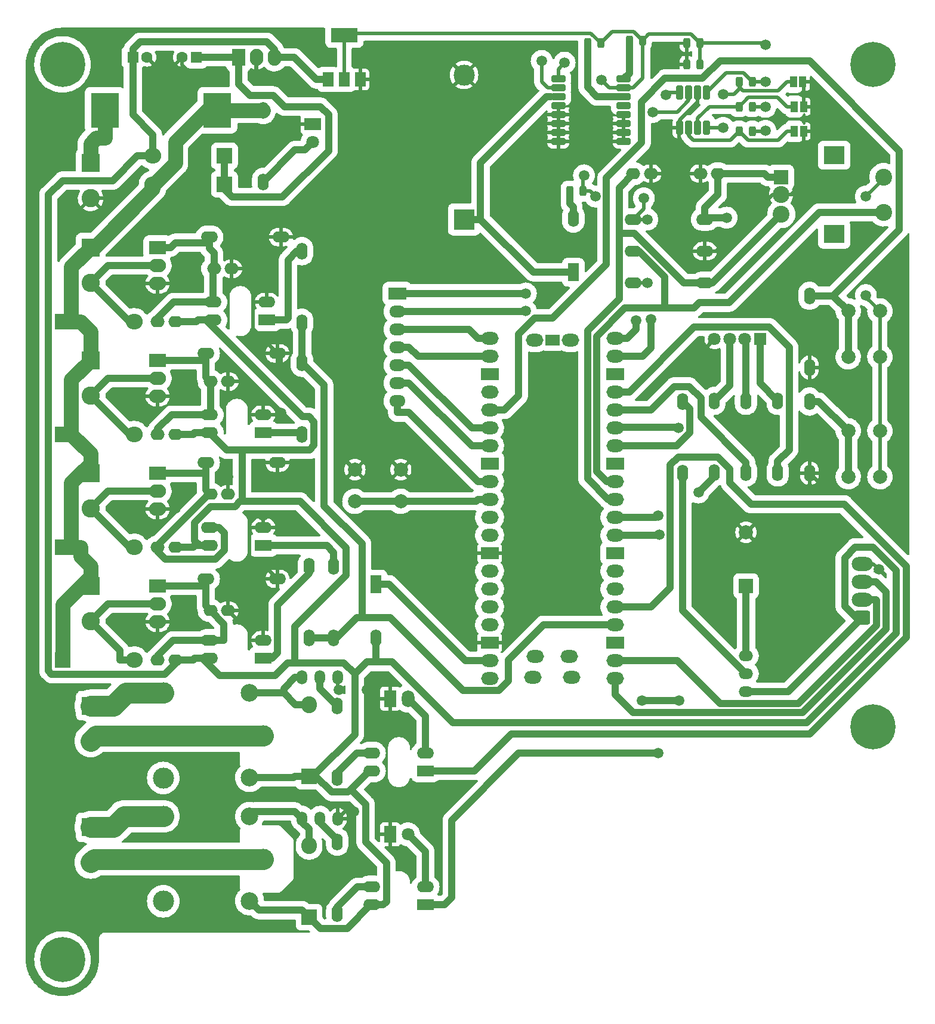
<source format=gbr>
G04 #@! TF.GenerationSoftware,KiCad,Pcbnew,(6.0.4)*
G04 #@! TF.CreationDate,2022-05-04T19:00:33-03:00*
G04 #@! TF.ProjectId,P_Inyectores_Rpi_pico,505f496e-7965-4637-946f-7265735f5270,rev?*
G04 #@! TF.SameCoordinates,Original*
G04 #@! TF.FileFunction,Copper,L2,Bot*
G04 #@! TF.FilePolarity,Positive*
%FSLAX46Y46*%
G04 Gerber Fmt 4.6, Leading zero omitted, Abs format (unit mm)*
G04 Created by KiCad (PCBNEW (6.0.4)) date 2022-05-04 19:00:33*
%MOMM*%
%LPD*%
G01*
G04 APERTURE LIST*
G04 Aperture macros list*
%AMRoundRect*
0 Rectangle with rounded corners*
0 $1 Rounding radius*
0 $2 $3 $4 $5 $6 $7 $8 $9 X,Y pos of 4 corners*
0 Add a 4 corners polygon primitive as box body*
4,1,4,$2,$3,$4,$5,$6,$7,$8,$9,$2,$3,0*
0 Add four circle primitives for the rounded corners*
1,1,$1+$1,$2,$3*
1,1,$1+$1,$4,$5*
1,1,$1+$1,$6,$7*
1,1,$1+$1,$8,$9*
0 Add four rect primitives between the rounded corners*
20,1,$1+$1,$2,$3,$4,$5,0*
20,1,$1+$1,$4,$5,$6,$7,0*
20,1,$1+$1,$6,$7,$8,$9,0*
20,1,$1+$1,$8,$9,$2,$3,0*%
G04 Aperture macros list end*
G04 #@! TA.AperFunction,ComponentPad*
%ADD10C,6.400000*%
G04 #@! TD*
G04 #@! TA.AperFunction,ComponentPad*
%ADD11O,1.600000X2.400000*%
G04 #@! TD*
G04 #@! TA.AperFunction,ComponentPad*
%ADD12R,2.600000X2.600000*%
G04 #@! TD*
G04 #@! TA.AperFunction,ComponentPad*
%ADD13C,2.600000*%
G04 #@! TD*
G04 #@! TA.AperFunction,ComponentPad*
%ADD14R,2.000000X2.000000*%
G04 #@! TD*
G04 #@! TA.AperFunction,ComponentPad*
%ADD15C,2.400000*%
G04 #@! TD*
G04 #@! TA.AperFunction,ComponentPad*
%ADD16R,3.000000X2.500000*%
G04 #@! TD*
G04 #@! TA.AperFunction,ComponentPad*
%ADD17O,2.400000X1.600000*%
G04 #@! TD*
G04 #@! TA.AperFunction,ComponentPad*
%ADD18R,2.200000X2.200000*%
G04 #@! TD*
G04 #@! TA.AperFunction,ComponentPad*
%ADD19O,2.400000X2.200000*%
G04 #@! TD*
G04 #@! TA.AperFunction,ComponentPad*
%ADD20O,2.000000X1.600000*%
G04 #@! TD*
G04 #@! TA.AperFunction,ComponentPad*
%ADD21C,2.000000*%
G04 #@! TD*
G04 #@! TA.AperFunction,ComponentPad*
%ADD22O,2.200000X2.400000*%
G04 #@! TD*
G04 #@! TA.AperFunction,ComponentPad*
%ADD23R,2.400000X1.905000*%
G04 #@! TD*
G04 #@! TA.AperFunction,ComponentPad*
%ADD24O,2.400000X1.905000*%
G04 #@! TD*
G04 #@! TA.AperFunction,ComponentPad*
%ADD25C,3.000000*%
G04 #@! TD*
G04 #@! TA.AperFunction,ComponentPad*
%ADD26C,2.500000*%
G04 #@! TD*
G04 #@! TA.AperFunction,ComponentPad*
%ADD27O,1.500000X2.000000*%
G04 #@! TD*
G04 #@! TA.AperFunction,ComponentPad*
%ADD28R,1.800000X2.400000*%
G04 #@! TD*
G04 #@! TA.AperFunction,ComponentPad*
%ADD29C,1.800000*%
G04 #@! TD*
G04 #@! TA.AperFunction,ComponentPad*
%ADD30R,2.400000X1.600000*%
G04 #@! TD*
G04 #@! TA.AperFunction,ComponentPad*
%ADD31O,1.800000X2.400000*%
G04 #@! TD*
G04 #@! TA.AperFunction,ComponentPad*
%ADD32R,1.800000X1.800000*%
G04 #@! TD*
G04 #@! TA.AperFunction,ComponentPad*
%ADD33O,2.500000X1.800000*%
G04 #@! TD*
G04 #@! TA.AperFunction,ComponentPad*
%ADD34R,2.500000X1.700000*%
G04 #@! TD*
G04 #@! TA.AperFunction,ComponentPad*
%ADD35R,2.000000X1.500000*%
G04 #@! TD*
G04 #@! TA.AperFunction,ComponentPad*
%ADD36R,1.600000X2.500000*%
G04 #@! TD*
G04 #@! TA.AperFunction,ComponentPad*
%ADD37O,2.300000X1.700000*%
G04 #@! TD*
G04 #@! TA.AperFunction,ComponentPad*
%ADD38R,3.000000X3.000000*%
G04 #@! TD*
G04 #@! TA.AperFunction,ComponentPad*
%ADD39R,1.600000X1.600000*%
G04 #@! TD*
G04 #@! TA.AperFunction,ComponentPad*
%ADD40C,1.600000*%
G04 #@! TD*
G04 #@! TA.AperFunction,ComponentPad*
%ADD41R,1.905000X2.400000*%
G04 #@! TD*
G04 #@! TA.AperFunction,ComponentPad*
%ADD42O,1.905000X2.400000*%
G04 #@! TD*
G04 #@! TA.AperFunction,ComponentPad*
%ADD43R,2.400000X1.800000*%
G04 #@! TD*
G04 #@! TA.AperFunction,ComponentPad*
%ADD44O,2.000000X1.500000*%
G04 #@! TD*
G04 #@! TA.AperFunction,ComponentPad*
%ADD45RoundRect,0.287356X0.812644X-0.712644X0.812644X0.712644X-0.812644X0.712644X-0.812644X-0.712644X0*%
G04 #@! TD*
G04 #@! TA.AperFunction,ComponentPad*
%ADD46O,3.000000X2.000000*%
G04 #@! TD*
G04 #@! TA.AperFunction,SMDPad,CuDef*
%ADD47RoundRect,0.243750X0.243750X0.456250X-0.243750X0.456250X-0.243750X-0.456250X0.243750X-0.456250X0*%
G04 #@! TD*
G04 #@! TA.AperFunction,SMDPad,CuDef*
%ADD48R,1.000000X1.500000*%
G04 #@! TD*
G04 #@! TA.AperFunction,SMDPad,CuDef*
%ADD49RoundRect,0.250000X0.775000X0.250000X-0.775000X0.250000X-0.775000X-0.250000X0.775000X-0.250000X0*%
G04 #@! TD*
G04 #@! TA.AperFunction,SMDPad,CuDef*
%ADD50R,4.000000X5.000000*%
G04 #@! TD*
G04 #@! TA.AperFunction,SMDPad,CuDef*
%ADD51R,1.500000X2.000000*%
G04 #@! TD*
G04 #@! TA.AperFunction,SMDPad,CuDef*
%ADD52R,3.800000X2.000000*%
G04 #@! TD*
G04 #@! TA.AperFunction,SMDPad,CuDef*
%ADD53RoundRect,0.250000X0.250000X-0.750000X0.250000X0.750000X-0.250000X0.750000X-0.250000X-0.750000X0*%
G04 #@! TD*
G04 #@! TA.AperFunction,SMDPad,CuDef*
%ADD54RoundRect,0.243750X-0.243750X-0.456250X0.243750X-0.456250X0.243750X0.456250X-0.243750X0.456250X0*%
G04 #@! TD*
G04 #@! TA.AperFunction,ViaPad*
%ADD55C,1.500000*%
G04 #@! TD*
G04 #@! TA.AperFunction,Conductor*
%ADD56C,1.000000*%
G04 #@! TD*
G04 #@! TA.AperFunction,Conductor*
%ADD57C,0.500000*%
G04 #@! TD*
G04 #@! TA.AperFunction,Conductor*
%ADD58C,3.000000*%
G04 #@! TD*
G04 #@! TA.AperFunction,Conductor*
%ADD59C,2.100000*%
G04 #@! TD*
G04 APERTURE END LIST*
D10*
X26000000Y-153000000D03*
X141000000Y-26000000D03*
D11*
X64500000Y-97250000D03*
X64500000Y-107410000D03*
X65000000Y-117000000D03*
X65000000Y-127160000D03*
D12*
X30000000Y-68000000D03*
D13*
X30000000Y-73000000D03*
D11*
X65000000Y-136300000D03*
X65000000Y-146460000D03*
D14*
X128000000Y-42000000D03*
D15*
X128000000Y-47250000D03*
X128000000Y-44500000D03*
D16*
X135500000Y-38900000D03*
X135500000Y-50100000D03*
D15*
X142500000Y-42000000D03*
X142500000Y-47000000D03*
D17*
X56500000Y-82500000D03*
X46340000Y-82500000D03*
D11*
X61000000Y-97250000D03*
X61000000Y-107410000D03*
D17*
X56500000Y-99000000D03*
X46340000Y-99000000D03*
D10*
X26000000Y-26000000D03*
D18*
X26000000Y-94500000D03*
D19*
X36160000Y-94500000D03*
D18*
X26000000Y-78500000D03*
D19*
X36160000Y-78500000D03*
D20*
X47000000Y-71000000D03*
X49500000Y-71000000D03*
D14*
X123000000Y-100000000D03*
D21*
X123000000Y-92400000D03*
D18*
X61000000Y-127000000D03*
D22*
X61000000Y-116840000D03*
D18*
X61000000Y-147000000D03*
D22*
X61000000Y-136840000D03*
D12*
X30000000Y-117000000D03*
D13*
X30000000Y-122000000D03*
D20*
X47000000Y-103500000D03*
X49500000Y-103500000D03*
X47000000Y-87000000D03*
X49500000Y-87000000D03*
D23*
X39500000Y-52000000D03*
D24*
X39500000Y-54540000D03*
X39500000Y-57080000D03*
D17*
X107000000Y-52500000D03*
X117160000Y-52500000D03*
D23*
X39500000Y-100000000D03*
D24*
X39500000Y-102540000D03*
X39500000Y-105080000D03*
D25*
X54500000Y-121250000D03*
D26*
X52550000Y-115200000D03*
D25*
X40350000Y-115200000D03*
X40300000Y-127250000D03*
D26*
X52550000Y-127200000D03*
D17*
X107000000Y-57000000D03*
X117160000Y-57000000D03*
D11*
X123000000Y-73750000D03*
X123000000Y-83910000D03*
D27*
X60000000Y-113000000D03*
X62540000Y-113000000D03*
X65080000Y-113000000D03*
D28*
X72500000Y-135250000D03*
D29*
X75040000Y-135250000D03*
D27*
X60000000Y-133000000D03*
X62540000Y-133000000D03*
X65080000Y-133000000D03*
D11*
X118500000Y-73750000D03*
X118500000Y-83910000D03*
D25*
X54500000Y-138750000D03*
D26*
X52550000Y-132700000D03*
D25*
X40350000Y-132700000D03*
X40300000Y-144750000D03*
D26*
X52550000Y-144700000D03*
D20*
X42000000Y-94500000D03*
X39500000Y-94500000D03*
D21*
X142000000Y-61000000D03*
X142000000Y-67500000D03*
X137500000Y-61000000D03*
X137500000Y-67500000D03*
X142000000Y-78000000D03*
X142000000Y-84500000D03*
X137500000Y-78000000D03*
X137500000Y-84500000D03*
D20*
X42000000Y-62500000D03*
X39500000Y-62500000D03*
X42000000Y-110500000D03*
X39500000Y-110500000D03*
X42000000Y-78500000D03*
X39500000Y-78500000D03*
X107000000Y-41500000D03*
X109500000Y-41500000D03*
D12*
X30000000Y-40000000D03*
D13*
X30000000Y-45000000D03*
D12*
X30000000Y-100000000D03*
D13*
X30000000Y-105000000D03*
D12*
X30000000Y-84000000D03*
D13*
X30000000Y-89000000D03*
D12*
X30000000Y-134250000D03*
D13*
X30000000Y-139250000D03*
D30*
X77500000Y-126250000D03*
D17*
X77500000Y-123710000D03*
X69880000Y-123710000D03*
X69880000Y-126250000D03*
D30*
X77500000Y-145250000D03*
D17*
X77500000Y-142710000D03*
X69880000Y-142710000D03*
X69880000Y-145250000D03*
D28*
X72500000Y-116000000D03*
D31*
X75040000Y-116000000D03*
D23*
X39500000Y-84000000D03*
D24*
X39500000Y-86540000D03*
X39500000Y-89080000D03*
D23*
X39500000Y-68000000D03*
D24*
X39500000Y-70540000D03*
X39500000Y-73080000D03*
D17*
X56500000Y-67000000D03*
X46340000Y-67000000D03*
D30*
X54500000Y-78250000D03*
D17*
X54500000Y-75710000D03*
X46880000Y-75710000D03*
X46880000Y-78250000D03*
D32*
X125000000Y-65000000D03*
D29*
X122841000Y-65000000D03*
X120682000Y-65000000D03*
X118523000Y-65000000D03*
D11*
X60000000Y-52500000D03*
X60000000Y-62660000D03*
X60000000Y-78500000D03*
X60000000Y-68340000D03*
D17*
X107000000Y-48000000D03*
X117160000Y-48000000D03*
D33*
X97925000Y-109970000D03*
X93075000Y-109970000D03*
X92775000Y-113000000D03*
X98225000Y-113000000D03*
X104390000Y-113130000D03*
X104390000Y-110590000D03*
D34*
X104390000Y-108050000D03*
D33*
X104390000Y-105510000D03*
X104390000Y-102970000D03*
X104390000Y-100430000D03*
X104390000Y-97890000D03*
D34*
X104390000Y-95350000D03*
D33*
X104390000Y-92810000D03*
X104390000Y-90270000D03*
X104390000Y-87730000D03*
X104390000Y-85190000D03*
D34*
X104390000Y-82650000D03*
D33*
X104390000Y-80110000D03*
X104390000Y-77570000D03*
X104390000Y-75030000D03*
X104390000Y-72490000D03*
D34*
X104390000Y-69950000D03*
D33*
X104390000Y-67410000D03*
X104390000Y-64870000D03*
X86610000Y-64870000D03*
X86610000Y-67410000D03*
D34*
X86610000Y-69950000D03*
D33*
X86610000Y-72490000D03*
X86610000Y-75030000D03*
X86610000Y-77570000D03*
X86610000Y-80110000D03*
D34*
X86610000Y-82650000D03*
D33*
X86610000Y-85190000D03*
X86610000Y-87730000D03*
X86610000Y-90270000D03*
X86610000Y-92810000D03*
D34*
X86610000Y-95350000D03*
D33*
X86610000Y-97890000D03*
X86610000Y-100430000D03*
X86610000Y-102970000D03*
X86610000Y-105510000D03*
D34*
X86610000Y-108050000D03*
D33*
X86610000Y-110590000D03*
X86610000Y-113130000D03*
X98040000Y-65100000D03*
D35*
X95500000Y-65100000D03*
D33*
X92960000Y-65100000D03*
D36*
X70500000Y-99750000D03*
D11*
X70500000Y-107370000D03*
D20*
X119000000Y-41500000D03*
X116500000Y-41500000D03*
D34*
X73500000Y-58500000D03*
D37*
X73500000Y-61040000D03*
X73500000Y-63580000D03*
X73500000Y-66120000D03*
X73500000Y-68660000D03*
X73500000Y-71200000D03*
X73500000Y-73740000D03*
D38*
X83000000Y-48000000D03*
D25*
X83000000Y-27510000D03*
D11*
X132000000Y-84000000D03*
X132000000Y-73840000D03*
D10*
X141000000Y-120000000D03*
D36*
X98500000Y-55500000D03*
D11*
X98500000Y-47880000D03*
D39*
X45000000Y-25000000D03*
D40*
X43000000Y-25000000D03*
D39*
X36000000Y-25000000D03*
D40*
X38000000Y-25000000D03*
D41*
X51000000Y-25000000D03*
D42*
X53540000Y-25000000D03*
X56080000Y-25000000D03*
D43*
X61500000Y-34500000D03*
D29*
X61500000Y-37040000D03*
D21*
X67500000Y-88000000D03*
X74000000Y-88000000D03*
X67500000Y-83500000D03*
X74000000Y-83500000D03*
D11*
X54500000Y-32500000D03*
X54500000Y-42660000D03*
D18*
X49000000Y-39000000D03*
D19*
X38840000Y-39000000D03*
D11*
X114000000Y-84000000D03*
X114000000Y-73840000D03*
X127500000Y-73750000D03*
X127500000Y-83910000D03*
D44*
X123000000Y-115000000D03*
X123000000Y-112460000D03*
X123000000Y-109920000D03*
D17*
X57000000Y-50500000D03*
X46840000Y-50500000D03*
D20*
X47500000Y-55000000D03*
X50000000Y-55000000D03*
D30*
X55000000Y-62250000D03*
D17*
X55000000Y-59710000D03*
X47380000Y-59710000D03*
X47380000Y-62250000D03*
D18*
X26000000Y-62500000D03*
D19*
X36160000Y-62500000D03*
D18*
X26000000Y-110500000D03*
D19*
X36160000Y-110500000D03*
D12*
X30000000Y-52000000D03*
D13*
X30000000Y-57000000D03*
D18*
X49000000Y-43000000D03*
D19*
X38840000Y-43000000D03*
D30*
X54500000Y-110250000D03*
D17*
X54500000Y-107710000D03*
X46880000Y-107710000D03*
X46880000Y-110250000D03*
D30*
X54500000Y-94250000D03*
D17*
X54500000Y-91710000D03*
X46880000Y-91710000D03*
X46880000Y-94250000D03*
D11*
X132000000Y-69000000D03*
X132000000Y-58840000D03*
D45*
X139500000Y-104500000D03*
D46*
X139500000Y-101960000D03*
X139500000Y-99420000D03*
X139500000Y-96880000D03*
D47*
X123875500Y-28500000D03*
X122000500Y-28500000D03*
D48*
X131150000Y-32000000D03*
X129850000Y-32000000D03*
D47*
X116437500Y-23000000D03*
X114562500Y-23000000D03*
D48*
X131150000Y-35500000D03*
X129850000Y-35500000D03*
D49*
X105650000Y-28055000D03*
X105650000Y-29325000D03*
X105650000Y-30595000D03*
X105650000Y-31865000D03*
X105650000Y-33135000D03*
X105650000Y-34405000D03*
X105650000Y-35675000D03*
X105650000Y-36945000D03*
X96350000Y-36945000D03*
X96350000Y-35675000D03*
X96350000Y-34405000D03*
X96350000Y-33135000D03*
X96350000Y-31865000D03*
X96350000Y-30595000D03*
X96350000Y-29325000D03*
X96350000Y-28055000D03*
D47*
X123875500Y-35500000D03*
X122000500Y-35500000D03*
D50*
X48000000Y-32500000D03*
X32000000Y-32500000D03*
D48*
X131050000Y-28500000D03*
X129750000Y-28500000D03*
D51*
X68300000Y-28150000D03*
D52*
X66000000Y-21850000D03*
D51*
X66000000Y-28150000D03*
X63700000Y-28150000D03*
D53*
X117405000Y-30025000D03*
X116135000Y-30025000D03*
X114865000Y-30025000D03*
X113595000Y-30025000D03*
X113595000Y-34975000D03*
X114865000Y-34975000D03*
X116135000Y-34975000D03*
X117405000Y-34975000D03*
D47*
X116437500Y-26000000D03*
X114562500Y-26000000D03*
D54*
X98000000Y-44000000D03*
X99875000Y-44000000D03*
D47*
X100500500Y-23000000D03*
X102375500Y-23000000D03*
X123875500Y-32000000D03*
X122000500Y-32000000D03*
X108337500Y-22600000D03*
X106462500Y-22600000D03*
D55*
X44500000Y-73000000D03*
X72750000Y-95250000D03*
X141833627Y-97666373D03*
X33500000Y-45000000D03*
X45000000Y-105250000D03*
X109500000Y-39000000D03*
X49500000Y-84500000D03*
X54500000Y-90000000D03*
X142000000Y-89000000D03*
X49000000Y-27500000D03*
X65500000Y-81500000D03*
X132000000Y-90750000D03*
X71500000Y-132000000D03*
X65250000Y-114750000D03*
X130500000Y-44500000D03*
X102500000Y-39000000D03*
X72500000Y-113500000D03*
X67350500Y-132000000D03*
X53000000Y-105000000D03*
X113750000Y-52000000D03*
X69250000Y-114750000D03*
X54500000Y-86000000D03*
X45000000Y-57000000D03*
X60500000Y-83500000D03*
X50000000Y-57000000D03*
X49500000Y-73000000D03*
X132000000Y-86250000D03*
X53500000Y-27500000D03*
X130250000Y-62750000D03*
X114000000Y-68000000D03*
X57000000Y-75500000D03*
X112500000Y-25750000D03*
X42500000Y-46500000D03*
X113500000Y-37500000D03*
X42000000Y-89000000D03*
X57000000Y-69500000D03*
X125750000Y-23250000D03*
X109000000Y-48000000D03*
X100000000Y-41750000D03*
X140000000Y-58750000D03*
X125750000Y-32032200D03*
X108500000Y-45000000D03*
X125750000Y-28454800D03*
X109000000Y-57000000D03*
X140000000Y-44750000D03*
X125750000Y-35430500D03*
X101650500Y-44750000D03*
X102500000Y-28250000D03*
X120250000Y-47750000D03*
X110500000Y-90000000D03*
X113430500Y-77589020D03*
X116250000Y-86750000D03*
X110500000Y-123750000D03*
X110680500Y-92750000D03*
X97250000Y-25750000D03*
X109750000Y-32750000D03*
X94000000Y-25500000D03*
X111609805Y-30359805D03*
X119750000Y-35000000D03*
X119750000Y-30250000D03*
X107434195Y-62315805D03*
X91750000Y-61000000D03*
X91750000Y-58500000D03*
X109500000Y-62162000D03*
X108250000Y-116250000D03*
X113500000Y-116250000D03*
D56*
X72787700Y-110788300D02*
X70500000Y-110788300D01*
X81388500Y-119389100D02*
X72787700Y-110788300D01*
X131626700Y-119389100D02*
X81388500Y-119389100D01*
X144287000Y-106728800D02*
X131626700Y-119389100D01*
X144287000Y-97787000D02*
X144287000Y-106728800D01*
X137000000Y-96000000D02*
X138500000Y-94500000D01*
X138500000Y-94500000D02*
X141000000Y-94500000D01*
X137000000Y-102900000D02*
X137000000Y-96000000D01*
X141000000Y-94500000D02*
X144287000Y-97787000D01*
X139500000Y-104500000D02*
X138600000Y-104500000D01*
X138600000Y-104500000D02*
X137000000Y-102900000D01*
X88720000Y-75030000D02*
X86610000Y-75030000D01*
X90750000Y-73000000D02*
X88720000Y-75030000D01*
X90750000Y-64250000D02*
X90750000Y-73000000D01*
X92980500Y-62019500D02*
X90750000Y-64250000D01*
X95580500Y-62019500D02*
X92980500Y-62019500D01*
X103200000Y-54400000D02*
X95580500Y-62019500D01*
X103200000Y-42100000D02*
X103200000Y-54400000D01*
X108180489Y-37119511D02*
X103200000Y-42100000D01*
X108180489Y-31319511D02*
X108180489Y-37119511D01*
X111500000Y-28000000D02*
X108180489Y-31319511D01*
X116819400Y-28000000D02*
X111500000Y-28000000D01*
X119319400Y-25500000D02*
X116819400Y-28000000D01*
X132000000Y-25500000D02*
X119319400Y-25500000D01*
X144750000Y-49430000D02*
X144750000Y-38250000D01*
X144750000Y-38250000D02*
X132000000Y-25500000D01*
X135340000Y-58840000D02*
X144750000Y-49430000D01*
D57*
X117800000Y-32000000D02*
X122000500Y-32000000D01*
X116135000Y-33665000D02*
X117800000Y-32000000D01*
X116135000Y-34975000D02*
X116135000Y-33665000D01*
D56*
X85320300Y-39979700D02*
X94700000Y-30600000D01*
X85320300Y-48000000D02*
X85320300Y-39979700D01*
X94700000Y-30600000D02*
X95300000Y-30600000D01*
D57*
X108337500Y-27962500D02*
X108337500Y-22600000D01*
X105650000Y-29325000D02*
X106975000Y-29325000D01*
X106975000Y-29325000D02*
X108337500Y-27962500D01*
D58*
X30000000Y-117000000D02*
X33200300Y-117000000D01*
X40350000Y-115200000D02*
X35000300Y-115200000D01*
X35000300Y-115200000D02*
X33200300Y-117000000D01*
X30750000Y-121250000D02*
X30000000Y-122000000D01*
X54500000Y-121250000D02*
X30750000Y-121250000D01*
X34750300Y-132700000D02*
X33200300Y-134250000D01*
X40350000Y-132700000D02*
X34750300Y-132700000D01*
X30000000Y-134250000D02*
X33200300Y-134250000D01*
X30500000Y-138750000D02*
X30000000Y-139250000D01*
X54500000Y-138750000D02*
X30500000Y-138750000D01*
D57*
X139500000Y-96880000D02*
X141047254Y-96880000D01*
X39500000Y-105080000D02*
X44830000Y-105080000D01*
X51000000Y-105000000D02*
X49500000Y-103500000D01*
X141047254Y-96880000D02*
X141833627Y-97666373D01*
X49500000Y-73000000D02*
X49500000Y-71000000D01*
X50000000Y-57000000D02*
X50000000Y-55000000D01*
X51500000Y-50500000D02*
X57000000Y-50500000D01*
X131150000Y-32000000D02*
X131150000Y-28500000D01*
X65080000Y-133000000D02*
X66080000Y-132000000D01*
X43000000Y-26131370D02*
X44368630Y-27500000D01*
X114000000Y-68000000D02*
X115523000Y-68000000D01*
X47500000Y-46500000D02*
X51500000Y-50500000D01*
X113500000Y-35070000D02*
X113595000Y-34975000D01*
X52500000Y-96000000D02*
X53500000Y-97000000D01*
X128000000Y-44500000D02*
X126750000Y-44500000D01*
X30000000Y-45000000D02*
X33500000Y-45000000D01*
X102500000Y-38000000D02*
X103555000Y-36945000D01*
X72850000Y-95350000D02*
X86610000Y-95350000D01*
X53290000Y-59710000D02*
X53000000Y-60000000D01*
X53500000Y-97000000D02*
X54500000Y-97000000D01*
X65080000Y-113000000D02*
X65080000Y-114580000D01*
X69250000Y-115250000D02*
X70000000Y-116000000D01*
X114250000Y-52500000D02*
X113750000Y-52000000D01*
X57000000Y-69500000D02*
X57000000Y-67500000D01*
X112750000Y-26000000D02*
X114562500Y-26000000D01*
X42500000Y-46500000D02*
X47500000Y-46500000D01*
X43000000Y-25000000D02*
X43000000Y-26131370D01*
X54500000Y-86000000D02*
X56000000Y-86000000D01*
X132000000Y-90750000D02*
X129000000Y-93750000D01*
X60500000Y-83500000D02*
X59500000Y-83500000D01*
X69250000Y-114750000D02*
X69250000Y-115250000D01*
X113595000Y-33905000D02*
X116135000Y-31365000D01*
X130250000Y-62750000D02*
X132000000Y-64500000D01*
X56000000Y-86000000D02*
X56500000Y-85500000D01*
X132000000Y-64500000D02*
X132000000Y-69000000D01*
X53000000Y-105000000D02*
X51000000Y-105000000D01*
X65080000Y-114580000D02*
X65250000Y-114750000D01*
X54500000Y-90000000D02*
X54500000Y-91710000D01*
X52500000Y-92000000D02*
X52500000Y-96000000D01*
X71500000Y-132000000D02*
X72500000Y-133000000D01*
X54500000Y-75710000D02*
X56790000Y-75710000D01*
X131150000Y-42764213D02*
X131150000Y-35500000D01*
X53000000Y-60000000D02*
X53000000Y-63500000D01*
X67500000Y-83500000D02*
X65500000Y-81500000D01*
X129414213Y-44500000D02*
X131150000Y-42764213D01*
X44830000Y-105080000D02*
X45000000Y-105250000D01*
X39500000Y-57080000D02*
X44920000Y-57080000D01*
X70000000Y-116000000D02*
X72500000Y-116000000D01*
X53500000Y-25040000D02*
X53540000Y-25000000D01*
X55000000Y-59710000D02*
X53290000Y-59710000D01*
X128000000Y-44500000D02*
X129414213Y-44500000D01*
X59500000Y-83500000D02*
X58500000Y-82500000D01*
X72500000Y-116000000D02*
X72500000Y-113500000D01*
X44420000Y-73080000D02*
X44500000Y-73000000D01*
X57000000Y-67500000D02*
X56500000Y-67000000D01*
X102500000Y-39000000D02*
X102500000Y-38000000D01*
X44920000Y-57080000D02*
X45000000Y-57000000D01*
X53500000Y-27500000D02*
X53500000Y-25040000D01*
X49500000Y-87000000D02*
X49500000Y-84500000D01*
X54500000Y-91710000D02*
X52790000Y-91710000D01*
X115523000Y-68000000D02*
X118523000Y-65000000D01*
X118750000Y-52500000D02*
X117160000Y-52500000D01*
X112500000Y-25750000D02*
X112750000Y-26000000D01*
X53000000Y-63500000D02*
X56500000Y-67000000D01*
X129000000Y-93750000D02*
X124350000Y-93750000D01*
X132000000Y-84000000D02*
X132000000Y-86250000D01*
X39500000Y-89080000D02*
X41920000Y-89080000D01*
X117160000Y-52500000D02*
X114250000Y-52500000D01*
X54500000Y-97000000D02*
X56500000Y-99000000D01*
X39500000Y-73080000D02*
X44420000Y-73080000D01*
X58500000Y-82500000D02*
X56500000Y-82500000D01*
X142000000Y-89000000D02*
X139750000Y-86750000D01*
X113500000Y-37500000D02*
X113500000Y-35070000D01*
X109500000Y-41500000D02*
X109500000Y-39000000D01*
X72500000Y-133000000D02*
X72500000Y-135250000D01*
X128000000Y-44500000D02*
X130500000Y-44500000D01*
X126750000Y-44500000D02*
X118750000Y-52500000D01*
X56790000Y-75710000D02*
X57000000Y-75500000D01*
X72750000Y-95250000D02*
X72850000Y-95350000D01*
X41920000Y-89080000D02*
X42000000Y-89000000D01*
X139750000Y-86750000D02*
X134750000Y-86750000D01*
X44368630Y-27500000D02*
X49000000Y-27500000D01*
X56500000Y-85500000D02*
X56500000Y-82500000D01*
X103555000Y-36945000D02*
X105650000Y-36945000D01*
X66080000Y-132000000D02*
X67350500Y-132000000D01*
X113595000Y-34975000D02*
X113595000Y-33905000D01*
X52790000Y-91710000D02*
X52500000Y-92000000D01*
X124350000Y-93750000D02*
X123000000Y-92400000D01*
X134750000Y-86750000D02*
X132000000Y-84000000D01*
X116135000Y-31365000D02*
X116135000Y-30025000D01*
D56*
X123000000Y-100000000D02*
X123000000Y-109920000D01*
X49000000Y-43750000D02*
X50050000Y-44800000D01*
X49000000Y-39000000D02*
X49000000Y-43000000D01*
X57200000Y-44800000D02*
X63750000Y-38250000D01*
X63750000Y-38250000D02*
X63750000Y-33126674D01*
X57500000Y-32000000D02*
X55900480Y-30400480D01*
X55900480Y-30400480D02*
X52599520Y-30400480D01*
X50050000Y-44800000D02*
X57200000Y-44800000D01*
X49000000Y-43000000D02*
X49000000Y-43750000D01*
X52600000Y-30400000D02*
X51000000Y-28800000D01*
X51000000Y-28800000D02*
X51000000Y-25000000D01*
X63750000Y-33126674D02*
X62623326Y-32000000D01*
X45000000Y-25000000D02*
X51000000Y-25000000D01*
X62623326Y-32000000D02*
X57500000Y-32000000D01*
X26000000Y-42500000D02*
X33100000Y-42500000D01*
X62049700Y-28150000D02*
X58899700Y-25000000D01*
X45829900Y-110250000D02*
X44779700Y-110250000D01*
X61957850Y-127000000D02*
X61774800Y-127000000D01*
X59000000Y-105750000D02*
X66250000Y-98500000D01*
X55000000Y-22800000D02*
X56080000Y-23880000D01*
X62600000Y-148600000D02*
X61000000Y-147000000D01*
X60000000Y-146000000D02*
X61000000Y-147000000D01*
X36000000Y-25000000D02*
X36000000Y-23800000D01*
X44768700Y-93551600D02*
X45467100Y-94250000D01*
X51500900Y-80699100D02*
X51500000Y-80700000D01*
X46329900Y-62250000D02*
X46330000Y-62250000D01*
X46880000Y-110250000D02*
X45829900Y-110250000D01*
X46880000Y-94250000D02*
X45467100Y-94250000D01*
X60080000Y-76000000D02*
X61000000Y-76000000D01*
X59000000Y-110750000D02*
X59000000Y-105750000D01*
X63700000Y-28150000D02*
X63397900Y-28150000D01*
X42000000Y-111000000D02*
X40496700Y-112503300D01*
X52550000Y-144700000D02*
X53850000Y-146000000D01*
X45029700Y-62500000D02*
X42000000Y-62500000D01*
X59694800Y-88000100D02*
X51202400Y-88000100D01*
X52550000Y-127200000D02*
X58799700Y-127200000D01*
X42000000Y-110500000D02*
X42000000Y-111000000D01*
X50470400Y-88732100D02*
X47049200Y-88732100D01*
X64217370Y-129259520D02*
X61957850Y-127000000D01*
X69880000Y-145250000D02*
X71500000Y-145250000D01*
X24459500Y-112503300D02*
X23999600Y-112043400D01*
X61774800Y-126782000D02*
X61774800Y-127000000D01*
X53850000Y-146000000D02*
X60000000Y-146000000D01*
X65900480Y-110900480D02*
X67500000Y-112500000D01*
X69880000Y-145250000D02*
X69750000Y-145250000D01*
X61000000Y-76000000D02*
X61699520Y-76699520D01*
X45279700Y-62250000D02*
X45029700Y-62500000D01*
X66250000Y-98500000D02*
X66250000Y-94555300D01*
X61050900Y-80699100D02*
X51500900Y-80699100D01*
X66515880Y-129259520D02*
X64217370Y-129259520D01*
X45829900Y-110250000D02*
X48273800Y-112693900D01*
X69000000Y-130965600D02*
X66904900Y-128870500D01*
X36000000Y-33159700D02*
X36000000Y-25000000D01*
X129000000Y-115000000D02*
X139500000Y-104500000D01*
X44779700Y-110250000D02*
X44529700Y-110500000D01*
X51500000Y-87702500D02*
X51500000Y-80996700D01*
X69880000Y-126250000D02*
X69525400Y-126250000D01*
X66904900Y-128870500D02*
X66515880Y-129259520D01*
X49330000Y-80700000D02*
X46880000Y-78250000D01*
X70500000Y-110788300D02*
X69211700Y-110788300D01*
X44529700Y-78500000D02*
X42000000Y-78500000D01*
X40496700Y-112503300D02*
X24459500Y-112503300D01*
X69750000Y-145250000D02*
X66400000Y-148600000D01*
X61699520Y-80050480D02*
X61050900Y-80699100D01*
X66400000Y-148600000D02*
X62600000Y-148600000D01*
X61000000Y-127000000D02*
X58999700Y-127000000D01*
X56080000Y-23880000D02*
X56080000Y-25000000D01*
X71500000Y-145250000D02*
X71979520Y-144770480D01*
X63397800Y-28150000D02*
X63397900Y-28150000D01*
X44768700Y-91012600D02*
X44768700Y-93551600D01*
X45467100Y-94250000D02*
X44779700Y-94250000D01*
X44529700Y-94500000D02*
X42000000Y-94500000D01*
X38840000Y-39000000D02*
X38840000Y-36840700D01*
X69211700Y-110788300D02*
X67500000Y-112500000D01*
X61000000Y-127000000D02*
X61774800Y-127000000D01*
X69000000Y-136327500D02*
X69000000Y-130965600D01*
X46329900Y-62250000D02*
X45279700Y-62250000D01*
X70500000Y-107370000D02*
X70500000Y-110788300D01*
X58899700Y-25000000D02*
X56080000Y-25000000D01*
X56136200Y-112693900D02*
X57929620Y-110900480D01*
X44529700Y-110500000D02*
X42000000Y-110500000D01*
X37000000Y-22800000D02*
X55000000Y-22800000D01*
X123000000Y-115000000D02*
X129000000Y-115000000D01*
X48273800Y-112693900D02*
X56136200Y-112693900D01*
X67500000Y-112500000D02*
X67500000Y-121056800D01*
X69525400Y-126250000D02*
X66904900Y-128870500D01*
X47049200Y-88732100D02*
X44768700Y-91012600D01*
X71979520Y-139307020D02*
X69000000Y-136327500D01*
X66250000Y-94555300D02*
X59694800Y-88000100D01*
X36000000Y-23800000D02*
X37000000Y-22800000D01*
X63397800Y-28150000D02*
X62049700Y-28150000D01*
X71979520Y-144770480D02*
X71979520Y-139307020D01*
X51500000Y-80700000D02*
X49330000Y-80700000D01*
X51202400Y-88000100D02*
X50470400Y-88732100D01*
X33100000Y-42500000D02*
X36600000Y-39000000D01*
X57929620Y-110900480D02*
X65900480Y-110900480D01*
X36600000Y-39000000D02*
X38840000Y-39000000D01*
X44779700Y-94250000D02*
X44529700Y-94500000D01*
X23999600Y-44500400D02*
X26000000Y-42500000D01*
X38840000Y-35999700D02*
X36000000Y-33159700D01*
X46880000Y-78250000D02*
X44779700Y-78250000D01*
X44779700Y-78250000D02*
X44529700Y-78500000D01*
X47380000Y-62250000D02*
X46330000Y-62250000D01*
X23999600Y-112043400D02*
X23999600Y-44500400D01*
X61699520Y-76699520D02*
X61699520Y-80050480D01*
X38840000Y-36840700D02*
X38840000Y-35999700D01*
X67500000Y-121056800D02*
X61774800Y-126782000D01*
X46330000Y-62250000D02*
X60080000Y-76000000D01*
X58799700Y-127200000D02*
X58999700Y-127000000D01*
X32460000Y-54540000D02*
X39500000Y-54540000D01*
X36160000Y-62500000D02*
X35500000Y-62500000D01*
X35500000Y-62500000D02*
X30000000Y-57000000D01*
X30000000Y-57000000D02*
X32460000Y-54540000D01*
D59*
X38840000Y-43000000D02*
X39000000Y-43000000D01*
X30000000Y-63949700D02*
X28550300Y-62500000D01*
X26000000Y-78500000D02*
X27249600Y-78500000D01*
X26000000Y-102624800D02*
X26000000Y-110500000D01*
X30500000Y-52000000D02*
X38840000Y-43660000D01*
X27249600Y-78500000D02*
X27250000Y-78500000D01*
X30000000Y-98624800D02*
X26000000Y-102624800D01*
X42000000Y-40000000D02*
X42000000Y-37000000D01*
X27249600Y-70750400D02*
X30000000Y-68000000D01*
X27250000Y-78500000D02*
X30000000Y-81250000D01*
X30000000Y-84000000D02*
X30000000Y-82624800D01*
X30000000Y-98624800D02*
X30000000Y-97249700D01*
X27249600Y-94500000D02*
X28550300Y-94500000D01*
X27250000Y-62500000D02*
X27249600Y-62500000D01*
X27249600Y-78500000D02*
X27249600Y-70750400D01*
X28550300Y-95800000D02*
X28550300Y-94500000D01*
X27249600Y-54750400D02*
X30000000Y-52000000D01*
X30000000Y-81250000D02*
X30000000Y-82624800D01*
X30000000Y-68000000D02*
X30000000Y-63949700D01*
X39000000Y-43000000D02*
X42000000Y-40000000D01*
X26000000Y-94500000D02*
X27249600Y-94500000D01*
X30000000Y-52000000D02*
X30500000Y-52000000D01*
X30000000Y-97249700D02*
X28550300Y-95800000D01*
X48000000Y-32500000D02*
X54500000Y-32500000D01*
X46500000Y-32500000D02*
X48000000Y-32500000D01*
X38840000Y-43660000D02*
X38840000Y-43000000D01*
X42000000Y-37000000D02*
X46500000Y-32500000D01*
X27249600Y-85375200D02*
X27249600Y-94500000D01*
X30000000Y-82624800D02*
X27249600Y-85375200D01*
X26000000Y-62500000D02*
X27249600Y-62500000D01*
X27249600Y-62500000D02*
X27249600Y-54750400D01*
X30000000Y-100000000D02*
X30000000Y-98624800D01*
X27250000Y-62500000D02*
X28550300Y-62500000D01*
D56*
X35500000Y-78500000D02*
X30000000Y-73000000D01*
X32460000Y-70540000D02*
X39500000Y-70540000D01*
X30000000Y-73000000D02*
X32460000Y-70540000D01*
X36160000Y-78500000D02*
X35500000Y-78500000D01*
X35500000Y-94500000D02*
X30000000Y-89000000D01*
X32460000Y-86540000D02*
X39500000Y-86540000D01*
X30000000Y-89000000D02*
X32460000Y-86540000D01*
X36160000Y-94500000D02*
X35500000Y-94500000D01*
X34159700Y-109159700D02*
X30000000Y-105000000D01*
X36160000Y-110500000D02*
X34159700Y-110500000D01*
X34159700Y-110500000D02*
X34159700Y-109159700D01*
X32460000Y-102540000D02*
X39500000Y-102540000D01*
X30000000Y-105000000D02*
X32460000Y-102540000D01*
X60380000Y-38160000D02*
X59000000Y-38160000D01*
X59000000Y-38160000D02*
X54500000Y-42660000D01*
X61500000Y-37040000D02*
X60380000Y-38160000D01*
X83210300Y-110590000D02*
X86610000Y-110590000D01*
X70500000Y-99750000D02*
X72370300Y-99750000D01*
X72370300Y-99750000D02*
X83210300Y-110590000D01*
X120682000Y-71568000D02*
X118500000Y-73750000D01*
X120682000Y-65000000D02*
X120682000Y-71568000D01*
X123000000Y-65159000D02*
X122841000Y-65000000D01*
X123000000Y-73750000D02*
X123000000Y-65159000D01*
X125000000Y-71250000D02*
X125000000Y-65000000D01*
X127500000Y-73750000D02*
X125000000Y-71250000D01*
X61000000Y-116840000D02*
X59079700Y-116840000D01*
X57439700Y-115200000D02*
X59079700Y-116840000D01*
X59000000Y-113000000D02*
X60000000Y-113000000D01*
X52550000Y-115200000D02*
X57439700Y-115200000D01*
X57439700Y-114560300D02*
X59000000Y-113000000D01*
X57439700Y-115200000D02*
X57439700Y-114560300D01*
X77500000Y-123710000D02*
X77500000Y-118460000D01*
X77500000Y-118460000D02*
X75040000Y-116000000D01*
X61000000Y-134500000D02*
X60000000Y-133500000D01*
X59000000Y-132000000D02*
X60000000Y-133000000D01*
X61000000Y-136840000D02*
X61000000Y-134500000D01*
X60000000Y-133500000D02*
X60000000Y-133000000D01*
X53250000Y-132000000D02*
X59000000Y-132000000D01*
X52550000Y-132700000D02*
X53250000Y-132000000D01*
X77500000Y-142710000D02*
X77500000Y-137710000D01*
X77500000Y-137710000D02*
X75040000Y-135250000D01*
D59*
X30799400Y-36450300D02*
X32000000Y-36450300D01*
X32000000Y-32500000D02*
X32000000Y-36450300D01*
X30000000Y-40000000D02*
X30000000Y-37249700D01*
X30000000Y-37249700D02*
X30799400Y-36450300D01*
D56*
X114000000Y-84000000D02*
X114000000Y-103460000D01*
X114000000Y-103460000D02*
X123000000Y-112460000D01*
X62540000Y-114540000D02*
X62540000Y-113000000D01*
X65000000Y-117000000D02*
X62540000Y-114540000D01*
X65000000Y-136000000D02*
X62540000Y-133540000D01*
X65000000Y-136300000D02*
X65000000Y-136000000D01*
X62540000Y-133540000D02*
X62540000Y-133000000D01*
X113140000Y-80110000D02*
X115000000Y-78250000D01*
X115000000Y-78250000D02*
X115000000Y-74840000D01*
X104390000Y-80110000D02*
X113140000Y-80110000D01*
X115000000Y-74840000D02*
X114000000Y-73840000D01*
X118250000Y-57000000D02*
X117160000Y-57000000D01*
X114162062Y-57000000D02*
X107162542Y-50000480D01*
X100500000Y-63789960D02*
X100500000Y-84800000D01*
X100500000Y-84800000D02*
X103430000Y-87730000D01*
X105000480Y-50000480D02*
X105000480Y-59289480D01*
X128000000Y-47250000D02*
X118250000Y-57000000D01*
X107162542Y-50000480D02*
X105000480Y-50000480D01*
X105000480Y-59289480D02*
X100500000Y-63789960D01*
X103430000Y-87730000D02*
X104390000Y-87730000D01*
X107000000Y-41500000D02*
X105000480Y-43499520D01*
X105000480Y-43499520D02*
X105000480Y-50000480D01*
X117160000Y-57000000D02*
X114162062Y-57000000D01*
D57*
X140000000Y-58750000D02*
X140000000Y-59000000D01*
X116437500Y-23000000D02*
X116437500Y-26000000D01*
X142000000Y-78000000D02*
X142000000Y-67500000D01*
X104045020Y-21330480D02*
X107067980Y-21330480D01*
X120199520Y-27230480D02*
X117405000Y-30025000D01*
X123875500Y-32000000D02*
X125717800Y-32000000D01*
X142500000Y-42000000D02*
X142500000Y-42250000D01*
X100975500Y-21600000D02*
X102375500Y-23000000D01*
X109000000Y-57000000D02*
X107000000Y-57000000D01*
X102375500Y-23000000D02*
X104045020Y-21330480D01*
X107000000Y-48000000D02*
X109000000Y-48000000D01*
X116437500Y-23000000D02*
X125500000Y-23000000D01*
X123920700Y-28454800D02*
X123875500Y-28500000D01*
X125750000Y-28454800D02*
X123920700Y-28454800D01*
X99875000Y-44000000D02*
X100900500Y-44000000D01*
X108500000Y-45000000D02*
X108500000Y-46500000D01*
X140000000Y-59000000D02*
X142000000Y-61000000D01*
X107067980Y-21330480D02*
X108337500Y-22600000D01*
X103575000Y-29325000D02*
X102500000Y-28250000D01*
X125680500Y-35500000D02*
X125750000Y-35430500D01*
X123875500Y-35500000D02*
X125680500Y-35500000D01*
X100900500Y-44000000D02*
X101650500Y-44750000D01*
X125717800Y-32000000D02*
X125750000Y-32032200D01*
X123875500Y-28500000D02*
X122605980Y-27230480D01*
X108500000Y-46500000D02*
X107000000Y-48000000D01*
X122605980Y-27230480D02*
X120199520Y-27230480D01*
X125500000Y-23000000D02*
X125750000Y-23250000D01*
X108337500Y-22600000D02*
X109207020Y-21730480D01*
X99875000Y-41875000D02*
X99875000Y-44000000D01*
X109207020Y-21730480D02*
X115167980Y-21730480D01*
X142000000Y-67500000D02*
X142000000Y-61000000D01*
X105650000Y-29325000D02*
X103575000Y-29325000D01*
X66000000Y-28150000D02*
X66000000Y-21850000D01*
X115167980Y-21730480D02*
X116437500Y-23000000D01*
X66000000Y-21850000D02*
X66250000Y-21600000D01*
X100000000Y-41750000D02*
X99875000Y-41875000D01*
X142500000Y-42250000D02*
X140000000Y-44750000D01*
X66250000Y-21600000D02*
X100975500Y-21600000D01*
X142000000Y-84500000D02*
X142000000Y-78000000D01*
D56*
X117160000Y-47574900D02*
X117160000Y-48000000D01*
X120250000Y-47750000D02*
X117410000Y-47750000D01*
X119000000Y-44459700D02*
X119000000Y-41500000D01*
X117160000Y-46299700D02*
X119000000Y-44459700D01*
X104390000Y-90270000D02*
X110230000Y-90270000D01*
X126099700Y-42000000D02*
X125599700Y-41500000D01*
X117160000Y-47574900D02*
X117160000Y-46299700D01*
X127598700Y-42000000D02*
X128000000Y-42000000D01*
X125599700Y-41500000D02*
X119000000Y-41500000D01*
X127598700Y-42000000D02*
X126099700Y-42000000D01*
X117410000Y-47750000D02*
X117160000Y-48000000D01*
X110230000Y-90270000D02*
X110500000Y-90000000D01*
X104390000Y-77570000D02*
X104460000Y-77500000D01*
X113341480Y-77500000D02*
X113430500Y-77589020D01*
X104460000Y-77500000D02*
X113341480Y-77500000D01*
X118500000Y-83910000D02*
X118500000Y-84500000D01*
X118500000Y-84500000D02*
X116250000Y-86750000D01*
X103230978Y-85190000D02*
X101799520Y-83758542D01*
X104390000Y-85190000D02*
X103230978Y-85190000D01*
X142500000Y-47000000D02*
X133408300Y-47000000D01*
X133408300Y-47000000D02*
X120597900Y-59810400D01*
X105807500Y-60592500D02*
X111092500Y-60592500D01*
X116368900Y-59810400D02*
X115586800Y-60592500D01*
X111500000Y-56175724D02*
X111500000Y-60185000D01*
X107000000Y-52500000D02*
X107824276Y-52500000D01*
X101799520Y-64600480D02*
X105807500Y-60592500D01*
X107824276Y-52500000D02*
X111500000Y-56175724D01*
X115586800Y-60592500D02*
X111092500Y-60592500D01*
X111500000Y-60185000D02*
X111092500Y-60592500D01*
X101799520Y-83758542D02*
X101799520Y-64600480D01*
X120597900Y-59810400D02*
X116368900Y-59810400D01*
X123000000Y-82450000D02*
X123000000Y-83910000D01*
X112800000Y-71700000D02*
X114950000Y-71700000D01*
X116606200Y-76056200D02*
X123000000Y-82450000D01*
X116606200Y-73356200D02*
X116606200Y-76056200D01*
X109470000Y-75030000D02*
X112800000Y-71700000D01*
X114950000Y-71700000D02*
X116606200Y-73356200D01*
X104390000Y-75030000D02*
X109470000Y-75030000D01*
X129120800Y-66154200D02*
X126242700Y-63276100D01*
X127500000Y-82289700D02*
X129120800Y-80668900D01*
X129120800Y-80668900D02*
X129120800Y-66154200D01*
X126242700Y-63276100D02*
X115642700Y-63276100D01*
X106428800Y-72490000D02*
X104390000Y-72490000D01*
X127500000Y-83910000D02*
X127500000Y-82289700D01*
X115642700Y-63276100D02*
X106428800Y-72490000D01*
X63136020Y-88636020D02*
X63136020Y-71476020D01*
X68500000Y-104500000D02*
X72500000Y-104500000D01*
X89250000Y-110500000D02*
X94240000Y-105510000D01*
X72500000Y-104500000D02*
X82837400Y-114837400D01*
X64879700Y-107410000D02*
X67789700Y-104500000D01*
X63136020Y-71476020D02*
X60000000Y-68340000D01*
X64500000Y-107410000D02*
X61000000Y-107410000D01*
X60000000Y-68340000D02*
X60000000Y-62660000D01*
X68500000Y-104500000D02*
X68500000Y-94000000D01*
X82837400Y-114837400D02*
X87912600Y-114837400D01*
X68500000Y-94000000D02*
X63136020Y-88636020D01*
X87912600Y-114837400D02*
X89250000Y-113500000D01*
X94240000Y-105510000D02*
X104390000Y-105510000D01*
X67789700Y-104500000D02*
X68500000Y-104500000D01*
X89250000Y-113500000D02*
X89250000Y-110500000D01*
X64500000Y-107410000D02*
X64879700Y-107410000D01*
X58000000Y-62000000D02*
X58000000Y-53750000D01*
X59250000Y-52500000D02*
X60000000Y-52500000D01*
X57750000Y-62250000D02*
X58000000Y-62000000D01*
X58000000Y-53750000D02*
X59250000Y-52500000D01*
X55000000Y-62250000D02*
X57750000Y-62250000D01*
X63500000Y-94250000D02*
X64500000Y-95250000D01*
X54500000Y-94250000D02*
X63500000Y-94250000D01*
X64500000Y-95250000D02*
X64500000Y-97250000D01*
X65000000Y-126500000D02*
X67790000Y-123710000D01*
X65000000Y-127160000D02*
X65000000Y-126500000D01*
X67790000Y-123710000D02*
X69880000Y-123710000D01*
X54500000Y-78250000D02*
X59750000Y-78250000D01*
X59750000Y-78250000D02*
X60000000Y-78500000D01*
X55750000Y-110250000D02*
X56519520Y-109480480D01*
X56519520Y-102730480D02*
X61000000Y-98250000D01*
X56519520Y-109480480D02*
X56519520Y-102730480D01*
X61000000Y-98250000D02*
X61000000Y-97250000D01*
X54500000Y-110250000D02*
X55750000Y-110250000D01*
X69880000Y-142710000D02*
X67859700Y-142710000D01*
X67859700Y-142710000D02*
X65000000Y-145569700D01*
X65000000Y-145569700D02*
X65000000Y-146460000D01*
X84669700Y-88000000D02*
X74000000Y-88000000D01*
X86610000Y-87730000D02*
X84939700Y-87730000D01*
X84939700Y-87730000D02*
X84669700Y-88000000D01*
X74000000Y-88000000D02*
X67500000Y-88000000D01*
X90750000Y-123750000D02*
X81250000Y-133250000D01*
X80250000Y-145250000D02*
X77500000Y-145250000D01*
X110680500Y-92750000D02*
X110620500Y-92810000D01*
X81250000Y-133250000D02*
X81250000Y-144250000D01*
X81250000Y-144250000D02*
X80250000Y-145250000D01*
X110500000Y-123750000D02*
X90750000Y-123750000D01*
X110620500Y-92810000D02*
X104390000Y-92810000D01*
D57*
X109750000Y-32750000D02*
X113250000Y-32750000D01*
X97250000Y-25750000D02*
X96350000Y-26650000D01*
X113250000Y-32750000D02*
X114865000Y-31135000D01*
X96350000Y-26650000D02*
X96350000Y-28055000D01*
X114865000Y-31135000D02*
X114865000Y-30025000D01*
X94825000Y-29325000D02*
X96350000Y-29325000D01*
X94000000Y-28500000D02*
X94825000Y-29325000D01*
X111944610Y-30025000D02*
X111609805Y-30359805D01*
X113595000Y-30025000D02*
X111944610Y-30025000D01*
X94000000Y-25500000D02*
X94000000Y-28500000D01*
D56*
X113387798Y-81700000D02*
X118952062Y-81700000D01*
X136910500Y-88410500D02*
X145727400Y-97227400D01*
X120700000Y-83447938D02*
X120700000Y-85400000D01*
X109530000Y-102970000D02*
X112250000Y-100250000D01*
X84480500Y-126250000D02*
X77500000Y-126250000D01*
X120700000Y-85400000D02*
X123710500Y-88410500D01*
X132002300Y-121000000D02*
X89730500Y-121000000D01*
X112250000Y-100250000D02*
X112250000Y-82837798D01*
X145727400Y-107274900D02*
X132002300Y-121000000D01*
X118952062Y-81700000D02*
X120700000Y-83447938D01*
X145727400Y-97227400D02*
X145727400Y-107274900D01*
X104390000Y-102970000D02*
X109530000Y-102970000D01*
X123710500Y-88410500D02*
X136910500Y-88410500D01*
X89730500Y-121000000D02*
X84480500Y-126250000D01*
X112250000Y-82837798D02*
X113387798Y-81700000D01*
X130462000Y-116650400D02*
X141518600Y-105593800D01*
X141518600Y-105593800D02*
X141518600Y-102058300D01*
X139500000Y-101960000D02*
X141420300Y-101960000D01*
X141518600Y-102058300D02*
X141420300Y-101960000D01*
X119305400Y-116650400D02*
X130462000Y-116650400D01*
X104390000Y-110590000D02*
X113245000Y-110590000D01*
X113245000Y-110590000D02*
X119305400Y-116650400D01*
X142838900Y-100838600D02*
X141420300Y-99420000D01*
X142838900Y-106140700D02*
X142838900Y-100838600D01*
X141420300Y-99420000D02*
X139500000Y-99420000D01*
X131008900Y-117970700D02*
X142838900Y-106140700D01*
X104390000Y-115390000D02*
X106970700Y-117970700D01*
X106970700Y-117970700D02*
X131008900Y-117970700D01*
X104390000Y-113130000D02*
X104390000Y-115390000D01*
X92820300Y-55500000D02*
X85320300Y-48000000D01*
X83000000Y-48000000D02*
X85320300Y-48000000D01*
X98500000Y-55500000D02*
X92820300Y-55500000D01*
X98500000Y-47880000D02*
X98500000Y-46259700D01*
X98500000Y-46259700D02*
X98000000Y-45759700D01*
X98000000Y-45759700D02*
X98000000Y-44000000D01*
D57*
X122524300Y-29774300D02*
X122000500Y-29250500D01*
X122000500Y-29499500D02*
X122000500Y-28500000D01*
X129850000Y-28500000D02*
X128779700Y-28500000D01*
X121250000Y-30250000D02*
X122000500Y-29499500D01*
X122000500Y-29250500D02*
X122000500Y-28500000D01*
X119750000Y-30250000D02*
X121250000Y-30250000D01*
X128779700Y-28500000D02*
X127505400Y-29774300D01*
X127505400Y-29774300D02*
X122524300Y-29774300D01*
X119725000Y-34975000D02*
X119750000Y-35000000D01*
X117405000Y-34975000D02*
X119725000Y-34975000D01*
X128779700Y-32000000D02*
X127492400Y-30712700D01*
X129850000Y-32000000D02*
X128779700Y-32000000D01*
X123287800Y-30712700D02*
X122000500Y-32000000D01*
X127492400Y-30712700D02*
X123287800Y-30712700D01*
X124475637Y-36750000D02*
X124456117Y-36769520D01*
X115500000Y-36750000D02*
X114865000Y-36115000D01*
X120750500Y-36750000D02*
X115500000Y-36750000D01*
X128779700Y-35500000D02*
X127529700Y-36750000D01*
X129850000Y-35500000D02*
X128779700Y-35500000D01*
X123270020Y-36769520D02*
X122000500Y-35500000D01*
X114865000Y-36115000D02*
X114865000Y-34975000D01*
X122000500Y-35500000D02*
X120750500Y-36750000D01*
X124456117Y-36769520D02*
X123270020Y-36769520D01*
X127529700Y-36750000D02*
X124475637Y-36750000D01*
D56*
X105650000Y-28055000D02*
X106462500Y-27242500D01*
X106462500Y-27242500D02*
X106462500Y-22600000D01*
X101845000Y-30595000D02*
X100500500Y-29250500D01*
X105650000Y-30595000D02*
X101845000Y-30595000D01*
X100500500Y-29250500D02*
X100500500Y-23000000D01*
X75160000Y-75410300D02*
X73500000Y-75410300D01*
X73500000Y-73740000D02*
X73500000Y-75410300D01*
X86610000Y-85190000D02*
X84939700Y-85190000D01*
X84939700Y-85190000D02*
X75160000Y-75410300D01*
X84080300Y-80110000D02*
X75170300Y-71200000D01*
X86610000Y-80110000D02*
X84080300Y-80110000D01*
X73500000Y-71200000D02*
X75170300Y-71200000D01*
X86610000Y-77570000D02*
X84080300Y-77570000D01*
X73500000Y-68660000D02*
X75170300Y-68660000D01*
X84080300Y-77570000D02*
X75170300Y-68660000D01*
X73500000Y-66120000D02*
X75170300Y-66120000D01*
X76460300Y-67410000D02*
X75170300Y-66120000D01*
X86610000Y-67410000D02*
X76460300Y-67410000D01*
X83649700Y-63580000D02*
X73500000Y-63580000D01*
X84939700Y-64870000D02*
X83649700Y-63580000D01*
X86610000Y-64870000D02*
X84939700Y-64870000D01*
X107434195Y-62315805D02*
X107434195Y-63565805D01*
X107434195Y-63565805D02*
X106130000Y-64870000D01*
X91710000Y-61040000D02*
X91750000Y-61000000D01*
X73500000Y-61040000D02*
X91710000Y-61040000D01*
X106130000Y-64870000D02*
X104390000Y-64870000D01*
X73500000Y-58500000D02*
X91750000Y-58500000D01*
X109500000Y-66250000D02*
X108340000Y-67410000D01*
X109500000Y-62162000D02*
X109500000Y-66250000D01*
X108340000Y-67410000D02*
X104390000Y-67410000D01*
X135340000Y-58840000D02*
X137500000Y-61000000D01*
X137500000Y-61000000D02*
X137500000Y-67500000D01*
X132000000Y-58840000D02*
X135340000Y-58840000D01*
X133340000Y-73840000D02*
X137500000Y-78000000D01*
X137500000Y-78000000D02*
X137500000Y-84500000D01*
X132000000Y-73840000D02*
X133340000Y-73840000D01*
X108250000Y-116250000D02*
X113500000Y-116250000D01*
X46840000Y-51310100D02*
X42010200Y-51310100D01*
X47380000Y-55120000D02*
X47500000Y-55000000D01*
X46840000Y-50500000D02*
X46840000Y-51310100D01*
X39500000Y-52000000D02*
X41320300Y-52000000D01*
X47500000Y-52780300D02*
X47500000Y-55000000D01*
X39500000Y-62500000D02*
X39500000Y-62000000D01*
X41790000Y-59710000D02*
X47380000Y-59710000D01*
X42010200Y-51310100D02*
X41320300Y-52000000D01*
X39500000Y-62000000D02*
X41790000Y-59710000D01*
X46840000Y-52120300D02*
X47500000Y-52780300D01*
X47380000Y-59710000D02*
X47380000Y-55120000D01*
X46840000Y-51310100D02*
X46840000Y-52120300D01*
X49016200Y-94927400D02*
X49016200Y-92516200D01*
X47000000Y-87000000D02*
X46752900Y-87000000D01*
X49016200Y-92516200D02*
X48210000Y-91710000D01*
X47713100Y-96230500D02*
X49016200Y-94927400D01*
X46340000Y-82500000D02*
X46340000Y-84000000D01*
X46340000Y-84000000D02*
X41320300Y-84000000D01*
X40630500Y-96230500D02*
X47713100Y-96230500D01*
X39500000Y-94500000D02*
X39500000Y-95100000D01*
X48210000Y-91710000D02*
X46880000Y-91710000D01*
X46340000Y-84000000D02*
X46340000Y-86340000D01*
X46340000Y-86340000D02*
X47000000Y-87000000D01*
X46752900Y-87000000D02*
X39500000Y-94252900D01*
X39500000Y-94252900D02*
X39500000Y-94500000D01*
X39500000Y-95100000D02*
X40630500Y-96230500D01*
X39500000Y-84000000D02*
X41320300Y-84000000D01*
X47000000Y-75710000D02*
X47000000Y-71000000D01*
X41490000Y-75710000D02*
X46880000Y-75710000D01*
X39500000Y-77700000D02*
X41490000Y-75710000D01*
X46880000Y-75710000D02*
X47000000Y-75710000D01*
X39500000Y-78500000D02*
X39500000Y-77700000D01*
X46340000Y-67000000D02*
X46340000Y-68000000D01*
X46340000Y-70340000D02*
X47000000Y-71000000D01*
X39500000Y-68000000D02*
X41320300Y-68000000D01*
X46340000Y-68000000D02*
X41320300Y-68000000D01*
X46340000Y-68000000D02*
X46340000Y-70340000D01*
X46340000Y-99000000D02*
X46340000Y-100000000D01*
X46880000Y-107710000D02*
X48900300Y-107710000D01*
X46340000Y-100000000D02*
X41320300Y-100000000D01*
X48900300Y-105400300D02*
X47000000Y-103500000D01*
X39500000Y-109900000D02*
X41690000Y-107710000D01*
X41690000Y-107710000D02*
X46880000Y-107710000D01*
X46340000Y-100000000D02*
X46340000Y-102840000D01*
X46340000Y-102840000D02*
X47000000Y-103500000D01*
X48900300Y-107710000D02*
X48900300Y-105400300D01*
X39500000Y-100000000D02*
X41320300Y-100000000D01*
X39500000Y-110500000D02*
X39500000Y-109900000D01*
G04 #@! TA.AperFunction,Conductor*
G36*
X63225000Y-20820462D02*
G01*
X63279538Y-20875000D01*
X63299500Y-20949500D01*
X63299501Y-21949500D01*
X63299501Y-22937836D01*
X63299774Y-22942589D01*
X63340173Y-23117577D01*
X63418336Y-23279266D01*
X63423528Y-23285770D01*
X63423530Y-23285773D01*
X63500226Y-23381847D01*
X63530380Y-23419620D01*
X63536890Y-23424817D01*
X63664227Y-23526470D01*
X63664230Y-23526472D01*
X63670734Y-23531664D01*
X63832423Y-23609827D01*
X64007411Y-23650226D01*
X64012163Y-23650500D01*
X64800500Y-23650500D01*
X64875000Y-23670462D01*
X64929538Y-23725000D01*
X64949500Y-23799500D01*
X64949500Y-26264762D01*
X64929538Y-26339262D01*
X64875000Y-26393800D01*
X64800500Y-26413762D01*
X64735652Y-26398910D01*
X64725081Y-26393800D01*
X64725077Y-26393799D01*
X64717577Y-26390173D01*
X64542589Y-26349774D01*
X64537837Y-26349500D01*
X63701567Y-26349500D01*
X62862164Y-26349501D01*
X62857411Y-26349774D01*
X62682423Y-26390173D01*
X62674925Y-26393798D01*
X62674924Y-26393798D01*
X62649501Y-26406088D01*
X62520734Y-26468336D01*
X62450511Y-26524395D01*
X62379834Y-26555274D01*
X62303186Y-26546677D01*
X62252193Y-26513308D01*
X59899749Y-24160864D01*
X59899747Y-24160861D01*
X59738839Y-23999953D01*
X59697475Y-23970990D01*
X59687165Y-23963079D01*
X59684783Y-23961080D01*
X59648486Y-23930623D01*
X59604748Y-23905371D01*
X59593796Y-23898394D01*
X59579482Y-23888371D01*
X59557759Y-23873160D01*
X59557754Y-23873157D01*
X59552434Y-23869432D01*
X59506674Y-23848093D01*
X59495153Y-23842096D01*
X59451415Y-23816844D01*
X59403970Y-23799575D01*
X59391960Y-23794601D01*
X59352096Y-23776012D01*
X59352094Y-23776011D01*
X59346196Y-23773261D01*
X59297423Y-23760192D01*
X59285027Y-23756283D01*
X59243702Y-23741242D01*
X59243690Y-23741239D01*
X59237580Y-23739015D01*
X59187855Y-23730247D01*
X59175171Y-23727435D01*
X59155913Y-23722275D01*
X59132671Y-23716047D01*
X59132666Y-23716046D01*
X59126392Y-23714365D01*
X59119921Y-23713799D01*
X59119916Y-23713798D01*
X59088774Y-23711074D01*
X59076092Y-23709964D01*
X59063217Y-23708269D01*
X59013479Y-23699499D01*
X58785921Y-23699499D01*
X58785917Y-23699500D01*
X57554475Y-23699500D01*
X57479975Y-23679538D01*
X57437463Y-23642745D01*
X57379494Y-23569211D01*
X57379488Y-23569205D01*
X57376071Y-23564870D01*
X57361298Y-23550973D01*
X57319469Y-23481012D01*
X57308424Y-23439793D01*
X57306739Y-23433504D01*
X57295109Y-23408562D01*
X57285399Y-23387740D01*
X57280425Y-23375731D01*
X57265382Y-23334401D01*
X57263156Y-23328285D01*
X57237904Y-23284547D01*
X57231907Y-23273026D01*
X57213315Y-23233157D01*
X57210568Y-23227266D01*
X57206843Y-23221946D01*
X57206840Y-23221941D01*
X57181610Y-23185910D01*
X57174624Y-23174944D01*
X57164291Y-23157045D01*
X57149377Y-23131214D01*
X57116918Y-23092531D01*
X57109007Y-23082221D01*
X57083776Y-23046187D01*
X57080047Y-23040861D01*
X56919139Y-22879953D01*
X56919136Y-22879951D01*
X56000049Y-21960864D01*
X56000047Y-21960861D01*
X55839139Y-21799953D01*
X55797775Y-21770990D01*
X55787465Y-21763079D01*
X55787458Y-21763073D01*
X55748786Y-21730623D01*
X55705048Y-21705371D01*
X55694095Y-21698393D01*
X55679782Y-21688371D01*
X55658059Y-21673160D01*
X55658054Y-21673157D01*
X55652734Y-21669432D01*
X55606974Y-21648093D01*
X55595453Y-21642096D01*
X55551715Y-21616844D01*
X55504270Y-21599575D01*
X55492260Y-21594601D01*
X55452396Y-21576012D01*
X55452394Y-21576011D01*
X55446496Y-21573261D01*
X55397723Y-21560192D01*
X55385327Y-21556283D01*
X55344002Y-21541242D01*
X55343990Y-21541239D01*
X55337880Y-21539015D01*
X55288155Y-21530247D01*
X55275471Y-21527435D01*
X55260517Y-21523428D01*
X55232971Y-21516047D01*
X55232966Y-21516046D01*
X55226692Y-21514365D01*
X55220221Y-21513799D01*
X55220216Y-21513798D01*
X55189074Y-21511074D01*
X55176392Y-21509964D01*
X55163517Y-21508269D01*
X55113779Y-21499499D01*
X54886221Y-21499499D01*
X54886217Y-21499500D01*
X37113783Y-21499500D01*
X37113779Y-21499499D01*
X36886221Y-21499499D01*
X36879814Y-21500629D01*
X36879812Y-21500629D01*
X36878202Y-21500913D01*
X36836490Y-21508268D01*
X36823603Y-21509965D01*
X36773308Y-21514365D01*
X36767021Y-21516050D01*
X36767019Y-21516050D01*
X36724525Y-21527436D01*
X36711835Y-21530249D01*
X36668529Y-21537885D01*
X36668528Y-21537885D01*
X36662121Y-21539015D01*
X36614668Y-21556286D01*
X36602290Y-21560188D01*
X36553504Y-21573261D01*
X36547606Y-21576011D01*
X36547604Y-21576012D01*
X36507740Y-21594601D01*
X36495730Y-21599575D01*
X36448285Y-21616844D01*
X36442651Y-21620097D01*
X36442647Y-21620099D01*
X36404555Y-21642092D01*
X36393027Y-21648093D01*
X36347266Y-21669432D01*
X36305900Y-21698397D01*
X36294948Y-21705374D01*
X36251215Y-21730623D01*
X36246236Y-21734801D01*
X36246230Y-21734805D01*
X36212541Y-21763073D01*
X36202230Y-21770985D01*
X36166194Y-21796218D01*
X36166188Y-21796223D01*
X36160861Y-21799953D01*
X35999953Y-21960861D01*
X35999951Y-21960864D01*
X35160864Y-22799951D01*
X35160861Y-22799953D01*
X34999953Y-22960861D01*
X34996224Y-22966187D01*
X34970993Y-23002221D01*
X34963085Y-23012527D01*
X34930623Y-23051214D01*
X34906767Y-23092535D01*
X34905376Y-23094944D01*
X34898390Y-23105910D01*
X34873160Y-23141941D01*
X34873157Y-23141946D01*
X34869432Y-23147266D01*
X34864872Y-23157045D01*
X34848093Y-23193026D01*
X34842096Y-23204547D01*
X34816844Y-23248285D01*
X34814618Y-23254401D01*
X34799575Y-23295731D01*
X34794601Y-23307740D01*
X34773261Y-23353504D01*
X34771576Y-23359793D01*
X34760192Y-23402277D01*
X34756283Y-23414673D01*
X34741242Y-23455998D01*
X34741239Y-23456010D01*
X34739015Y-23462120D01*
X34734352Y-23488565D01*
X34732059Y-23501568D01*
X34699463Y-23571470D01*
X34678284Y-23592138D01*
X34630380Y-23630380D01*
X34625183Y-23636890D01*
X34523530Y-23764227D01*
X34523528Y-23764230D01*
X34518336Y-23770734D01*
X34440173Y-23932423D01*
X34399774Y-24107411D01*
X34399500Y-24112163D01*
X34399501Y-25887836D01*
X34399774Y-25892589D01*
X34440173Y-26067577D01*
X34518336Y-26229266D01*
X34523528Y-26235770D01*
X34523530Y-26235773D01*
X34625182Y-26363109D01*
X34630380Y-26369620D01*
X34643460Y-26380062D01*
X34689227Y-26442139D01*
X34699500Y-26496506D01*
X34699500Y-29224462D01*
X34679538Y-29298962D01*
X34625000Y-29353500D01*
X34550500Y-29373462D01*
X34476000Y-29353500D01*
X34457541Y-29340908D01*
X34450619Y-29335382D01*
X34429266Y-29318336D01*
X34333895Y-29272232D01*
X34275076Y-29243798D01*
X34275075Y-29243798D01*
X34267577Y-29240173D01*
X34258841Y-29238156D01*
X34241346Y-29234117D01*
X34092589Y-29199774D01*
X34087837Y-29199500D01*
X32003903Y-29199500D01*
X29912164Y-29199501D01*
X29907411Y-29199774D01*
X29756009Y-29234728D01*
X29741160Y-29238156D01*
X29732423Y-29240173D01*
X29724925Y-29243798D01*
X29724924Y-29243798D01*
X29666105Y-29272232D01*
X29570734Y-29318336D01*
X29564230Y-29323528D01*
X29564227Y-29323530D01*
X29442860Y-29420417D01*
X29430380Y-29430380D01*
X29425183Y-29436890D01*
X29323530Y-29564227D01*
X29323528Y-29564230D01*
X29318336Y-29570734D01*
X29240173Y-29732423D01*
X29238299Y-29740540D01*
X29236583Y-29747973D01*
X29199774Y-29907411D01*
X29199500Y-29912163D01*
X29199501Y-35087836D01*
X29199774Y-35092589D01*
X29240173Y-35267577D01*
X29242383Y-35272149D01*
X29248192Y-35347656D01*
X29214864Y-35417212D01*
X29207094Y-35425603D01*
X28770469Y-35862229D01*
X28758169Y-35873236D01*
X28739331Y-35888301D01*
X28735653Y-35892238D01*
X28735650Y-35892241D01*
X28669198Y-35963378D01*
X28665674Y-35967024D01*
X28643258Y-35989440D01*
X28625261Y-36010253D01*
X28621479Y-36014461D01*
X28556009Y-36084546D01*
X28542986Y-36103318D01*
X28540203Y-36107330D01*
X28530487Y-36119855D01*
X28512345Y-36140836D01*
X28509434Y-36145397D01*
X28460757Y-36221657D01*
X28457587Y-36226420D01*
X28402936Y-36305199D01*
X28400530Y-36310036D01*
X28390586Y-36330024D01*
X28382777Y-36343826D01*
X28370949Y-36362357D01*
X28367856Y-36367202D01*
X28365645Y-36372110D01*
X28365643Y-36372114D01*
X28328464Y-36454650D01*
X28326014Y-36459820D01*
X28289113Y-36533994D01*
X28283320Y-36545638D01*
X28281638Y-36550769D01*
X28274682Y-36571986D01*
X28268951Y-36586762D01*
X28257557Y-36612057D01*
X28256075Y-36617243D01*
X28256073Y-36617248D01*
X28231202Y-36704272D01*
X28229524Y-36709741D01*
X28199665Y-36800826D01*
X28198740Y-36806153D01*
X28194920Y-36828153D01*
X28191381Y-36843603D01*
X28183761Y-36870268D01*
X28172434Y-36954601D01*
X28170997Y-36965299D01*
X28170128Y-36970942D01*
X28153724Y-37065417D01*
X28151944Y-37101194D01*
X28151783Y-37104419D01*
X28150640Y-37116853D01*
X28148729Y-37131076D01*
X28148728Y-37131087D01*
X28148011Y-37136427D01*
X28148072Y-37141820D01*
X28148072Y-37141823D01*
X28149490Y-37266772D01*
X28149500Y-37268463D01*
X28149500Y-38054249D01*
X28129538Y-38128749D01*
X28116946Y-38147207D01*
X28023533Y-38264223D01*
X28023530Y-38264227D01*
X28018336Y-38270734D01*
X28002718Y-38303041D01*
X27946219Y-38419917D01*
X27940173Y-38432423D01*
X27899774Y-38607411D01*
X27899500Y-38612163D01*
X27899501Y-39899728D01*
X27899501Y-41050500D01*
X27879539Y-41125000D01*
X27825001Y-41179538D01*
X27750501Y-41199500D01*
X26113783Y-41199500D01*
X26113779Y-41199499D01*
X25886221Y-41199499D01*
X25836483Y-41208269D01*
X25823608Y-41209964D01*
X25810926Y-41211074D01*
X25779784Y-41213798D01*
X25779779Y-41213799D01*
X25773308Y-41214365D01*
X25767034Y-41216046D01*
X25767029Y-41216047D01*
X25739483Y-41223428D01*
X25724529Y-41227435D01*
X25711845Y-41230247D01*
X25662120Y-41239015D01*
X25656010Y-41241239D01*
X25655998Y-41241242D01*
X25614673Y-41256283D01*
X25602277Y-41260192D01*
X25594910Y-41262166D01*
X25553504Y-41273261D01*
X25547606Y-41276011D01*
X25547604Y-41276012D01*
X25507740Y-41294601D01*
X25495730Y-41299575D01*
X25448285Y-41316844D01*
X25404547Y-41342096D01*
X25393026Y-41348093D01*
X25347266Y-41369432D01*
X25341946Y-41373157D01*
X25341941Y-41373160D01*
X25329848Y-41381628D01*
X25305904Y-41398394D01*
X25294952Y-41405371D01*
X25251214Y-41430623D01*
X25212535Y-41463079D01*
X25202225Y-41470990D01*
X25160861Y-41499953D01*
X24999953Y-41660861D01*
X24999951Y-41660864D01*
X23160464Y-43500351D01*
X23160461Y-43500353D01*
X22999553Y-43661261D01*
X22970593Y-43702621D01*
X22962682Y-43712931D01*
X22930223Y-43751614D01*
X22926971Y-43757246D01*
X22926970Y-43757248D01*
X22926098Y-43758758D01*
X22907714Y-43790602D01*
X22904976Y-43795344D01*
X22897990Y-43806310D01*
X22872760Y-43842341D01*
X22872757Y-43842346D01*
X22869032Y-43847666D01*
X22860316Y-43866356D01*
X22847693Y-43893426D01*
X22841696Y-43904947D01*
X22816444Y-43948685D01*
X22814218Y-43954801D01*
X22799175Y-43996131D01*
X22794201Y-44008140D01*
X22780182Y-44038205D01*
X22772861Y-44053904D01*
X22767549Y-44073727D01*
X22759792Y-44102677D01*
X22755883Y-44115073D01*
X22740842Y-44156398D01*
X22740839Y-44156410D01*
X22738615Y-44162520D01*
X22737485Y-44168930D01*
X22729847Y-44212244D01*
X22727034Y-44224934D01*
X22716571Y-44263983D01*
X22713965Y-44273708D01*
X22713399Y-44280179D01*
X22713398Y-44280184D01*
X22709565Y-44324004D01*
X22707869Y-44336883D01*
X22699099Y-44386621D01*
X22699099Y-44614179D01*
X22699100Y-44614185D01*
X22699100Y-111929615D01*
X22699099Y-111929621D01*
X22699099Y-112157179D01*
X22700229Y-112163587D01*
X22707868Y-112206906D01*
X22709564Y-112219792D01*
X22713965Y-112270092D01*
X22715646Y-112276366D01*
X22715647Y-112276371D01*
X22727034Y-112318866D01*
X22729847Y-112331555D01*
X22738615Y-112381280D01*
X22740839Y-112387390D01*
X22740842Y-112387402D01*
X22755883Y-112428727D01*
X22759792Y-112441123D01*
X22772861Y-112489896D01*
X22775611Y-112495794D01*
X22775612Y-112495796D01*
X22794201Y-112535660D01*
X22799175Y-112547669D01*
X22816444Y-112595115D01*
X22819697Y-112600749D01*
X22841693Y-112638848D01*
X22847693Y-112650374D01*
X22852566Y-112660824D01*
X22869032Y-112696134D01*
X22872757Y-112701454D01*
X22872760Y-112701459D01*
X22897990Y-112737490D01*
X22904976Y-112748456D01*
X22925581Y-112784145D01*
X22930223Y-112792186D01*
X22957796Y-112825046D01*
X22962679Y-112830865D01*
X22970590Y-112841175D01*
X22999553Y-112882539D01*
X23160461Y-113043447D01*
X23160464Y-113043449D01*
X23459451Y-113342436D01*
X23459453Y-113342439D01*
X23620361Y-113503347D01*
X23661721Y-113532307D01*
X23672031Y-113540218D01*
X23710714Y-113572677D01*
X23754452Y-113597929D01*
X23765404Y-113604906D01*
X23775034Y-113611649D01*
X23801441Y-113630140D01*
X23801446Y-113630143D01*
X23806766Y-113633868D01*
X23832591Y-113645911D01*
X23852526Y-113655207D01*
X23864047Y-113661204D01*
X23907785Y-113686456D01*
X23928366Y-113693947D01*
X23955231Y-113703725D01*
X23967240Y-113708699D01*
X23989449Y-113719055D01*
X24013004Y-113730039D01*
X24046612Y-113739045D01*
X24061777Y-113743108D01*
X24074173Y-113747017D01*
X24115498Y-113762058D01*
X24115510Y-113762061D01*
X24121620Y-113764285D01*
X24171344Y-113773053D01*
X24184029Y-113775865D01*
X24198983Y-113779872D01*
X24226529Y-113787253D01*
X24226534Y-113787254D01*
X24232808Y-113788935D01*
X24239279Y-113789501D01*
X24239284Y-113789502D01*
X24270426Y-113792226D01*
X24283108Y-113793336D01*
X24295983Y-113795031D01*
X24345721Y-113803801D01*
X24573279Y-113803801D01*
X24573283Y-113803800D01*
X32783384Y-113803800D01*
X32857884Y-113823762D01*
X32912422Y-113878300D01*
X32932384Y-113952800D01*
X32912422Y-114027300D01*
X32888743Y-114058159D01*
X32291043Y-114655859D01*
X32224248Y-114694423D01*
X32185684Y-114699500D01*
X29924690Y-114699500D01*
X29922264Y-114699659D01*
X29703942Y-114713968D01*
X29703937Y-114713969D01*
X29699080Y-114714287D01*
X29694308Y-114715236D01*
X29694302Y-114715237D01*
X29408093Y-114772168D01*
X29408087Y-114772170D01*
X29403309Y-114773120D01*
X29392922Y-114776646D01*
X29122357Y-114868490D01*
X29122351Y-114868493D01*
X29117748Y-114870055D01*
X29097278Y-114880150D01*
X29089197Y-114884135D01*
X29023295Y-114899501D01*
X28612164Y-114899501D01*
X28607411Y-114899774D01*
X28432423Y-114940173D01*
X28270734Y-115018336D01*
X28264230Y-115023528D01*
X28264227Y-115023530D01*
X28193735Y-115079804D01*
X28130380Y-115130380D01*
X28125183Y-115136890D01*
X28023530Y-115264227D01*
X28023528Y-115264230D01*
X28018336Y-115270734D01*
X27940173Y-115432423D01*
X27899774Y-115607411D01*
X27899500Y-115612163D01*
X27899500Y-116023297D01*
X27884135Y-116089196D01*
X27870055Y-116117748D01*
X27773120Y-116403309D01*
X27772170Y-116408087D01*
X27772168Y-116408093D01*
X27716106Y-116689937D01*
X27714287Y-116699080D01*
X27713969Y-116703937D01*
X27713968Y-116703942D01*
X27701480Y-116894477D01*
X27694564Y-117000000D01*
X27694883Y-117004867D01*
X27711124Y-117252656D01*
X27714287Y-117300920D01*
X27715236Y-117305692D01*
X27715237Y-117305698D01*
X27772168Y-117591907D01*
X27773120Y-117596691D01*
X27774687Y-117601307D01*
X27836529Y-117783487D01*
X27870055Y-117882252D01*
X27883432Y-117909377D01*
X27884135Y-117910803D01*
X27899501Y-117976705D01*
X27899501Y-118387836D01*
X27899774Y-118392589D01*
X27940173Y-118567577D01*
X28018336Y-118729266D01*
X28023528Y-118735770D01*
X28023530Y-118735773D01*
X28099853Y-118831380D01*
X28130380Y-118869620D01*
X28136890Y-118874817D01*
X28264227Y-118976470D01*
X28264230Y-118976472D01*
X28270734Y-118981664D01*
X28432423Y-119059827D01*
X28607411Y-119100226D01*
X28612163Y-119100500D01*
X29023297Y-119100500D01*
X29089196Y-119115865D01*
X29117748Y-119129945D01*
X29122356Y-119131509D01*
X29122370Y-119131515D01*
X29277562Y-119184196D01*
X29341691Y-119227046D01*
X29375804Y-119296220D01*
X29370759Y-119373183D01*
X29327911Y-119437311D01*
X29193092Y-119555545D01*
X29119811Y-119619811D01*
X29116596Y-119623477D01*
X29073267Y-119672884D01*
X29066602Y-119680000D01*
X28320049Y-120426553D01*
X28170974Y-120596539D01*
X28003434Y-120847282D01*
X27870055Y-121117748D01*
X27773120Y-121403309D01*
X27772170Y-121408087D01*
X27772168Y-121408093D01*
X27721311Y-121663769D01*
X27714287Y-121699081D01*
X27713969Y-121703936D01*
X27713968Y-121703942D01*
X27704096Y-121854572D01*
X27694565Y-122000000D01*
X27694884Y-122004867D01*
X27713685Y-122291732D01*
X27714287Y-122300919D01*
X27715237Y-122305693D01*
X27715237Y-122305696D01*
X27768761Y-122574776D01*
X27773120Y-122596691D01*
X27870055Y-122882252D01*
X28003434Y-123152718D01*
X28006138Y-123156765D01*
X28006141Y-123156770D01*
X28033884Y-123198290D01*
X28170974Y-123403461D01*
X28174187Y-123407125D01*
X28174188Y-123407126D01*
X28214559Y-123453160D01*
X28369811Y-123630189D01*
X28373477Y-123633404D01*
X28574035Y-123809290D01*
X28596539Y-123829026D01*
X28677630Y-123883209D01*
X28843230Y-123993859D01*
X28843235Y-123993862D01*
X28847282Y-123996566D01*
X29117748Y-124129945D01*
X29403309Y-124226880D01*
X29408087Y-124227830D01*
X29408093Y-124227832D01*
X29694304Y-124284763D01*
X29694307Y-124284763D01*
X29699081Y-124285713D01*
X29703936Y-124286031D01*
X29703942Y-124286032D01*
X29995133Y-124305116D01*
X30000000Y-124305435D01*
X30004867Y-124305116D01*
X30296058Y-124286032D01*
X30296064Y-124286031D01*
X30300919Y-124285713D01*
X30305693Y-124284763D01*
X30305696Y-124284763D01*
X30591907Y-124227832D01*
X30591913Y-124227830D01*
X30596691Y-124226880D01*
X30882252Y-124129945D01*
X31152718Y-123996566D01*
X31156765Y-123993862D01*
X31156770Y-123993859D01*
X31322370Y-123883209D01*
X31403461Y-123829026D01*
X31425966Y-123809290D01*
X31571619Y-123681554D01*
X31573447Y-123679951D01*
X31659257Y-123594141D01*
X31726052Y-123555577D01*
X31764616Y-123550500D01*
X51049750Y-123550500D01*
X51124250Y-123570462D01*
X51178788Y-123625000D01*
X51198750Y-123699500D01*
X51197702Y-123717140D01*
X51195838Y-123732776D01*
X51194455Y-123744376D01*
X51195325Y-123752654D01*
X51195325Y-123752656D01*
X51198684Y-123784613D01*
X51199500Y-123800187D01*
X51199500Y-125193214D01*
X51198452Y-125210856D01*
X51194455Y-125244376D01*
X51199288Y-125290360D01*
X51199500Y-125292998D01*
X51199500Y-125295155D01*
X51203452Y-125330380D01*
X51204070Y-125335892D01*
X51204175Y-125336855D01*
X51213227Y-125422983D01*
X51214139Y-125425661D01*
X51214454Y-125428472D01*
X51216984Y-125435737D01*
X51238108Y-125496396D01*
X51243757Y-125573317D01*
X51210189Y-125642757D01*
X51190561Y-125661679D01*
X51158823Y-125687106D01*
X51147062Y-125699500D01*
X50974525Y-125881316D01*
X50966371Y-125889908D01*
X50963417Y-125894019D01*
X50963412Y-125894025D01*
X50810753Y-126106473D01*
X50803223Y-126116952D01*
X50800847Y-126121439D01*
X50800846Y-126121441D01*
X50735866Y-126244168D01*
X50672398Y-126364038D01*
X50670654Y-126368803D01*
X50670652Y-126368808D01*
X50622223Y-126501148D01*
X50576317Y-126626592D01*
X50575238Y-126631542D01*
X50575236Y-126631548D01*
X50522937Y-126871414D01*
X50516757Y-126899757D01*
X50494822Y-127178477D01*
X50495114Y-127183541D01*
X50495114Y-127183542D01*
X50509507Y-127433156D01*
X50510916Y-127457596D01*
X50511891Y-127462563D01*
X50511891Y-127462567D01*
X50515167Y-127479266D01*
X50564741Y-127731948D01*
X50655303Y-127996457D01*
X50780925Y-128246228D01*
X50939282Y-128476639D01*
X50942694Y-128480389D01*
X50942695Y-128480390D01*
X50959966Y-128499371D01*
X51127444Y-128683427D01*
X51131324Y-128686671D01*
X51131328Y-128686675D01*
X51338044Y-128859516D01*
X51341930Y-128862765D01*
X51578771Y-129011335D01*
X51583395Y-129013423D01*
X51583399Y-129013425D01*
X51664103Y-129049864D01*
X51833583Y-129126387D01*
X52101652Y-129205793D01*
X52106665Y-129206560D01*
X52106669Y-129206561D01*
X52373017Y-129247318D01*
X52373021Y-129247318D01*
X52378018Y-129248083D01*
X52657566Y-129252474D01*
X52796345Y-129235680D01*
X52930085Y-129219496D01*
X52930090Y-129219495D01*
X52935123Y-129218886D01*
X53205554Y-129147940D01*
X53210231Y-129146003D01*
X53210239Y-129146000D01*
X53459168Y-129042890D01*
X53459175Y-129042887D01*
X53463855Y-129040948D01*
X53705245Y-128899891D01*
X53925258Y-128727379D01*
X54101211Y-128545809D01*
X54167392Y-128506201D01*
X54208212Y-128500500D01*
X58685917Y-128500500D01*
X58685921Y-128500501D01*
X58913479Y-128500501D01*
X58963217Y-128491731D01*
X58976092Y-128490036D01*
X58988774Y-128488926D01*
X59019916Y-128486202D01*
X59019921Y-128486201D01*
X59026392Y-128485635D01*
X59032671Y-128483952D01*
X59032674Y-128483952D01*
X59061946Y-128476109D01*
X59139075Y-128476109D01*
X59205869Y-128514674D01*
X59217836Y-128529665D01*
X59218336Y-128529266D01*
X59330380Y-128669620D01*
X59336890Y-128674817D01*
X59464227Y-128776470D01*
X59464230Y-128776472D01*
X59470734Y-128781664D01*
X59632423Y-128859827D01*
X59807411Y-128900226D01*
X59812163Y-128900500D01*
X59885990Y-128900500D01*
X61957446Y-128900499D01*
X62031946Y-128920461D01*
X62062805Y-128944140D01*
X63217321Y-130098656D01*
X63217323Y-130098659D01*
X63378231Y-130259567D01*
X63383557Y-130263296D01*
X63419591Y-130288527D01*
X63429901Y-130296438D01*
X63468584Y-130328897D01*
X63512322Y-130354149D01*
X63523274Y-130361126D01*
X63528117Y-130364517D01*
X63559311Y-130386360D01*
X63559316Y-130386363D01*
X63564636Y-130390088D01*
X63584822Y-130399501D01*
X63610396Y-130411427D01*
X63621917Y-130417424D01*
X63665655Y-130442676D01*
X63671771Y-130444902D01*
X63713101Y-130459945D01*
X63725110Y-130464919D01*
X63746058Y-130474687D01*
X63770874Y-130486259D01*
X63804482Y-130495265D01*
X63819647Y-130499328D01*
X63832043Y-130503237D01*
X63873368Y-130518278D01*
X63873380Y-130518281D01*
X63879490Y-130520505D01*
X63929214Y-130529273D01*
X63941899Y-130532085D01*
X63956853Y-130536092D01*
X63984399Y-130543473D01*
X63984404Y-130543474D01*
X63990678Y-130545155D01*
X63997149Y-130545721D01*
X63997154Y-130545722D01*
X64028296Y-130548446D01*
X64040978Y-130549556D01*
X64053853Y-130551251D01*
X64103591Y-130560021D01*
X64331149Y-130560021D01*
X64331153Y-130560020D01*
X66402097Y-130560020D01*
X66402101Y-130560021D01*
X66629659Y-130560021D01*
X66660026Y-130554666D01*
X66736857Y-130561387D01*
X66791258Y-130596043D01*
X67655859Y-131460644D01*
X67694423Y-131527439D01*
X67699500Y-131566003D01*
X67699500Y-136213715D01*
X67699499Y-136213721D01*
X67699499Y-136441279D01*
X67704619Y-136470311D01*
X67708268Y-136491006D01*
X67709965Y-136503896D01*
X67713671Y-136546258D01*
X67714365Y-136554192D01*
X67716046Y-136560466D01*
X67716047Y-136560471D01*
X67727434Y-136602966D01*
X67730247Y-136615655D01*
X67739015Y-136665380D01*
X67741239Y-136671490D01*
X67741242Y-136671502D01*
X67756283Y-136712827D01*
X67760192Y-136725223D01*
X67773261Y-136773996D01*
X67776011Y-136779894D01*
X67776012Y-136779896D01*
X67794601Y-136819760D01*
X67799575Y-136831769D01*
X67816844Y-136879215D01*
X67841859Y-136922542D01*
X67842093Y-136922948D01*
X67848093Y-136934474D01*
X67869432Y-136980234D01*
X67873157Y-136985554D01*
X67873160Y-136985559D01*
X67898390Y-137021590D01*
X67905371Y-137032548D01*
X67910900Y-137042124D01*
X67926993Y-137069998D01*
X67930623Y-137076286D01*
X67962736Y-137114556D01*
X67963079Y-137114965D01*
X67970990Y-137125275D01*
X67999953Y-137166639D01*
X68160861Y-137327547D01*
X68160863Y-137327548D01*
X70635379Y-139802064D01*
X70673943Y-139868859D01*
X70679020Y-139907423D01*
X70679020Y-140974767D01*
X70659058Y-141049267D01*
X70604520Y-141103805D01*
X70530020Y-141123767D01*
X70518330Y-141123308D01*
X70459374Y-141118668D01*
X70342882Y-141109500D01*
X69417118Y-141109500D01*
X69414227Y-141109728D01*
X69414215Y-141109728D01*
X69241672Y-141123308D01*
X69228852Y-141124317D01*
X68983889Y-141183127D01*
X68978478Y-141185368D01*
X68978479Y-141185368D01*
X68756553Y-141277292D01*
X68756550Y-141277294D01*
X68751141Y-141279534D01*
X68574885Y-141387544D01*
X68497035Y-141409500D01*
X67973483Y-141409500D01*
X67973479Y-141409499D01*
X67745921Y-141409499D01*
X67739514Y-141410629D01*
X67739512Y-141410629D01*
X67717852Y-141414449D01*
X67696190Y-141418268D01*
X67683303Y-141419965D01*
X67633008Y-141424365D01*
X67626721Y-141426050D01*
X67626719Y-141426050D01*
X67584225Y-141437436D01*
X67571535Y-141440249D01*
X67528229Y-141447885D01*
X67528228Y-141447885D01*
X67521821Y-141449015D01*
X67474368Y-141466286D01*
X67461990Y-141470188D01*
X67413204Y-141483261D01*
X67407306Y-141486011D01*
X67407304Y-141486012D01*
X67367440Y-141504601D01*
X67355430Y-141509575D01*
X67307985Y-141526844D01*
X67302348Y-141530098D01*
X67302347Y-141530099D01*
X67264255Y-141552092D01*
X67252727Y-141558093D01*
X67206966Y-141579432D01*
X67165600Y-141608397D01*
X67154648Y-141615374D01*
X67110915Y-141640623D01*
X67105936Y-141644801D01*
X67105930Y-141644805D01*
X67072241Y-141673073D01*
X67061930Y-141680985D01*
X67025894Y-141706218D01*
X67025888Y-141706223D01*
X67020561Y-141709953D01*
X66859653Y-141870861D01*
X66859651Y-141870864D01*
X64160864Y-144569651D01*
X64160861Y-144569653D01*
X63999953Y-144730561D01*
X63970993Y-144771921D01*
X63963082Y-144782231D01*
X63930623Y-144820914D01*
X63906994Y-144861842D01*
X63905376Y-144864644D01*
X63898390Y-144875610D01*
X63869431Y-144916967D01*
X63869268Y-144916853D01*
X63858357Y-144932292D01*
X63841065Y-144952538D01*
X63715314Y-145099774D01*
X63701164Y-145116341D01*
X63569534Y-145331141D01*
X63567294Y-145336550D01*
X63567292Y-145336553D01*
X63563093Y-145346691D01*
X63473127Y-145563889D01*
X63414317Y-145808852D01*
X63413858Y-145814684D01*
X63400817Y-145980390D01*
X63399500Y-145997118D01*
X63399500Y-146922882D01*
X63399728Y-146925773D01*
X63399728Y-146925785D01*
X63413273Y-147097879D01*
X63414317Y-147111148D01*
X63415684Y-147116840D01*
X63416599Y-147122619D01*
X63415228Y-147122836D01*
X63413396Y-147192816D01*
X63373098Y-147258579D01*
X63305317Y-147295383D01*
X63270531Y-147299500D01*
X63200403Y-147299500D01*
X63125903Y-147279538D01*
X63095044Y-147255859D01*
X62944141Y-147104956D01*
X62905577Y-147038161D01*
X62900500Y-146999597D01*
X62900499Y-145814308D01*
X62900499Y-145812164D01*
X62900226Y-145807411D01*
X62859827Y-145632423D01*
X62781664Y-145470734D01*
X62776472Y-145464230D01*
X62776470Y-145464227D01*
X62674817Y-145336890D01*
X62669620Y-145330380D01*
X62663110Y-145325183D01*
X62535773Y-145223530D01*
X62535770Y-145223528D01*
X62529266Y-145218336D01*
X62367577Y-145140173D01*
X62192589Y-145099774D01*
X62187837Y-145099500D01*
X62146051Y-145099500D01*
X61000405Y-145099501D01*
X60925905Y-145079539D01*
X60895046Y-145055860D01*
X60839139Y-144999953D01*
X60797775Y-144970990D01*
X60787465Y-144963079D01*
X60780931Y-144957596D01*
X60748786Y-144930623D01*
X60705048Y-144905371D01*
X60694096Y-144898394D01*
X60679782Y-144888371D01*
X60658059Y-144873160D01*
X60658054Y-144873157D01*
X60652734Y-144869432D01*
X60623522Y-144855810D01*
X60606974Y-144848093D01*
X60595453Y-144842096D01*
X60551715Y-144816844D01*
X60510767Y-144801940D01*
X60504269Y-144799575D01*
X60492260Y-144794601D01*
X60452396Y-144776012D01*
X60452394Y-144776011D01*
X60446496Y-144773261D01*
X60397723Y-144760192D01*
X60385327Y-144756283D01*
X60344002Y-144741242D01*
X60343990Y-144741239D01*
X60337880Y-144739015D01*
X60288155Y-144730247D01*
X60275471Y-144727435D01*
X60260517Y-144723428D01*
X60232971Y-144716047D01*
X60232966Y-144716046D01*
X60226692Y-144714365D01*
X60220221Y-144713799D01*
X60220216Y-144713798D01*
X60189074Y-144711074D01*
X60176392Y-144709964D01*
X60163517Y-144708269D01*
X60113779Y-144699499D01*
X59886221Y-144699499D01*
X59886217Y-144699500D01*
X54744445Y-144699500D01*
X54669945Y-144679538D01*
X54615407Y-144625000D01*
X54595790Y-144560634D01*
X54586620Y-144426124D01*
X54586620Y-144426122D01*
X54586275Y-144421065D01*
X54529579Y-144147292D01*
X54436253Y-143883746D01*
X54386759Y-143787854D01*
X54376429Y-143767839D01*
X54359998Y-143692481D01*
X54383448Y-143619004D01*
X54440494Y-143567096D01*
X54508833Y-143550500D01*
X56490772Y-143550500D01*
X56492333Y-143550508D01*
X56573079Y-143551354D01*
X56573081Y-143551354D01*
X56581407Y-143551441D01*
X56622172Y-143542627D01*
X56637019Y-143540196D01*
X56678472Y-143535546D01*
X56686346Y-143532804D01*
X56708429Y-143525114D01*
X56725931Y-143520193D01*
X56756942Y-143513489D01*
X56794730Y-143495869D01*
X56808690Y-143490200D01*
X56821243Y-143485828D01*
X56848073Y-143476485D01*
X56874981Y-143459671D01*
X56890949Y-143451001D01*
X56919707Y-143437591D01*
X56926287Y-143432487D01*
X56926290Y-143432485D01*
X56952650Y-143412037D01*
X56965018Y-143403409D01*
X56993313Y-143385729D01*
X56993315Y-143385728D01*
X57000375Y-143381316D01*
X57006284Y-143375448D01*
X57006288Y-143375445D01*
X57028946Y-143352945D01*
X57029499Y-143352427D01*
X57030177Y-143351901D01*
X57055813Y-143326265D01*
X57056181Y-143325898D01*
X57125276Y-143257283D01*
X57127807Y-143254770D01*
X57128474Y-143253720D01*
X57129482Y-143252596D01*
X58559485Y-141822593D01*
X58560594Y-141821495D01*
X58618318Y-141764968D01*
X58618319Y-141764966D01*
X58624268Y-141759141D01*
X58646859Y-141724087D01*
X58655656Y-141711845D01*
X58676466Y-141685776D01*
X58681663Y-141679266D01*
X58695468Y-141650709D01*
X58704369Y-141634849D01*
X58717041Y-141615186D01*
X58717041Y-141615185D01*
X58721554Y-141608183D01*
X58733019Y-141576683D01*
X58735817Y-141568997D01*
X58741683Y-141555110D01*
X58743142Y-141552092D01*
X58759827Y-141517578D01*
X58766963Y-141486670D01*
X58772128Y-141469231D01*
X58782978Y-141439422D01*
X58788205Y-141398048D01*
X58790846Y-141383222D01*
X58800226Y-141342590D01*
X58800367Y-141302333D01*
X58800392Y-141301575D01*
X58800500Y-141300717D01*
X58800500Y-141264109D01*
X58800726Y-141199500D01*
X58800841Y-141166565D01*
X58800841Y-141166557D01*
X58800853Y-141163000D01*
X58800582Y-141161787D01*
X58800500Y-141160280D01*
X58800500Y-136259228D01*
X58800508Y-136257667D01*
X58801354Y-136176921D01*
X58801354Y-136176919D01*
X58801441Y-136168593D01*
X58792627Y-136127828D01*
X58790196Y-136112981D01*
X58785546Y-136071528D01*
X58775114Y-136041571D01*
X58770193Y-136024069D01*
X58763489Y-135993058D01*
X58745868Y-135955271D01*
X58740197Y-135941303D01*
X58729225Y-135909795D01*
X58729225Y-135909794D01*
X58726485Y-135901927D01*
X58709672Y-135875020D01*
X58700993Y-135859035D01*
X58687590Y-135830292D01*
X58662027Y-135797337D01*
X58653411Y-135784985D01*
X58631316Y-135749625D01*
X58625451Y-135743719D01*
X58625444Y-135743710D01*
X58602945Y-135721054D01*
X58602427Y-135720501D01*
X58601901Y-135719823D01*
X58576265Y-135694187D01*
X58575898Y-135693819D01*
X58537035Y-135654684D01*
X58504770Y-135622193D01*
X58503720Y-135621526D01*
X58502596Y-135620518D01*
X57072593Y-134190515D01*
X57071495Y-134189406D01*
X57014968Y-134131682D01*
X57014966Y-134131681D01*
X57009141Y-134125732D01*
X56974094Y-134103146D01*
X56961849Y-134094347D01*
X56935775Y-134073532D01*
X56935774Y-134073531D01*
X56929266Y-134068336D01*
X56917726Y-134062757D01*
X56900704Y-134054528D01*
X56884853Y-134045634D01*
X56858183Y-134028446D01*
X56818997Y-134014183D01*
X56805114Y-134008318D01*
X56775078Y-133993798D01*
X56775074Y-133993796D01*
X56767578Y-133990173D01*
X56736679Y-133983039D01*
X56719234Y-133977872D01*
X56697254Y-133969872D01*
X56697249Y-133969871D01*
X56689422Y-133967022D01*
X56681158Y-133965978D01*
X56681154Y-133965977D01*
X56656229Y-133962829D01*
X56648050Y-133961795D01*
X56633221Y-133959154D01*
X56592589Y-133949774D01*
X56554821Y-133949642D01*
X56552333Y-133949633D01*
X56551575Y-133949608D01*
X56550717Y-133949500D01*
X56514342Y-133949500D01*
X56513822Y-133949499D01*
X56416565Y-133949159D01*
X56416557Y-133949159D01*
X56413000Y-133949147D01*
X56411787Y-133949418D01*
X56410280Y-133949500D01*
X54455310Y-133949500D01*
X54380810Y-133929538D01*
X54326272Y-133875000D01*
X54306310Y-133800500D01*
X54324366Y-133729404D01*
X54416322Y-133560042D01*
X54416326Y-133560033D01*
X54418745Y-133555578D01*
X54478729Y-133396833D01*
X54523736Y-133334198D01*
X54594030Y-133302459D01*
X54618110Y-133300500D01*
X58311026Y-133300500D01*
X58385526Y-133320462D01*
X58440064Y-133375000D01*
X58459546Y-133437551D01*
X58463900Y-133491664D01*
X58464466Y-133498702D01*
X58465891Y-133504505D01*
X58465892Y-133504509D01*
X58490869Y-133606196D01*
X58523982Y-133741006D01*
X58526322Y-133746518D01*
X58526322Y-133746519D01*
X58619129Y-133965161D01*
X58619132Y-133965167D01*
X58621471Y-133970677D01*
X58624662Y-133975745D01*
X58624664Y-133975748D01*
X58681134Y-134065421D01*
X58754427Y-134181808D01*
X58807596Y-134242116D01*
X58915468Y-134364474D01*
X58915472Y-134364478D01*
X58919428Y-134368965D01*
X58924053Y-134372764D01*
X58924055Y-134372766D01*
X59092419Y-134511061D01*
X59112230Y-134527334D01*
X59117395Y-134530340D01*
X59277134Y-134623310D01*
X59307543Y-134646728D01*
X59655859Y-134995044D01*
X59694423Y-135061839D01*
X59699500Y-135100403D01*
X59699500Y-135289223D01*
X59679538Y-135363723D01*
X59659384Y-135390935D01*
X59516992Y-135543364D01*
X59359784Y-135769979D01*
X59357378Y-135774816D01*
X59357377Y-135774817D01*
X59331359Y-135827116D01*
X59236935Y-136016914D01*
X59192912Y-136151207D01*
X59158013Y-136257667D01*
X59151020Y-136278998D01*
X59103838Y-136550738D01*
X59099500Y-136637876D01*
X59099500Y-137010070D01*
X59099695Y-137012751D01*
X59099695Y-137012764D01*
X59104304Y-137076286D01*
X59114375Y-137215083D01*
X59173836Y-137484403D01*
X59175749Y-137489452D01*
X59175751Y-137489459D01*
X59247327Y-137678381D01*
X59271551Y-137742319D01*
X59274172Y-137747037D01*
X59274173Y-137747040D01*
X59323155Y-137835224D01*
X59405475Y-137983428D01*
X59572802Y-138202678D01*
X59598951Y-138228240D01*
X59741661Y-138367748D01*
X59770026Y-138395477D01*
X59774390Y-138398653D01*
X59774393Y-138398656D01*
X59988645Y-138554606D01*
X59988650Y-138554609D01*
X59993016Y-138557787D01*
X59997802Y-138560305D01*
X60232324Y-138683693D01*
X60232327Y-138683694D01*
X60237101Y-138686206D01*
X60497168Y-138778045D01*
X60502458Y-138779088D01*
X60502463Y-138779089D01*
X60622516Y-138802751D01*
X60767768Y-138831380D01*
X60773148Y-138831648D01*
X60773149Y-138831648D01*
X60841119Y-138835032D01*
X61043233Y-138845094D01*
X61317792Y-138818898D01*
X61585694Y-138753343D01*
X61590682Y-138751322D01*
X61590687Y-138751321D01*
X61836329Y-138651825D01*
X61841326Y-138649801D01*
X62079335Y-138510442D01*
X62294732Y-138338184D01*
X62483008Y-138136636D01*
X62640216Y-137910021D01*
X62679644Y-137830769D01*
X62760659Y-137667922D01*
X62763065Y-137663086D01*
X62819876Y-137489784D01*
X62847296Y-137406140D01*
X62847297Y-137406136D01*
X62848980Y-137401002D01*
X62896162Y-137129262D01*
X62900500Y-137042124D01*
X62900500Y-136669930D01*
X62899180Y-136651728D01*
X62886016Y-136470311D01*
X62885625Y-136464917D01*
X62826164Y-136195597D01*
X62824251Y-136190548D01*
X62824249Y-136190541D01*
X62748452Y-135990478D01*
X62740725Y-135913738D01*
X62772403Y-135843416D01*
X62834998Y-135798354D01*
X62911738Y-135790627D01*
X62982060Y-135822305D01*
X62993146Y-135832330D01*
X63355859Y-136195043D01*
X63394423Y-136261838D01*
X63399500Y-136300402D01*
X63399500Y-136762882D01*
X63399728Y-136765773D01*
X63399728Y-136765785D01*
X63410068Y-136897162D01*
X63414317Y-136951148D01*
X63473127Y-137196111D01*
X63483291Y-137220650D01*
X63560124Y-137406140D01*
X63569534Y-137428859D01*
X63701164Y-137643659D01*
X63704966Y-137648110D01*
X63704967Y-137648112D01*
X63789460Y-137747040D01*
X63864776Y-137835224D01*
X63869231Y-137839029D01*
X64038301Y-137983428D01*
X64056341Y-137998836D01*
X64271141Y-138130466D01*
X64276550Y-138132706D01*
X64276553Y-138132708D01*
X64435125Y-138198390D01*
X64503889Y-138226873D01*
X64748852Y-138285683D01*
X65000000Y-138305449D01*
X65005832Y-138304990D01*
X65245316Y-138286142D01*
X65251148Y-138285683D01*
X65496111Y-138226873D01*
X65564875Y-138198390D01*
X65723447Y-138132708D01*
X65723450Y-138132706D01*
X65728859Y-138130466D01*
X65943659Y-137998836D01*
X65961700Y-137983428D01*
X66130769Y-137839029D01*
X66135224Y-137835224D01*
X66210540Y-137747040D01*
X66295033Y-137648112D01*
X66295034Y-137648110D01*
X66298836Y-137643659D01*
X66430466Y-137428859D01*
X66439877Y-137406140D01*
X66516709Y-137220650D01*
X66526873Y-137196111D01*
X66585683Y-136951148D01*
X66589932Y-136897162D01*
X66600272Y-136765785D01*
X66600272Y-136765773D01*
X66600500Y-136762882D01*
X66600500Y-135837118D01*
X66600134Y-135832456D01*
X66586142Y-135654684D01*
X66585683Y-135648852D01*
X66526873Y-135403889D01*
X66453481Y-135226705D01*
X66432708Y-135176553D01*
X66432706Y-135176550D01*
X66430466Y-135171141D01*
X66298836Y-134956341D01*
X66209129Y-134851307D01*
X66139029Y-134769231D01*
X66135224Y-134764776D01*
X66057884Y-134698721D01*
X65948112Y-134604967D01*
X65948110Y-134604966D01*
X65943659Y-134601164D01*
X65818325Y-134524359D01*
X65765234Y-134468414D01*
X65747229Y-134393417D01*
X65769135Y-134319465D01*
X65805472Y-134279108D01*
X65929686Y-134183794D01*
X65939415Y-134174848D01*
X66081622Y-134018565D01*
X66089608Y-134008044D01*
X66201891Y-133829051D01*
X66207892Y-133817272D01*
X66286701Y-133621230D01*
X66290522Y-133608570D01*
X66333606Y-133400526D01*
X66335028Y-133389721D01*
X66337877Y-133340318D01*
X66338000Y-133336051D01*
X66338000Y-133273616D01*
X66333855Y-133258145D01*
X66318384Y-133254000D01*
X64975000Y-133254000D01*
X64900500Y-133234038D01*
X64845962Y-133179500D01*
X64826000Y-133105000D01*
X64826000Y-132726384D01*
X65334000Y-132726384D01*
X65338145Y-132741855D01*
X65353616Y-132746000D01*
X66318384Y-132746000D01*
X66333855Y-132741855D01*
X66338000Y-132726384D01*
X66338000Y-132696332D01*
X66337706Y-132689726D01*
X66323713Y-132532935D01*
X66321372Y-132519928D01*
X66265619Y-132316129D01*
X66261008Y-132303730D01*
X66170049Y-132113032D01*
X66163314Y-132101644D01*
X66040022Y-131930064D01*
X66031383Y-131920056D01*
X65879652Y-131773019D01*
X65869375Y-131764696D01*
X65694003Y-131646851D01*
X65682420Y-131640483D01*
X65488947Y-131555554D01*
X65476421Y-131551339D01*
X65353075Y-131521726D01*
X65337063Y-131522146D01*
X65334000Y-131527787D01*
X65334000Y-132726384D01*
X64826000Y-132726384D01*
X64826000Y-131533090D01*
X64821855Y-131517619D01*
X64814675Y-131515696D01*
X64811051Y-131516466D01*
X64609096Y-131578596D01*
X64596861Y-131583589D01*
X64409097Y-131680501D01*
X64397947Y-131687577D01*
X64230307Y-131816212D01*
X64220585Y-131825152D01*
X64097959Y-131959916D01*
X64033055Y-132001584D01*
X63956012Y-132005217D01*
X63887475Y-131969842D01*
X63861674Y-131939039D01*
X63785573Y-131818192D01*
X63689429Y-131709138D01*
X63624532Y-131635526D01*
X63624528Y-131635522D01*
X63620572Y-131631035D01*
X63598407Y-131612828D01*
X63432389Y-131476460D01*
X63432388Y-131476460D01*
X63427770Y-131472666D01*
X63212128Y-131347160D01*
X63068476Y-131292017D01*
X62984781Y-131259889D01*
X62984778Y-131259888D01*
X62979195Y-131257745D01*
X62734961Y-131206722D01*
X62728987Y-131206451D01*
X62728981Y-131206450D01*
X62491683Y-131195675D01*
X62491681Y-131195675D01*
X62485712Y-131195404D01*
X62237860Y-131224081D01*
X62232104Y-131225710D01*
X62232103Y-131225710D01*
X62003544Y-131290386D01*
X62003541Y-131290387D01*
X61997781Y-131292017D01*
X61992357Y-131294546D01*
X61992355Y-131294547D01*
X61873073Y-131350169D01*
X61771652Y-131397462D01*
X61766711Y-131400820D01*
X61766709Y-131400821D01*
X61594847Y-131517619D01*
X61565290Y-131537706D01*
X61555164Y-131547282D01*
X61449873Y-131646851D01*
X61384006Y-131709138D01*
X61380375Y-131713888D01*
X61377701Y-131716857D01*
X61313015Y-131758864D01*
X61235993Y-131762900D01*
X61167272Y-131727884D01*
X61155206Y-131715691D01*
X61124182Y-131680501D01*
X61080572Y-131631035D01*
X61058407Y-131612828D01*
X60892389Y-131476460D01*
X60892388Y-131476460D01*
X60887770Y-131472666D01*
X60672128Y-131347160D01*
X60528476Y-131292017D01*
X60444781Y-131259889D01*
X60444778Y-131259888D01*
X60439195Y-131257745D01*
X60194961Y-131206722D01*
X60188987Y-131206451D01*
X60188981Y-131206450D01*
X60138761Y-131204170D01*
X60096552Y-131202254D01*
X60023035Y-131178933D01*
X59997952Y-131158766D01*
X59839139Y-130999953D01*
X59797775Y-130970990D01*
X59787465Y-130963079D01*
X59748786Y-130930623D01*
X59705048Y-130905371D01*
X59694096Y-130898394D01*
X59679782Y-130888371D01*
X59658059Y-130873160D01*
X59658054Y-130873157D01*
X59652734Y-130869432D01*
X59606974Y-130848093D01*
X59595453Y-130842096D01*
X59551715Y-130816844D01*
X59504270Y-130799575D01*
X59492260Y-130794601D01*
X59452396Y-130776012D01*
X59452394Y-130776011D01*
X59446496Y-130773261D01*
X59412888Y-130764255D01*
X59397723Y-130760192D01*
X59385327Y-130756283D01*
X59344002Y-130741242D01*
X59343990Y-130741239D01*
X59337880Y-130739015D01*
X59288155Y-130730247D01*
X59275471Y-130727435D01*
X59260517Y-130723428D01*
X59232971Y-130716047D01*
X59232966Y-130716046D01*
X59226692Y-130714365D01*
X59220221Y-130713799D01*
X59220216Y-130713798D01*
X59189074Y-130711074D01*
X59176392Y-130709964D01*
X59163517Y-130708269D01*
X59113779Y-130699499D01*
X58886221Y-130699499D01*
X58886217Y-130699500D01*
X53363783Y-130699500D01*
X53363779Y-130699499D01*
X53136221Y-130699499D01*
X53129815Y-130700629D01*
X53129810Y-130700629D01*
X53093234Y-130707079D01*
X53026541Y-130703643D01*
X52977319Y-130689622D01*
X52700526Y-130650229D01*
X52695464Y-130650202D01*
X52695457Y-130650202D01*
X52555105Y-130649468D01*
X52420947Y-130648765D01*
X52143757Y-130685257D01*
X52138858Y-130686597D01*
X52138859Y-130686597D01*
X51878969Y-130757695D01*
X51878965Y-130757697D01*
X51874083Y-130759032D01*
X51616917Y-130868722D01*
X51555673Y-130905376D01*
X51381360Y-131009700D01*
X51381356Y-131009703D01*
X51377018Y-131012299D01*
X51158823Y-131187106D01*
X50966371Y-131389908D01*
X50963417Y-131394019D01*
X50963412Y-131394025D01*
X50806186Y-131612828D01*
X50803223Y-131616952D01*
X50800847Y-131621439D01*
X50800846Y-131621441D01*
X50697721Y-131816212D01*
X50672398Y-131864038D01*
X50670654Y-131868803D01*
X50670652Y-131868808D01*
X50579282Y-132118490D01*
X50576317Y-132126592D01*
X50575238Y-132131542D01*
X50575236Y-132131548D01*
X50544279Y-132273530D01*
X50516757Y-132399757D01*
X50494822Y-132678477D01*
X50495114Y-132683541D01*
X50495114Y-132683542D01*
X50505206Y-132858562D01*
X50510916Y-132957596D01*
X50511891Y-132962563D01*
X50511891Y-132962567D01*
X50530690Y-133058387D01*
X50564741Y-133231948D01*
X50655303Y-133496457D01*
X50699104Y-133583545D01*
X50778299Y-133741006D01*
X50780925Y-133746228D01*
X50783792Y-133750399D01*
X50783794Y-133750403D01*
X50827146Y-133813480D01*
X50939282Y-133976639D01*
X50942694Y-133980389D01*
X50942695Y-133980390D01*
X50949892Y-133988299D01*
X51127444Y-134183427D01*
X51131324Y-134186671D01*
X51131328Y-134186675D01*
X51220860Y-134261535D01*
X51265209Y-134324638D01*
X51272065Y-134401461D01*
X51265651Y-134425824D01*
X51246978Y-134478265D01*
X51246625Y-134479246D01*
X51217022Y-134560578D01*
X51216667Y-134563386D01*
X51215719Y-134566049D01*
X51214812Y-134573658D01*
X51214811Y-134573661D01*
X51205479Y-134651928D01*
X51205364Y-134652868D01*
X51199500Y-134699283D01*
X51199500Y-134701437D01*
X51199260Y-134704074D01*
X51195441Y-134736106D01*
X51194455Y-134744376D01*
X51195325Y-134752654D01*
X51195325Y-134752656D01*
X51198684Y-134784613D01*
X51199500Y-134800187D01*
X51199500Y-136193214D01*
X51198452Y-136210856D01*
X51194455Y-136244376D01*
X51195325Y-136252654D01*
X51195325Y-136252655D01*
X51198717Y-136284925D01*
X51186651Y-136361104D01*
X51138113Y-136421043D01*
X51066108Y-136448684D01*
X51050533Y-136449500D01*
X34540494Y-136449500D01*
X34465994Y-136429538D01*
X34411456Y-136375000D01*
X34391494Y-136300500D01*
X34411456Y-136226000D01*
X34457714Y-136176611D01*
X34530708Y-136127838D01*
X34603761Y-136079026D01*
X34752673Y-135948433D01*
X34773747Y-135929951D01*
X34773750Y-135929948D01*
X34826823Y-135883404D01*
X34830489Y-135880189D01*
X34877033Y-135827116D01*
X34883698Y-135820000D01*
X35659557Y-135044141D01*
X35726352Y-135005577D01*
X35764916Y-135000500D01*
X40269812Y-135000500D01*
X40279557Y-135000819D01*
X40350000Y-135005436D01*
X40354867Y-135005117D01*
X40425310Y-135000500D01*
X40464293Y-134997945D01*
X40646058Y-134986032D01*
X40646063Y-134986031D01*
X40650920Y-134985713D01*
X40655692Y-134984764D01*
X40655698Y-134984763D01*
X40941907Y-134927832D01*
X40941913Y-134927830D01*
X40946691Y-134926880D01*
X41232252Y-134829945D01*
X41502718Y-134696566D01*
X41753461Y-134529025D01*
X41980189Y-134330189D01*
X42179025Y-134103461D01*
X42346566Y-133852718D01*
X42479945Y-133582252D01*
X42576880Y-133296691D01*
X42581470Y-133273616D01*
X42634763Y-133005698D01*
X42634764Y-133005692D01*
X42635713Y-133000920D01*
X42637443Y-132974534D01*
X42655117Y-132704867D01*
X42655436Y-132700000D01*
X42644178Y-132528229D01*
X42636032Y-132403942D01*
X42636031Y-132403937D01*
X42635713Y-132399080D01*
X42633289Y-132386890D01*
X42577832Y-132108093D01*
X42577830Y-132108087D01*
X42576880Y-132103309D01*
X42479945Y-131817748D01*
X42346566Y-131547282D01*
X42179025Y-131296539D01*
X41980189Y-131069811D01*
X41753461Y-130870975D01*
X41502718Y-130703434D01*
X41232252Y-130570055D01*
X40946691Y-130473120D01*
X40941913Y-130472170D01*
X40941907Y-130472168D01*
X40655698Y-130415237D01*
X40655692Y-130415236D01*
X40650920Y-130414287D01*
X40646063Y-130413969D01*
X40646058Y-130413968D01*
X40354867Y-130394883D01*
X40350000Y-130394564D01*
X40345133Y-130394883D01*
X40279557Y-130399181D01*
X40269812Y-130399500D01*
X34830475Y-130399500D01*
X34820731Y-130399181D01*
X34755167Y-130394884D01*
X34750300Y-130394565D01*
X34745433Y-130394884D01*
X34675015Y-130399499D01*
X34674992Y-130399500D01*
X34674987Y-130399500D01*
X34674968Y-130399501D01*
X34454242Y-130413968D01*
X34454237Y-130413969D01*
X34449380Y-130414287D01*
X34444608Y-130415236D01*
X34444602Y-130415237D01*
X34158393Y-130472168D01*
X34158387Y-130472170D01*
X34153609Y-130473120D01*
X33868048Y-130570055D01*
X33597582Y-130703434D01*
X33593535Y-130706138D01*
X33593530Y-130706141D01*
X33493078Y-130773261D01*
X33346839Y-130870974D01*
X33176853Y-131020049D01*
X33120111Y-131069811D01*
X33116896Y-131073477D01*
X33073567Y-131122884D01*
X33066902Y-131130000D01*
X32291043Y-131905859D01*
X32224248Y-131944423D01*
X32185684Y-131949500D01*
X29924690Y-131949500D01*
X29922264Y-131949659D01*
X29703942Y-131963968D01*
X29703937Y-131963969D01*
X29699080Y-131964287D01*
X29694308Y-131965236D01*
X29694302Y-131965237D01*
X29408093Y-132022168D01*
X29408087Y-132022170D01*
X29403309Y-132023120D01*
X29398692Y-132024687D01*
X29398693Y-132024687D01*
X29122357Y-132118490D01*
X29122351Y-132118493D01*
X29117748Y-132120055D01*
X29094443Y-132131548D01*
X29089197Y-132134135D01*
X29023295Y-132149501D01*
X28612164Y-132149501D01*
X28607411Y-132149774D01*
X28432423Y-132190173D01*
X28270734Y-132268336D01*
X28264230Y-132273528D01*
X28264227Y-132273530D01*
X28226397Y-132303730D01*
X28130380Y-132380380D01*
X28125183Y-132386890D01*
X28023530Y-132514227D01*
X28023528Y-132514230D01*
X28018336Y-132520734D01*
X27940173Y-132682423D01*
X27899774Y-132857411D01*
X27899500Y-132862163D01*
X27899500Y-133273297D01*
X27884135Y-133339196D01*
X27870055Y-133367748D01*
X27773120Y-133653309D01*
X27772170Y-133658087D01*
X27772168Y-133658093D01*
X27717875Y-133931044D01*
X27714287Y-133949080D01*
X27713969Y-133953937D01*
X27713968Y-133953942D01*
X27702709Y-134125732D01*
X27694564Y-134250000D01*
X27694883Y-134254867D01*
X27713030Y-134531734D01*
X27714287Y-134550920D01*
X27715236Y-134555692D01*
X27715237Y-134555698D01*
X27769360Y-134827790D01*
X27773120Y-134846691D01*
X27774687Y-134851307D01*
X27859244Y-135100403D01*
X27870055Y-135132252D01*
X27872209Y-135136619D01*
X27884135Y-135160803D01*
X27899501Y-135226705D01*
X27899501Y-135637836D01*
X27899774Y-135642589D01*
X27940173Y-135817577D01*
X28018336Y-135979266D01*
X28023528Y-135985770D01*
X28023530Y-135985773D01*
X28125062Y-136112958D01*
X28130380Y-136119620D01*
X28136890Y-136124817D01*
X28264227Y-136226470D01*
X28264230Y-136226472D01*
X28270734Y-136231664D01*
X28432423Y-136309827D01*
X28607411Y-136350226D01*
X28612163Y-136350500D01*
X29023297Y-136350500D01*
X29089196Y-136365865D01*
X29117748Y-136379945D01*
X29238819Y-136421043D01*
X29361654Y-136462740D01*
X29425783Y-136505591D01*
X29459896Y-136574765D01*
X29454852Y-136651728D01*
X29412001Y-136715857D01*
X29379660Y-136737467D01*
X29347282Y-136753434D01*
X29343235Y-136756138D01*
X29343230Y-136756141D01*
X29256888Y-136813833D01*
X29096540Y-136920974D01*
X29092876Y-136924187D01*
X29092875Y-136924188D01*
X29081146Y-136934474D01*
X28926553Y-137070048D01*
X28926542Y-137070059D01*
X28869811Y-137119811D01*
X28866596Y-137123477D01*
X28823273Y-137172877D01*
X28816608Y-137179993D01*
X28320049Y-137676553D01*
X28170974Y-137846539D01*
X28003434Y-138097282D01*
X27870055Y-138367748D01*
X27773120Y-138653309D01*
X27772170Y-138658087D01*
X27772168Y-138658093D01*
X27731902Y-138860524D01*
X27714287Y-138949081D01*
X27713969Y-138953936D01*
X27713968Y-138953942D01*
X27708882Y-139031545D01*
X27694565Y-139250000D01*
X27714287Y-139550919D01*
X27773120Y-139846691D01*
X27870055Y-140132252D01*
X28003434Y-140402718D01*
X28006138Y-140406765D01*
X28006141Y-140406770D01*
X28053080Y-140477019D01*
X28170974Y-140653461D01*
X28369811Y-140880189D01*
X28373477Y-140883404D01*
X28565467Y-141051776D01*
X28596539Y-141079026D01*
X28666368Y-141125684D01*
X28843230Y-141243859D01*
X28843235Y-141243862D01*
X28847282Y-141246566D01*
X29117748Y-141379945D01*
X29403309Y-141476880D01*
X29408087Y-141477830D01*
X29408093Y-141477832D01*
X29694304Y-141534763D01*
X29694307Y-141534763D01*
X29699081Y-141535713D01*
X29703936Y-141536031D01*
X29703942Y-141536032D01*
X29995133Y-141555116D01*
X30000000Y-141555435D01*
X30004867Y-141555116D01*
X30296058Y-141536032D01*
X30296064Y-141536031D01*
X30300919Y-141535713D01*
X30305693Y-141534763D01*
X30305696Y-141534763D01*
X30591907Y-141477832D01*
X30591913Y-141477830D01*
X30596691Y-141476880D01*
X30882252Y-141379945D01*
X31152718Y-141246566D01*
X31156765Y-141243862D01*
X31156770Y-141243859D01*
X31399399Y-141081740D01*
X31403461Y-141079026D01*
X31403894Y-141079673D01*
X31471234Y-141051776D01*
X31490691Y-141050500D01*
X51049750Y-141050500D01*
X51124250Y-141070462D01*
X51178788Y-141125000D01*
X51198750Y-141199500D01*
X51197702Y-141217140D01*
X51195441Y-141236106D01*
X51194455Y-141244376D01*
X51195325Y-141252654D01*
X51195325Y-141252656D01*
X51198684Y-141284613D01*
X51199500Y-141300187D01*
X51199500Y-142693214D01*
X51198452Y-142710856D01*
X51194455Y-142744376D01*
X51199288Y-142790360D01*
X51199500Y-142792998D01*
X51199500Y-142795155D01*
X51199965Y-142799297D01*
X51204070Y-142835892D01*
X51204175Y-142836855D01*
X51213227Y-142922983D01*
X51214139Y-142925661D01*
X51214454Y-142928472D01*
X51216984Y-142935737D01*
X51238108Y-142996396D01*
X51243757Y-143073317D01*
X51210189Y-143142757D01*
X51190561Y-143161679D01*
X51158823Y-143187106D01*
X51155331Y-143190786D01*
X50970337Y-143385729D01*
X50966371Y-143389908D01*
X50963417Y-143394019D01*
X50963412Y-143394025D01*
X50839048Y-143567096D01*
X50803223Y-143616952D01*
X50800847Y-143621439D01*
X50800846Y-143621441D01*
X50709430Y-143794097D01*
X50672398Y-143864038D01*
X50670654Y-143868803D01*
X50670652Y-143868808D01*
X50588797Y-144092490D01*
X50576317Y-144126592D01*
X50575238Y-144131542D01*
X50575236Y-144131548D01*
X50523204Y-144370188D01*
X50516757Y-144399757D01*
X50494822Y-144678477D01*
X50495114Y-144683541D01*
X50495114Y-144683542D01*
X50510445Y-144949423D01*
X50510916Y-144957596D01*
X50511891Y-144962563D01*
X50511891Y-144962567D01*
X50512812Y-144967260D01*
X50564741Y-145231948D01*
X50655303Y-145496457D01*
X50657581Y-145500986D01*
X50754667Y-145694019D01*
X50780925Y-145746228D01*
X50783792Y-145750399D01*
X50783794Y-145750403D01*
X50826670Y-145812788D01*
X50939282Y-145976639D01*
X51127444Y-146183427D01*
X51131324Y-146186671D01*
X51131328Y-146186675D01*
X51325572Y-146349088D01*
X51341930Y-146362765D01*
X51578771Y-146511335D01*
X51583395Y-146513423D01*
X51583399Y-146513425D01*
X51688264Y-146560773D01*
X51833583Y-146626387D01*
X52101652Y-146705793D01*
X52106665Y-146706560D01*
X52106669Y-146706561D01*
X52373017Y-146747318D01*
X52373021Y-146747318D01*
X52378018Y-146748083D01*
X52657566Y-146752474D01*
X52662603Y-146751864D01*
X52662612Y-146751864D01*
X52679894Y-146749773D01*
X52756252Y-146760642D01*
X52803150Y-146792335D01*
X52849951Y-146839136D01*
X52849953Y-146839139D01*
X53010861Y-147000047D01*
X53016187Y-147003776D01*
X53052221Y-147029007D01*
X53062531Y-147036918D01*
X53101214Y-147069377D01*
X53144952Y-147094629D01*
X53155904Y-147101606D01*
X53169531Y-147111148D01*
X53191941Y-147126840D01*
X53191946Y-147126843D01*
X53197266Y-147130568D01*
X53203157Y-147133315D01*
X53243026Y-147151907D01*
X53254547Y-147157904D01*
X53298285Y-147183156D01*
X53304401Y-147185382D01*
X53345731Y-147200425D01*
X53357740Y-147205399D01*
X53386406Y-147218766D01*
X53403504Y-147226739D01*
X53452290Y-147239812D01*
X53464668Y-147243714D01*
X53512121Y-147260985D01*
X53518528Y-147262115D01*
X53518529Y-147262115D01*
X53561835Y-147269751D01*
X53574525Y-147272564D01*
X53617019Y-147283950D01*
X53617021Y-147283950D01*
X53623308Y-147285635D01*
X53673603Y-147290035D01*
X53686490Y-147291732D01*
X53707197Y-147295383D01*
X53729812Y-147299371D01*
X53729814Y-147299371D01*
X53736221Y-147300501D01*
X53963779Y-147300501D01*
X53963783Y-147300500D01*
X58950501Y-147300500D01*
X59025001Y-147320462D01*
X59079539Y-147375000D01*
X59099501Y-147449500D01*
X59099501Y-148187836D01*
X59099774Y-148192589D01*
X59140173Y-148367577D01*
X59218336Y-148529266D01*
X59223528Y-148535770D01*
X59223530Y-148535773D01*
X59297755Y-148628752D01*
X59330380Y-148669620D01*
X59336890Y-148674817D01*
X59464227Y-148776470D01*
X59464230Y-148776472D01*
X59470734Y-148781664D01*
X59632423Y-148859827D01*
X59807411Y-148900226D01*
X59812163Y-148900500D01*
X59853949Y-148900500D01*
X60999596Y-148900499D01*
X61074096Y-148920461D01*
X61104955Y-148944140D01*
X61105956Y-148945141D01*
X61144520Y-149011936D01*
X61144520Y-149089064D01*
X61105956Y-149155859D01*
X61039161Y-149194423D01*
X61000597Y-149199500D01*
X32056786Y-149199500D01*
X32039144Y-149198452D01*
X32005624Y-149194455D01*
X31959640Y-149199288D01*
X31957002Y-149199500D01*
X31954845Y-149199500D01*
X31913984Y-149204083D01*
X31913145Y-149204175D01*
X31827017Y-149213227D01*
X31824339Y-149214139D01*
X31821528Y-149214454D01*
X31814263Y-149216984D01*
X31739826Y-149242906D01*
X31738847Y-149243243D01*
X31657007Y-149271103D01*
X31654599Y-149272585D01*
X31651927Y-149273515D01*
X31645399Y-149277594D01*
X31645397Y-149277595D01*
X31578561Y-149319359D01*
X31577741Y-149319867D01*
X31504045Y-149365206D01*
X31502024Y-149367185D01*
X31499625Y-149368684D01*
X31494178Y-149374093D01*
X31494173Y-149374097D01*
X31438294Y-149429588D01*
X31437552Y-149430320D01*
X31381226Y-149485478D01*
X31381223Y-149485482D01*
X31375732Y-149490859D01*
X31374199Y-149493238D01*
X31372193Y-149495230D01*
X31325880Y-149568208D01*
X31325320Y-149569083D01*
X31290722Y-149622769D01*
X31278446Y-149641817D01*
X31277478Y-149644477D01*
X31275963Y-149646864D01*
X31273388Y-149654097D01*
X31273387Y-149654098D01*
X31246978Y-149728265D01*
X31246625Y-149729246D01*
X31217022Y-149810578D01*
X31216667Y-149813386D01*
X31215719Y-149816049D01*
X31214812Y-149823658D01*
X31214811Y-149823661D01*
X31205479Y-149901928D01*
X31205364Y-149902868D01*
X31199500Y-149949283D01*
X31199500Y-149951437D01*
X31199260Y-149954074D01*
X31195441Y-149986106D01*
X31194455Y-149994376D01*
X31195325Y-150002654D01*
X31195325Y-150002656D01*
X31198684Y-150034613D01*
X31199500Y-150050187D01*
X31199500Y-152939910D01*
X31198325Y-152958584D01*
X31194514Y-152988753D01*
X31195326Y-152997035D01*
X31195326Y-152997040D01*
X31197335Y-153017526D01*
X31197919Y-153038222D01*
X31181996Y-153423214D01*
X31180980Y-153435479D01*
X31149580Y-153687384D01*
X31129348Y-153849695D01*
X31127321Y-153861842D01*
X31041662Y-154270369D01*
X31038639Y-154282307D01*
X30934420Y-154632374D01*
X30919535Y-154682371D01*
X30915536Y-154694019D01*
X30763801Y-155082879D01*
X30758854Y-155094156D01*
X30575533Y-155469147D01*
X30569674Y-155479975D01*
X30506083Y-155586694D01*
X30355997Y-155838570D01*
X30349269Y-155848868D01*
X30106714Y-156188588D01*
X30099163Y-156198290D01*
X29829375Y-156516828D01*
X29821034Y-156525888D01*
X29525888Y-156821034D01*
X29516828Y-156829375D01*
X29342051Y-156977404D01*
X29198290Y-157099163D01*
X29188588Y-157106714D01*
X28848868Y-157349269D01*
X28838570Y-157355997D01*
X28479978Y-157569672D01*
X28469147Y-157575533D01*
X28094156Y-157758854D01*
X28082879Y-157763801D01*
X27932717Y-157822395D01*
X27694012Y-157915538D01*
X27682378Y-157919533D01*
X27450358Y-157988608D01*
X27282307Y-158038639D01*
X27270369Y-158041662D01*
X26861842Y-158127321D01*
X26849695Y-158129348D01*
X26687384Y-158149580D01*
X26435479Y-158180980D01*
X26423224Y-158181995D01*
X26050663Y-158197405D01*
X26025839Y-158196357D01*
X26011247Y-158194514D01*
X26002965Y-158195326D01*
X26002960Y-158195326D01*
X25982473Y-158197335D01*
X25961777Y-158197919D01*
X25833014Y-158192593D01*
X25576778Y-158181995D01*
X25564521Y-158180980D01*
X25312616Y-158149580D01*
X25150305Y-158129348D01*
X25138158Y-158127321D01*
X24729631Y-158041662D01*
X24717693Y-158038639D01*
X24549642Y-157988608D01*
X24317622Y-157919533D01*
X24305988Y-157915538D01*
X24067283Y-157822395D01*
X23917121Y-157763801D01*
X23905844Y-157758854D01*
X23530853Y-157575533D01*
X23520022Y-157569672D01*
X23161430Y-157355997D01*
X23151132Y-157349269D01*
X22811412Y-157106714D01*
X22801710Y-157099163D01*
X22657950Y-156977404D01*
X22483172Y-156829375D01*
X22474112Y-156821034D01*
X22178966Y-156525888D01*
X22170625Y-156516828D01*
X21900837Y-156198290D01*
X21893286Y-156188588D01*
X21650731Y-155848868D01*
X21644003Y-155838570D01*
X21493917Y-155586694D01*
X21430326Y-155479975D01*
X21424467Y-155469147D01*
X21241146Y-155094156D01*
X21236199Y-155082879D01*
X21084464Y-154694019D01*
X21080465Y-154682371D01*
X21065581Y-154632374D01*
X20961361Y-154282307D01*
X20958338Y-154270369D01*
X20872679Y-153861842D01*
X20870652Y-153849695D01*
X20850420Y-153687384D01*
X20819020Y-153435479D01*
X20818004Y-153423214D01*
X20802858Y-153057003D01*
X20804180Y-153030116D01*
X20804599Y-153027131D01*
X20805251Y-153022493D01*
X20805565Y-153000000D01*
X20804304Y-152988753D01*
X20801429Y-152963127D01*
X20800500Y-152946518D01*
X20800500Y-152944077D01*
X21995065Y-152944077D01*
X22008722Y-153335157D01*
X22009205Y-153338773D01*
X22009205Y-153338779D01*
X22059994Y-153719422D01*
X22059996Y-153719432D01*
X22060477Y-153723038D01*
X22149834Y-154104017D01*
X22275943Y-154474458D01*
X22437598Y-154830826D01*
X22633258Y-155169717D01*
X22861053Y-155487899D01*
X23118810Y-155782333D01*
X23121456Y-155784818D01*
X23121464Y-155784826D01*
X23401416Y-156047717D01*
X23404069Y-156050208D01*
X23714107Y-156288969D01*
X24045964Y-156496337D01*
X24049216Y-156497951D01*
X24049219Y-156497953D01*
X24393220Y-156668717D01*
X24393225Y-156668719D01*
X24396472Y-156670331D01*
X24399861Y-156671618D01*
X24399867Y-156671621D01*
X24567795Y-156735410D01*
X24762287Y-156809290D01*
X25139915Y-156911890D01*
X25143513Y-156912499D01*
X25143515Y-156912499D01*
X25309125Y-156940510D01*
X25525754Y-156977150D01*
X25529371Y-156977403D01*
X25529380Y-156977404D01*
X25737262Y-156991940D01*
X25916119Y-157004447D01*
X25919742Y-157004346D01*
X25919752Y-157004346D01*
X26303641Y-156993622D01*
X26303645Y-156993622D01*
X26307285Y-156993520D01*
X26310900Y-156993063D01*
X26310904Y-156993063D01*
X26456030Y-156974729D01*
X26695517Y-156944475D01*
X26836260Y-156912499D01*
X27073564Y-156858585D01*
X27073567Y-156858584D01*
X27077111Y-156857779D01*
X27085441Y-156855008D01*
X27444968Y-156735410D01*
X27444974Y-156735408D01*
X27448424Y-156734260D01*
X27451751Y-156732779D01*
X27451758Y-156732776D01*
X27802586Y-156576577D01*
X27802596Y-156576572D01*
X27805911Y-156575096D01*
X28146160Y-156381808D01*
X28465924Y-156156239D01*
X28762150Y-155900544D01*
X28764653Y-155897915D01*
X28764662Y-155897907D01*
X29029498Y-155619801D01*
X29029499Y-155619800D01*
X29032011Y-155617162D01*
X29130860Y-155490642D01*
X29270692Y-155311665D01*
X29270694Y-155311663D01*
X29272931Y-155308799D01*
X29482610Y-154978398D01*
X29659046Y-154629112D01*
X29800557Y-154264277D01*
X29905790Y-153887374D01*
X29973742Y-153502000D01*
X30003763Y-153111835D01*
X30005325Y-153000000D01*
X29986209Y-152609149D01*
X29929044Y-152222028D01*
X29834376Y-151842334D01*
X29703107Y-151473689D01*
X29536492Y-151119614D01*
X29509127Y-151073709D01*
X29337986Y-150786617D01*
X29337985Y-150786615D01*
X29336120Y-150783487D01*
X29333965Y-150780564D01*
X29333957Y-150780552D01*
X29106073Y-150471458D01*
X29103905Y-150468517D01*
X28842061Y-150177711D01*
X28553090Y-149913844D01*
X28306333Y-149729246D01*
X28242665Y-149681616D01*
X28242659Y-149681612D01*
X28239749Y-149679435D01*
X28032348Y-149553829D01*
X27908148Y-149478610D01*
X27908143Y-149478607D01*
X27905030Y-149476722D01*
X27552126Y-149307638D01*
X27184407Y-149173800D01*
X26805382Y-149076483D01*
X26801788Y-149075927D01*
X26801785Y-149075926D01*
X26694031Y-149059245D01*
X26418670Y-149016617D01*
X26415056Y-149016415D01*
X26415047Y-149016414D01*
X26210389Y-149004972D01*
X26027962Y-148994773D01*
X26024334Y-148994925D01*
X26024329Y-148994925D01*
X25640627Y-149011006D01*
X25640618Y-149011007D01*
X25636987Y-149011159D01*
X25633391Y-149011664D01*
X25633384Y-149011665D01*
X25428948Y-149040397D01*
X25249477Y-149065620D01*
X24869131Y-149157636D01*
X24865695Y-149158832D01*
X24865690Y-149158834D01*
X24751923Y-149198452D01*
X24499579Y-149286327D01*
X24496281Y-149287851D01*
X24147640Y-149448946D01*
X24147634Y-149448949D01*
X24144349Y-149450467D01*
X23806831Y-149648487D01*
X23803896Y-149650620D01*
X23803889Y-149650624D01*
X23593649Y-149803373D01*
X23490248Y-149878498D01*
X23197621Y-150138305D01*
X22931743Y-150425427D01*
X22695152Y-150737124D01*
X22490107Y-151070420D01*
X22318564Y-151422135D01*
X22182162Y-151788910D01*
X22082201Y-152167246D01*
X22081618Y-152170849D01*
X22081617Y-152170851D01*
X22020220Y-152549931D01*
X22019637Y-152553531D01*
X22019409Y-152557162D01*
X22019408Y-152557167D01*
X22016138Y-152609149D01*
X21995065Y-152944077D01*
X20800500Y-152944077D01*
X20800500Y-144750000D01*
X37994564Y-144750000D01*
X37994883Y-144754867D01*
X38013405Y-145037459D01*
X38014287Y-145050920D01*
X38015236Y-145055692D01*
X38015237Y-145055698D01*
X38071103Y-145336553D01*
X38073120Y-145346691D01*
X38170055Y-145632252D01*
X38303434Y-145902718D01*
X38470975Y-146153461D01*
X38669811Y-146380189D01*
X38896539Y-146579025D01*
X39147282Y-146746566D01*
X39417748Y-146879945D01*
X39703309Y-146976880D01*
X39708087Y-146977830D01*
X39708093Y-146977832D01*
X39994302Y-147034763D01*
X39994308Y-147034764D01*
X39999080Y-147035713D01*
X40003937Y-147036031D01*
X40003942Y-147036032D01*
X40295133Y-147055117D01*
X40300000Y-147055436D01*
X40304867Y-147055117D01*
X40596058Y-147036032D01*
X40596063Y-147036031D01*
X40600920Y-147035713D01*
X40605692Y-147034764D01*
X40605698Y-147034763D01*
X40891907Y-146977832D01*
X40891913Y-146977830D01*
X40896691Y-146976880D01*
X41182252Y-146879945D01*
X41452718Y-146746566D01*
X41703461Y-146579025D01*
X41930189Y-146380189D01*
X42129025Y-146153461D01*
X42296566Y-145902718D01*
X42429945Y-145632252D01*
X42526880Y-145346691D01*
X42528897Y-145336553D01*
X42584763Y-145055698D01*
X42584764Y-145055692D01*
X42585713Y-145050920D01*
X42586596Y-145037459D01*
X42605117Y-144754867D01*
X42605436Y-144750000D01*
X42598732Y-144647715D01*
X42586032Y-144453942D01*
X42586031Y-144453937D01*
X42585713Y-144449080D01*
X42583010Y-144435487D01*
X42527832Y-144158093D01*
X42527830Y-144158087D01*
X42526880Y-144153309D01*
X42429945Y-143867748D01*
X42296566Y-143597282D01*
X42129025Y-143346539D01*
X41930189Y-143119811D01*
X41703461Y-142920975D01*
X41452718Y-142753434D01*
X41182252Y-142620055D01*
X40896691Y-142523120D01*
X40891913Y-142522170D01*
X40891907Y-142522168D01*
X40605698Y-142465237D01*
X40605692Y-142465236D01*
X40600920Y-142464287D01*
X40596063Y-142463969D01*
X40596058Y-142463968D01*
X40304867Y-142444883D01*
X40300000Y-142444564D01*
X40295133Y-142444883D01*
X40003942Y-142463968D01*
X40003937Y-142463969D01*
X39999080Y-142464287D01*
X39994308Y-142465236D01*
X39994302Y-142465237D01*
X39708093Y-142522168D01*
X39708087Y-142522170D01*
X39703309Y-142523120D01*
X39417748Y-142620055D01*
X39147282Y-142753434D01*
X38896539Y-142920975D01*
X38669811Y-143119811D01*
X38470975Y-143346539D01*
X38303434Y-143597282D01*
X38170055Y-143867748D01*
X38073120Y-144153309D01*
X38072170Y-144158087D01*
X38072168Y-144158093D01*
X38016991Y-144435487D01*
X38014287Y-144449080D01*
X38013969Y-144453937D01*
X38013968Y-144453942D01*
X38001268Y-144647715D01*
X37994564Y-144750000D01*
X20800500Y-144750000D01*
X20800500Y-127250000D01*
X37994564Y-127250000D01*
X37994883Y-127254867D01*
X38013685Y-127541732D01*
X38014287Y-127550920D01*
X38015236Y-127555692D01*
X38015237Y-127555698D01*
X38072168Y-127841907D01*
X38073120Y-127846691D01*
X38170055Y-128132252D01*
X38303434Y-128402718D01*
X38470975Y-128653461D01*
X38669811Y-128880189D01*
X38896539Y-129079025D01*
X39147282Y-129246566D01*
X39417748Y-129379945D01*
X39703309Y-129476880D01*
X39708087Y-129477830D01*
X39708093Y-129477832D01*
X39994302Y-129534763D01*
X39994308Y-129534764D01*
X39999080Y-129535713D01*
X40003937Y-129536031D01*
X40003942Y-129536032D01*
X40295133Y-129555117D01*
X40300000Y-129555436D01*
X40304867Y-129555117D01*
X40596058Y-129536032D01*
X40596063Y-129536031D01*
X40600920Y-129535713D01*
X40605692Y-129534764D01*
X40605698Y-129534763D01*
X40891907Y-129477832D01*
X40891913Y-129477830D01*
X40896691Y-129476880D01*
X41182252Y-129379945D01*
X41452718Y-129246566D01*
X41703461Y-129079025D01*
X41930189Y-128880189D01*
X42129025Y-128653461D01*
X42296566Y-128402718D01*
X42429945Y-128132252D01*
X42526880Y-127846691D01*
X42527832Y-127841907D01*
X42584763Y-127555698D01*
X42584764Y-127555692D01*
X42585713Y-127550920D01*
X42586316Y-127541732D01*
X42605117Y-127254867D01*
X42605436Y-127250000D01*
X42594383Y-127081356D01*
X42586032Y-126953942D01*
X42586031Y-126953937D01*
X42585713Y-126949080D01*
X42576909Y-126904816D01*
X42527832Y-126658093D01*
X42527830Y-126658087D01*
X42526880Y-126653309D01*
X42429945Y-126367748D01*
X42296566Y-126097282D01*
X42129025Y-125846539D01*
X41930189Y-125619811D01*
X41703461Y-125420975D01*
X41452718Y-125253434D01*
X41182252Y-125120055D01*
X40896691Y-125023120D01*
X40891913Y-125022170D01*
X40891907Y-125022168D01*
X40605698Y-124965237D01*
X40605692Y-124965236D01*
X40600920Y-124964287D01*
X40596063Y-124963969D01*
X40596058Y-124963968D01*
X40304867Y-124944883D01*
X40300000Y-124944564D01*
X40295133Y-124944883D01*
X40003942Y-124963968D01*
X40003937Y-124963969D01*
X39999080Y-124964287D01*
X39994308Y-124965236D01*
X39994302Y-124965237D01*
X39708093Y-125022168D01*
X39708087Y-125022170D01*
X39703309Y-125023120D01*
X39417748Y-125120055D01*
X39147282Y-125253434D01*
X38896539Y-125420975D01*
X38669811Y-125619811D01*
X38470975Y-125846539D01*
X38303434Y-126097282D01*
X38170055Y-126367748D01*
X38073120Y-126653309D01*
X38072170Y-126658087D01*
X38072168Y-126658093D01*
X38023092Y-126904816D01*
X38014287Y-126949080D01*
X38013969Y-126953937D01*
X38013968Y-126953942D01*
X38005617Y-127081356D01*
X37994564Y-127250000D01*
X20800500Y-127250000D01*
X20800500Y-26066718D01*
X20801950Y-26045981D01*
X20804600Y-26027128D01*
X20804600Y-26027122D01*
X20805251Y-26022493D01*
X20805565Y-26000000D01*
X20803138Y-25978360D01*
X20802337Y-25955597D01*
X20802813Y-25944077D01*
X21995065Y-25944077D01*
X22000685Y-26105000D01*
X22008209Y-26320462D01*
X22008722Y-26335157D01*
X22009205Y-26338773D01*
X22009205Y-26338779D01*
X22059994Y-26719422D01*
X22059996Y-26719432D01*
X22060477Y-26723038D01*
X22149834Y-27104017D01*
X22151004Y-27107453D01*
X22151006Y-27107461D01*
X22215069Y-27295642D01*
X22275943Y-27474458D01*
X22437598Y-27830826D01*
X22633258Y-28169717D01*
X22635376Y-28172675D01*
X22635377Y-28172677D01*
X22673827Y-28226384D01*
X22861053Y-28487899D01*
X22863451Y-28490638D01*
X22863454Y-28490642D01*
X23099540Y-28760321D01*
X23118810Y-28782333D01*
X23121456Y-28784818D01*
X23121464Y-28784826D01*
X23372124Y-29020210D01*
X23404069Y-29050208D01*
X23406953Y-29052429D01*
X23700108Y-29278188D01*
X23714107Y-29288969D01*
X23717194Y-29290898D01*
X24030254Y-29486520D01*
X24045964Y-29496337D01*
X24049216Y-29497951D01*
X24049219Y-29497953D01*
X24393220Y-29668717D01*
X24393225Y-29668719D01*
X24396472Y-29670331D01*
X24399861Y-29671618D01*
X24399867Y-29671621D01*
X24637233Y-29761787D01*
X24762287Y-29809290D01*
X25139915Y-29911890D01*
X25143513Y-29912499D01*
X25143515Y-29912499D01*
X25278246Y-29935287D01*
X25525754Y-29977150D01*
X25529371Y-29977403D01*
X25529380Y-29977404D01*
X25737262Y-29991940D01*
X25916119Y-30004447D01*
X25919742Y-30004346D01*
X25919752Y-30004346D01*
X26303641Y-29993622D01*
X26303645Y-29993622D01*
X26307285Y-29993520D01*
X26310900Y-29993063D01*
X26310904Y-29993063D01*
X26476130Y-29972190D01*
X26695517Y-29944475D01*
X26828337Y-29914299D01*
X27073564Y-29858585D01*
X27073567Y-29858584D01*
X27077111Y-29857779D01*
X27191822Y-29819620D01*
X27444968Y-29735410D01*
X27444974Y-29735408D01*
X27448424Y-29734260D01*
X27451751Y-29732779D01*
X27451758Y-29732776D01*
X27802586Y-29576577D01*
X27802596Y-29576572D01*
X27805911Y-29575096D01*
X28083195Y-29417577D01*
X28143004Y-29383601D01*
X28143006Y-29383600D01*
X28146160Y-29381808D01*
X28404598Y-29199500D01*
X28462953Y-29158335D01*
X28462955Y-29158333D01*
X28465924Y-29156239D01*
X28689916Y-28962895D01*
X28759393Y-28902924D01*
X28759396Y-28902922D01*
X28762150Y-28900544D01*
X28764653Y-28897915D01*
X28764662Y-28897907D01*
X29029498Y-28619801D01*
X29029499Y-28619800D01*
X29032011Y-28617162D01*
X29047092Y-28597860D01*
X29270692Y-28311665D01*
X29270694Y-28311663D01*
X29272931Y-28308799D01*
X29482610Y-27978398D01*
X29519460Y-27905448D01*
X29594495Y-27756902D01*
X29659046Y-27629112D01*
X29800557Y-27264277D01*
X29865676Y-27031047D01*
X29904812Y-26890878D01*
X29904813Y-26890872D01*
X29905790Y-26887374D01*
X29910268Y-26861981D01*
X29935173Y-26720734D01*
X29973742Y-26502000D01*
X30003763Y-26111835D01*
X30003859Y-26105000D01*
X30004448Y-26062783D01*
X30005325Y-26000000D01*
X29986209Y-25609149D01*
X29929044Y-25222028D01*
X29851059Y-24909246D01*
X29835257Y-24845867D01*
X29835256Y-24845865D01*
X29834376Y-24842334D01*
X29711131Y-24496224D01*
X29704327Y-24477115D01*
X29704327Y-24477114D01*
X29703107Y-24473689D01*
X29536492Y-24119614D01*
X29525098Y-24100500D01*
X29337986Y-23786617D01*
X29337985Y-23786615D01*
X29336120Y-23783487D01*
X29333965Y-23780564D01*
X29333957Y-23780552D01*
X29122178Y-23493302D01*
X29103905Y-23468517D01*
X28842061Y-23177711D01*
X28553090Y-22913844D01*
X28300657Y-22725000D01*
X28242665Y-22681616D01*
X28242659Y-22681612D01*
X28239749Y-22679435D01*
X28004105Y-22536724D01*
X27908148Y-22478610D01*
X27908143Y-22478607D01*
X27905030Y-22476722D01*
X27552126Y-22307638D01*
X27184407Y-22173800D01*
X26805382Y-22076483D01*
X26801788Y-22075927D01*
X26801785Y-22075926D01*
X26694031Y-22059245D01*
X26418670Y-22016617D01*
X26415056Y-22016415D01*
X26415047Y-22016414D01*
X26210389Y-22004972D01*
X26027962Y-21994773D01*
X26024334Y-21994925D01*
X26024329Y-21994925D01*
X25640627Y-22011006D01*
X25640618Y-22011007D01*
X25636987Y-22011159D01*
X25633391Y-22011664D01*
X25633384Y-22011665D01*
X25398475Y-22044680D01*
X25249477Y-22065620D01*
X24869131Y-22157636D01*
X24865695Y-22158832D01*
X24865690Y-22158834D01*
X24807879Y-22178966D01*
X24499579Y-22286327D01*
X24496281Y-22287851D01*
X24147640Y-22448946D01*
X24147634Y-22448949D01*
X24144349Y-22450467D01*
X24141224Y-22452301D01*
X24141221Y-22452302D01*
X24104047Y-22474112D01*
X23806831Y-22648487D01*
X23803896Y-22650620D01*
X23803889Y-22650624D01*
X23598979Y-22799500D01*
X23490248Y-22878498D01*
X23197621Y-23138305D01*
X23195143Y-23140981D01*
X22966642Y-23387740D01*
X22931743Y-23425427D01*
X22695152Y-23737124D01*
X22490107Y-24070420D01*
X22444378Y-24164179D01*
X22340604Y-24376947D01*
X22318564Y-24422135D01*
X22287915Y-24504549D01*
X22190786Y-24765722D01*
X22182162Y-24788910D01*
X22181232Y-24792430D01*
X22181231Y-24792433D01*
X22154132Y-24895000D01*
X22082201Y-25167246D01*
X22081618Y-25170849D01*
X22081617Y-25170851D01*
X22047330Y-25382550D01*
X22019637Y-25553531D01*
X22019409Y-25557162D01*
X22019408Y-25557167D01*
X21995323Y-25939980D01*
X21995065Y-25944077D01*
X20802813Y-25944077D01*
X20804246Y-25909441D01*
X20818005Y-25576778D01*
X20819021Y-25564513D01*
X20821743Y-25542682D01*
X20856482Y-25263983D01*
X20870652Y-25150305D01*
X20872679Y-25138158D01*
X20958338Y-24729631D01*
X20961361Y-24717693D01*
X20985410Y-24636913D01*
X21080467Y-24317622D01*
X21084464Y-24305981D01*
X21087833Y-24297349D01*
X21202084Y-24004549D01*
X21236199Y-23917121D01*
X21241146Y-23905844D01*
X21356217Y-23670461D01*
X21424469Y-23530850D01*
X21430328Y-23520022D01*
X21488289Y-23422752D01*
X21588843Y-23254000D01*
X21644003Y-23161430D01*
X21650731Y-23151132D01*
X21893286Y-22811412D01*
X21900837Y-22801710D01*
X21901488Y-22800942D01*
X22170625Y-22483172D01*
X22178966Y-22474112D01*
X22474112Y-22178966D01*
X22483172Y-22170625D01*
X22801710Y-21900837D01*
X22811412Y-21893286D01*
X23151132Y-21650731D01*
X23161430Y-21644003D01*
X23520022Y-21430328D01*
X23530853Y-21424467D01*
X23905844Y-21241146D01*
X23917121Y-21236199D01*
X24067283Y-21177605D01*
X24305988Y-21084462D01*
X24317622Y-21080467D01*
X24717693Y-20961361D01*
X24729631Y-20958338D01*
X25138158Y-20872679D01*
X25150305Y-20870652D01*
X25362989Y-20844141D01*
X25564521Y-20819020D01*
X25576776Y-20818005D01*
X25949338Y-20802595D01*
X25974172Y-20803644D01*
X25977396Y-20804051D01*
X25988753Y-20805486D01*
X25997035Y-20804674D01*
X25997039Y-20804674D01*
X26032353Y-20801211D01*
X26046893Y-20800500D01*
X63150500Y-20800500D01*
X63225000Y-20820462D01*
G37*
G04 #@! TD.AperFunction*
G04 #@! TA.AperFunction,Conductor*
G36*
X70449697Y-112089367D02*
G01*
X70500000Y-112093768D01*
X70550303Y-112089367D01*
X70563289Y-112088800D01*
X72187297Y-112088800D01*
X72261797Y-112108762D01*
X72292656Y-112132441D01*
X74174978Y-114014763D01*
X74213542Y-114081558D01*
X74213542Y-114158686D01*
X74174978Y-114225481D01*
X74148138Y-114246755D01*
X74146299Y-114247895D01*
X74141275Y-114250505D01*
X74136706Y-114253843D01*
X74136701Y-114253846D01*
X73981636Y-114367129D01*
X73932364Y-114403125D01*
X73928353Y-114407115D01*
X73924049Y-114410791D01*
X73922619Y-114409117D01*
X73864517Y-114442458D01*
X73787389Y-114442253D01*
X73736976Y-114417664D01*
X73654959Y-114356196D01*
X73636520Y-114346101D01*
X73518956Y-114302028D01*
X73500921Y-114297739D01*
X73452088Y-114292434D01*
X73444062Y-114292000D01*
X72773616Y-114292000D01*
X72758145Y-114296145D01*
X72754000Y-114311616D01*
X72754000Y-117688383D01*
X72758145Y-117703854D01*
X72773616Y-117707999D01*
X73444060Y-117707999D01*
X73452091Y-117707564D01*
X73500923Y-117702260D01*
X73518953Y-117697973D01*
X73636520Y-117653899D01*
X73654958Y-117643804D01*
X73740218Y-117579906D01*
X73811805Y-117551201D01*
X73888154Y-117562135D01*
X73929566Y-117588670D01*
X73994685Y-117647613D01*
X73999407Y-117650733D01*
X73999409Y-117650734D01*
X74205834Y-117787105D01*
X74205839Y-117787108D01*
X74210553Y-117790222D01*
X74445509Y-117898538D01*
X74450944Y-117900101D01*
X74450945Y-117900102D01*
X74488142Y-117910803D01*
X74694145Y-117970068D01*
X74950741Y-118003167D01*
X74956393Y-118003034D01*
X74956397Y-118003034D01*
X75134384Y-117998839D01*
X75209334Y-118017041D01*
X75243254Y-118042439D01*
X76155859Y-118955043D01*
X76194423Y-119021838D01*
X76199500Y-119060402D01*
X76199500Y-122305613D01*
X76179538Y-122380113D01*
X76147268Y-122418913D01*
X76003502Y-122541701D01*
X75964776Y-122574776D01*
X75960971Y-122579231D01*
X75815161Y-122749953D01*
X75801164Y-122766341D01*
X75669534Y-122981141D01*
X75667294Y-122986550D01*
X75667292Y-122986553D01*
X75587158Y-123180015D01*
X75540206Y-123241205D01*
X75468949Y-123270720D01*
X75392480Y-123260653D01*
X75331290Y-123213701D01*
X75301775Y-123142444D01*
X75300500Y-123122995D01*
X75300500Y-123066718D01*
X75301950Y-123045981D01*
X75304600Y-123027128D01*
X75304600Y-123027122D01*
X75305251Y-123022493D01*
X75305565Y-123000000D01*
X75305043Y-122995350D01*
X75305043Y-122995341D01*
X75303709Y-122983451D01*
X75303198Y-122977979D01*
X75287899Y-122773826D01*
X75287899Y-122773825D01*
X75287482Y-122768262D01*
X75267169Y-122679266D01*
X75237012Y-122547141D01*
X75237011Y-122547137D01*
X75235770Y-122541701D01*
X75222743Y-122508508D01*
X75152906Y-122330564D01*
X75152905Y-122330561D01*
X75150870Y-122325377D01*
X75119408Y-122270883D01*
X75037461Y-122128946D01*
X75037458Y-122128942D01*
X75034676Y-122124123D01*
X75023197Y-122109728D01*
X74893257Y-121946790D01*
X74889784Y-121942435D01*
X74719432Y-121784371D01*
X74714839Y-121781239D01*
X74714832Y-121781234D01*
X74532026Y-121656599D01*
X74532020Y-121656596D01*
X74527424Y-121653462D01*
X74318050Y-121552633D01*
X74312728Y-121550991D01*
X74312722Y-121550989D01*
X74101319Y-121485780D01*
X74095986Y-121484135D01*
X73866194Y-121449500D01*
X73633806Y-121449500D01*
X73404014Y-121484135D01*
X73398681Y-121485780D01*
X73187278Y-121550989D01*
X73187272Y-121550991D01*
X73181950Y-121552633D01*
X72972576Y-121653462D01*
X72967980Y-121656596D01*
X72967974Y-121656599D01*
X72785168Y-121781234D01*
X72785161Y-121781239D01*
X72780568Y-121784371D01*
X72610216Y-121942435D01*
X72606743Y-121946790D01*
X72476804Y-122109728D01*
X72465324Y-122124123D01*
X72462542Y-122128942D01*
X72462539Y-122128946D01*
X72380592Y-122270883D01*
X72349130Y-122325377D01*
X72347095Y-122330561D01*
X72347094Y-122330564D01*
X72277257Y-122508508D01*
X72264230Y-122541701D01*
X72262989Y-122547137D01*
X72262988Y-122547141D01*
X72232831Y-122679266D01*
X72212518Y-122768262D01*
X72212101Y-122773826D01*
X72198437Y-122956159D01*
X72197679Y-122963696D01*
X72194514Y-122988753D01*
X72195353Y-122997313D01*
X72195152Y-123000000D01*
X72195617Y-123000000D01*
X72196252Y-123006477D01*
X72196252Y-123006478D01*
X72198789Y-123032351D01*
X72199500Y-123046891D01*
X72199500Y-126939910D01*
X72198325Y-126958584D01*
X72194514Y-126988753D01*
X72195327Y-126997043D01*
X72195286Y-127000000D01*
X72195152Y-127000000D01*
X72195361Y-127002787D01*
X72195361Y-127002791D01*
X72205481Y-127137836D01*
X72212518Y-127231738D01*
X72213759Y-127237173D01*
X72213759Y-127237176D01*
X72251986Y-127404654D01*
X72264230Y-127458299D01*
X72266268Y-127463492D01*
X72266269Y-127463495D01*
X72304448Y-127560773D01*
X72349130Y-127674623D01*
X72351914Y-127679445D01*
X72453604Y-127855577D01*
X72465324Y-127875877D01*
X72468795Y-127880229D01*
X72468796Y-127880231D01*
X72599269Y-128043838D01*
X72610216Y-128057565D01*
X72780568Y-128215629D01*
X72785161Y-128218761D01*
X72785168Y-128218766D01*
X72967974Y-128343401D01*
X72967980Y-128343404D01*
X72972576Y-128346538D01*
X73181950Y-128447367D01*
X73187272Y-128449009D01*
X73187278Y-128449011D01*
X73350542Y-128499371D01*
X73404014Y-128515865D01*
X73633806Y-128550500D01*
X73866194Y-128550500D01*
X74095986Y-128515865D01*
X74149458Y-128499371D01*
X74312722Y-128449011D01*
X74312728Y-128449009D01*
X74318050Y-128447367D01*
X74527424Y-128346538D01*
X74532020Y-128343404D01*
X74532026Y-128343401D01*
X74714832Y-128218766D01*
X74714839Y-128218761D01*
X74719432Y-128215629D01*
X74889784Y-128057565D01*
X74900731Y-128043838D01*
X75031204Y-127880231D01*
X75031205Y-127880229D01*
X75034676Y-127875877D01*
X75046397Y-127855577D01*
X75148086Y-127679445D01*
X75150870Y-127674623D01*
X75195553Y-127560773D01*
X75233731Y-127463495D01*
X75233732Y-127463492D01*
X75235770Y-127458299D01*
X75260697Y-127349088D01*
X75296737Y-127280898D01*
X75362043Y-127239864D01*
X75439117Y-127236980D01*
X75507307Y-127273020D01*
X75537406Y-127318914D01*
X75540173Y-127317577D01*
X75618336Y-127479266D01*
X75623528Y-127485770D01*
X75623530Y-127485773D01*
X75686880Y-127565129D01*
X75730380Y-127619620D01*
X75736890Y-127624817D01*
X75864227Y-127726470D01*
X75864230Y-127726472D01*
X75870734Y-127731664D01*
X76032423Y-127809827D01*
X76207411Y-127850226D01*
X76212163Y-127850500D01*
X77497592Y-127850500D01*
X78787836Y-127850499D01*
X78792589Y-127850226D01*
X78967577Y-127809827D01*
X79129266Y-127731664D01*
X79135770Y-127726472D01*
X79135773Y-127726470D01*
X79263109Y-127624818D01*
X79263110Y-127624817D01*
X79269620Y-127619620D01*
X79280062Y-127606540D01*
X79342139Y-127560773D01*
X79396506Y-127550500D01*
X84366717Y-127550500D01*
X84366721Y-127550501D01*
X84594279Y-127550501D01*
X84644017Y-127541731D01*
X84656892Y-127540036D01*
X84669574Y-127538926D01*
X84700716Y-127536202D01*
X84700721Y-127536201D01*
X84707192Y-127535635D01*
X84713471Y-127533952D01*
X84713474Y-127533952D01*
X84741047Y-127526564D01*
X84818175Y-127526564D01*
X84884969Y-127565129D01*
X84923533Y-127631924D01*
X84923533Y-127709052D01*
X84884969Y-127775846D01*
X80410864Y-132249951D01*
X80410861Y-132249953D01*
X80249953Y-132410861D01*
X80246224Y-132416187D01*
X80220993Y-132452221D01*
X80213082Y-132462531D01*
X80180623Y-132501214D01*
X80169819Y-132519928D01*
X80155376Y-132544944D01*
X80148390Y-132555910D01*
X80123160Y-132591941D01*
X80123157Y-132591946D01*
X80119432Y-132597266D01*
X80116685Y-132603157D01*
X80098093Y-132643026D01*
X80092096Y-132654547D01*
X80066844Y-132698285D01*
X80064618Y-132704401D01*
X80049575Y-132745731D01*
X80044601Y-132757740D01*
X80023261Y-132803504D01*
X80021576Y-132809793D01*
X80010192Y-132852277D01*
X80006283Y-132864673D01*
X79991242Y-132905998D01*
X79991239Y-132906010D01*
X79989015Y-132912120D01*
X79987885Y-132918530D01*
X79980247Y-132961844D01*
X79977434Y-132974534D01*
X79969084Y-133005698D01*
X79964365Y-133023308D01*
X79963799Y-133029779D01*
X79963798Y-133029784D01*
X79959965Y-133073604D01*
X79958269Y-133086483D01*
X79949499Y-133136221D01*
X79949499Y-133363767D01*
X79949500Y-133363791D01*
X79949500Y-143649597D01*
X79929538Y-143724097D01*
X79905859Y-143754956D01*
X79754956Y-143905859D01*
X79688161Y-143944423D01*
X79649597Y-143949500D01*
X79396506Y-143949500D01*
X79322006Y-143929538D01*
X79280062Y-143893461D01*
X79269620Y-143880380D01*
X79259569Y-143872356D01*
X79231483Y-143849935D01*
X79185714Y-143787854D01*
X79177118Y-143711207D01*
X79200341Y-143654581D01*
X79198836Y-143653659D01*
X79280627Y-143520189D01*
X79330466Y-143438859D01*
X79367027Y-143350594D01*
X79424632Y-143211521D01*
X79426873Y-143206111D01*
X79485683Y-142961148D01*
X79505449Y-142710000D01*
X79485683Y-142458852D01*
X79426873Y-142213889D01*
X79357324Y-142045981D01*
X79332708Y-141986553D01*
X79332706Y-141986550D01*
X79330466Y-141981141D01*
X79198836Y-141766341D01*
X79188954Y-141754770D01*
X79039029Y-141579231D01*
X79035224Y-141574776D01*
X79012198Y-141555110D01*
X78852732Y-141418913D01*
X78809046Y-141355350D01*
X78800500Y-141305613D01*
X78800500Y-137823791D01*
X78800501Y-137823767D01*
X78800501Y-137596221D01*
X78791731Y-137546483D01*
X78790035Y-137533604D01*
X78786202Y-137489784D01*
X78786201Y-137489779D01*
X78785635Y-137483308D01*
X78772565Y-137434529D01*
X78769753Y-137421844D01*
X78762115Y-137378530D01*
X78760985Y-137372120D01*
X78758761Y-137366010D01*
X78758758Y-137365998D01*
X78743717Y-137324673D01*
X78739808Y-137312277D01*
X78728424Y-137269793D01*
X78726739Y-137263504D01*
X78705399Y-137217740D01*
X78700425Y-137205731D01*
X78685382Y-137164401D01*
X78683156Y-137158285D01*
X78657909Y-137114556D01*
X78651907Y-137103027D01*
X78633317Y-137063161D01*
X78633317Y-137063160D01*
X78630568Y-137057266D01*
X78601607Y-137015904D01*
X78594625Y-137004945D01*
X78572630Y-136966850D01*
X78569376Y-136961214D01*
X78565195Y-136956231D01*
X78565192Y-136956227D01*
X78536926Y-136922542D01*
X78529012Y-136912228D01*
X78523180Y-136903899D01*
X78500047Y-136870861D01*
X78339139Y-136709953D01*
X78339134Y-136709950D01*
X76773647Y-135144463D01*
X76735083Y-135077668D01*
X76730416Y-135050146D01*
X76727104Y-135005577D01*
X76726537Y-134997945D01*
X76691229Y-134841907D01*
X76671977Y-134756822D01*
X76671975Y-134756816D01*
X76670756Y-134751428D01*
X76632063Y-134651928D01*
X76581156Y-134521021D01*
X76581155Y-134521019D01*
X76579150Y-134515863D01*
X76576409Y-134511067D01*
X76576406Y-134511061D01*
X76456474Y-134301224D01*
X76456469Y-134301217D01*
X76453731Y-134296426D01*
X76424815Y-134259746D01*
X76300678Y-134102279D01*
X76300672Y-134102273D01*
X76297255Y-134097938D01*
X76113160Y-133924758D01*
X75905489Y-133780691D01*
X75678805Y-133668903D01*
X75673546Y-133667219D01*
X75673542Y-133667218D01*
X75443354Y-133593535D01*
X75438087Y-133591849D01*
X75188624Y-133551221D01*
X75054274Y-133549462D01*
X74941425Y-133547985D01*
X74941420Y-133547985D01*
X74935896Y-133547913D01*
X74930425Y-133548658D01*
X74930418Y-133548658D01*
X74784522Y-133568514D01*
X74685455Y-133581996D01*
X74680142Y-133583544D01*
X74680140Y-133583545D01*
X74637063Y-133596101D01*
X74442803Y-133652723D01*
X74437774Y-133655041D01*
X74437775Y-133655041D01*
X74218288Y-133756225D01*
X74218281Y-133756229D01*
X74213270Y-133758539D01*
X74208657Y-133761564D01*
X74208647Y-133761569D01*
X74061603Y-133857975D01*
X73988355Y-133882128D01*
X73912843Y-133866422D01*
X73855301Y-133815063D01*
X73849213Y-133804921D01*
X73843804Y-133795041D01*
X73769272Y-133695593D01*
X73754407Y-133680728D01*
X73654959Y-133606196D01*
X73636520Y-133596101D01*
X73518956Y-133552028D01*
X73500921Y-133547739D01*
X73452088Y-133542434D01*
X73444062Y-133542000D01*
X72773616Y-133542000D01*
X72758145Y-133546145D01*
X72754000Y-133561616D01*
X72754000Y-136938383D01*
X72758145Y-136953854D01*
X72773616Y-136957999D01*
X73444060Y-136957999D01*
X73452091Y-136957564D01*
X73500923Y-136952260D01*
X73518953Y-136947973D01*
X73636520Y-136903899D01*
X73654959Y-136893804D01*
X73754407Y-136819272D01*
X73769272Y-136804407D01*
X73843803Y-136704961D01*
X73849381Y-136694772D01*
X73902669Y-136639012D01*
X73976697Y-136617366D01*
X74051631Y-136635634D01*
X74068171Y-136646162D01*
X74136346Y-136696149D01*
X74141239Y-136698723D01*
X74141240Y-136698724D01*
X74355129Y-136811257D01*
X74355134Y-136811259D01*
X74360026Y-136813833D01*
X74365247Y-136815656D01*
X74365251Y-136815658D01*
X74563385Y-136884849D01*
X74598644Y-136897162D01*
X74846958Y-136944306D01*
X74849856Y-136944420D01*
X74920916Y-136972415D01*
X74937642Y-136986827D01*
X75547037Y-137596221D01*
X76155859Y-138205043D01*
X76194423Y-138271838D01*
X76199500Y-138310402D01*
X76199500Y-141305613D01*
X76179538Y-141380113D01*
X76147268Y-141418913D01*
X75987802Y-141555110D01*
X75964776Y-141574776D01*
X75960971Y-141579231D01*
X75811047Y-141754770D01*
X75801164Y-141766341D01*
X75669534Y-141981141D01*
X75667294Y-141986550D01*
X75667292Y-141986553D01*
X75587158Y-142180015D01*
X75540206Y-142241205D01*
X75468949Y-142270720D01*
X75392480Y-142260653D01*
X75331290Y-142213701D01*
X75301775Y-142142444D01*
X75300500Y-142122995D01*
X75300500Y-142066718D01*
X75301950Y-142045981D01*
X75304600Y-142027128D01*
X75304600Y-142027122D01*
X75305251Y-142022493D01*
X75305565Y-142000000D01*
X75305043Y-141995350D01*
X75305043Y-141995341D01*
X75303709Y-141983451D01*
X75303198Y-141977979D01*
X75287899Y-141773826D01*
X75287899Y-141773825D01*
X75287482Y-141768262D01*
X75285400Y-141759141D01*
X75237012Y-141547141D01*
X75237011Y-141547137D01*
X75235770Y-141541701D01*
X75222288Y-141507349D01*
X75152906Y-141330564D01*
X75152905Y-141330561D01*
X75150870Y-141325377D01*
X75106613Y-141248721D01*
X75037461Y-141128946D01*
X75037458Y-141128942D01*
X75034676Y-141124123D01*
X75023197Y-141109728D01*
X74893257Y-140946790D01*
X74889784Y-140942435D01*
X74719432Y-140784371D01*
X74714839Y-140781239D01*
X74714832Y-140781234D01*
X74532026Y-140656599D01*
X74532020Y-140656596D01*
X74527424Y-140653462D01*
X74318050Y-140552633D01*
X74312728Y-140550991D01*
X74312722Y-140550989D01*
X74101319Y-140485780D01*
X74095986Y-140484135D01*
X73866194Y-140449500D01*
X73633806Y-140449500D01*
X73451227Y-140477019D01*
X73374584Y-140468383D01*
X73312527Y-140422583D01*
X73281684Y-140351890D01*
X73280020Y-140329683D01*
X73280020Y-139420811D01*
X73280021Y-139420787D01*
X73280021Y-139193241D01*
X73271252Y-139143510D01*
X73269555Y-139130623D01*
X73265722Y-139086813D01*
X73265155Y-139080328D01*
X73263470Y-139074039D01*
X73252084Y-139031545D01*
X73249271Y-139018855D01*
X73241635Y-138975549D01*
X73241635Y-138975548D01*
X73240505Y-138969141D01*
X73223234Y-138921688D01*
X73219330Y-138909305D01*
X73207943Y-138866810D01*
X73206259Y-138860524D01*
X73198939Y-138844825D01*
X73184919Y-138814760D01*
X73179945Y-138802751D01*
X73164904Y-138761426D01*
X73164903Y-138761425D01*
X73162676Y-138755305D01*
X73137428Y-138711575D01*
X73131426Y-138700046D01*
X73124972Y-138686206D01*
X73110088Y-138654286D01*
X73081123Y-138612920D01*
X73074141Y-138601960D01*
X73052146Y-138563863D01*
X73048897Y-138558235D01*
X73044719Y-138553256D01*
X73044715Y-138553250D01*
X73016447Y-138519561D01*
X73008535Y-138509250D01*
X72983302Y-138473214D01*
X72983297Y-138473208D01*
X72979567Y-138467881D01*
X72818659Y-138306973D01*
X72818656Y-138306971D01*
X71724044Y-137212359D01*
X71685480Y-137145564D01*
X71685480Y-137068436D01*
X71724044Y-137001641D01*
X71790839Y-136963077D01*
X71829403Y-136958000D01*
X72226384Y-136958000D01*
X72241855Y-136953855D01*
X72246000Y-136938384D01*
X72246000Y-135523616D01*
X72241855Y-135508145D01*
X72226384Y-135504000D01*
X71111617Y-135504000D01*
X71096146Y-135508145D01*
X71092001Y-135523616D01*
X71092001Y-136220598D01*
X71072039Y-136295098D01*
X71017501Y-136349636D01*
X70943001Y-136369598D01*
X70868501Y-136349636D01*
X70837642Y-136325957D01*
X70344141Y-135832456D01*
X70305577Y-135765661D01*
X70300500Y-135727097D01*
X70300500Y-134976384D01*
X71092000Y-134976384D01*
X71096145Y-134991855D01*
X71111616Y-134996000D01*
X72226384Y-134996000D01*
X72241855Y-134991855D01*
X72246000Y-134976384D01*
X72246000Y-133561617D01*
X72241855Y-133546146D01*
X72226384Y-133542001D01*
X71555940Y-133542001D01*
X71547909Y-133542436D01*
X71499077Y-133547740D01*
X71481047Y-133552027D01*
X71363480Y-133596101D01*
X71345041Y-133606196D01*
X71245593Y-133680728D01*
X71230728Y-133695593D01*
X71156196Y-133795041D01*
X71146101Y-133813480D01*
X71102028Y-133931044D01*
X71097739Y-133949079D01*
X71092434Y-133997912D01*
X71092000Y-134005938D01*
X71092000Y-134976384D01*
X70300500Y-134976384D01*
X70300500Y-131079391D01*
X70300501Y-131079367D01*
X70300501Y-130851821D01*
X70291731Y-130802083D01*
X70290035Y-130789204D01*
X70286202Y-130745384D01*
X70286201Y-130745379D01*
X70285635Y-130738908D01*
X70283315Y-130730247D01*
X70275076Y-130699500D01*
X70272565Y-130690129D01*
X70269753Y-130677444D01*
X70262115Y-130634130D01*
X70260985Y-130627720D01*
X70258761Y-130621610D01*
X70258758Y-130621598D01*
X70243717Y-130580273D01*
X70239808Y-130567877D01*
X70233269Y-130543473D01*
X70226739Y-130519104D01*
X70211157Y-130485687D01*
X70205399Y-130473340D01*
X70200425Y-130461331D01*
X70185382Y-130420001D01*
X70183156Y-130413885D01*
X70157904Y-130370147D01*
X70151907Y-130358626D01*
X70133315Y-130318757D01*
X70130568Y-130312866D01*
X70126843Y-130307546D01*
X70126840Y-130307541D01*
X70101610Y-130271510D01*
X70094624Y-130260544D01*
X70072630Y-130222448D01*
X70072629Y-130222446D01*
X70069377Y-130216814D01*
X70036918Y-130178131D01*
X70029007Y-130167821D01*
X70003776Y-130131787D01*
X70000047Y-130126461D01*
X69839139Y-129965553D01*
X69839136Y-129965551D01*
X68849444Y-128975859D01*
X68810880Y-128909064D01*
X68810880Y-128831936D01*
X68849444Y-128765141D01*
X69720444Y-127894141D01*
X69787239Y-127855577D01*
X69825803Y-127850500D01*
X70342882Y-127850500D01*
X70345773Y-127850272D01*
X70345785Y-127850272D01*
X70525316Y-127836142D01*
X70531148Y-127835683D01*
X70776111Y-127776873D01*
X70885256Y-127731664D01*
X71003447Y-127682708D01*
X71003450Y-127682706D01*
X71008859Y-127680466D01*
X71223659Y-127548836D01*
X71239116Y-127535635D01*
X71410769Y-127389029D01*
X71415224Y-127385224D01*
X71511055Y-127273020D01*
X71575033Y-127198112D01*
X71575034Y-127198110D01*
X71578836Y-127193659D01*
X71710466Y-126978859D01*
X71741136Y-126904816D01*
X71782279Y-126805486D01*
X71806873Y-126746111D01*
X71865683Y-126501148D01*
X71885449Y-126250000D01*
X71865683Y-125998852D01*
X71806873Y-125753889D01*
X71761828Y-125645141D01*
X71712708Y-125526553D01*
X71712706Y-125526550D01*
X71710466Y-125521141D01*
X71578836Y-125306341D01*
X71571372Y-125297601D01*
X71419029Y-125119231D01*
X71415224Y-125114776D01*
X71390079Y-125093300D01*
X71346393Y-125029737D01*
X71340342Y-124952846D01*
X71373547Y-124883232D01*
X71390079Y-124866700D01*
X71410769Y-124849029D01*
X71415224Y-124845224D01*
X71523953Y-124717919D01*
X71575033Y-124658112D01*
X71575034Y-124658110D01*
X71578836Y-124653659D01*
X71710466Y-124438859D01*
X71744789Y-124355997D01*
X71804632Y-124211521D01*
X71806873Y-124206111D01*
X71865683Y-123961148D01*
X71885449Y-123710000D01*
X71865683Y-123458852D01*
X71806873Y-123213889D01*
X71741597Y-123056298D01*
X71712708Y-122986553D01*
X71712706Y-122986550D01*
X71710466Y-122981141D01*
X71578836Y-122766341D01*
X71564840Y-122749953D01*
X71419029Y-122579231D01*
X71415224Y-122574776D01*
X71376498Y-122541701D01*
X71228112Y-122414967D01*
X71228110Y-122414966D01*
X71223659Y-122411164D01*
X71008859Y-122279534D01*
X71003450Y-122277294D01*
X71003447Y-122277292D01*
X70781521Y-122185368D01*
X70781522Y-122185368D01*
X70776111Y-122183127D01*
X70531148Y-122124317D01*
X70525316Y-122123858D01*
X70345785Y-122109728D01*
X70345773Y-122109728D01*
X70342882Y-122109500D01*
X69417118Y-122109500D01*
X69414227Y-122109728D01*
X69414215Y-122109728D01*
X69234684Y-122123858D01*
X69228852Y-122124317D01*
X68983889Y-122183127D01*
X68978478Y-122185368D01*
X68978479Y-122185368D01*
X68756553Y-122277292D01*
X68756550Y-122277294D01*
X68751141Y-122279534D01*
X68574885Y-122387544D01*
X68497035Y-122409500D01*
X68346202Y-122409500D01*
X68271702Y-122389538D01*
X68217164Y-122335000D01*
X68197202Y-122260500D01*
X68217164Y-122186000D01*
X68240843Y-122155141D01*
X68339134Y-122056850D01*
X68339139Y-122056847D01*
X68500047Y-121895939D01*
X68529015Y-121854569D01*
X68536926Y-121844258D01*
X68541222Y-121839139D01*
X68569376Y-121805586D01*
X68572627Y-121799955D01*
X68572632Y-121799948D01*
X68594624Y-121761857D01*
X68601606Y-121750897D01*
X68607903Y-121741903D01*
X68630568Y-121709534D01*
X68651910Y-121663768D01*
X68657909Y-121652243D01*
X68671263Y-121629112D01*
X68683155Y-121608515D01*
X68700426Y-121561064D01*
X68705394Y-121549071D01*
X68726739Y-121503296D01*
X68739807Y-121454524D01*
X68743716Y-121442125D01*
X68758760Y-121400792D01*
X68760985Y-121394680D01*
X68769753Y-121344955D01*
X68772566Y-121332266D01*
X68783953Y-121289771D01*
X68783954Y-121289766D01*
X68785635Y-121283492D01*
X68786256Y-121276402D01*
X68790035Y-121233196D01*
X68791732Y-121220306D01*
X68799371Y-121176987D01*
X68800501Y-121170579D01*
X68800501Y-120943021D01*
X68800500Y-120943015D01*
X68800500Y-117244060D01*
X71092001Y-117244060D01*
X71092436Y-117252091D01*
X71097739Y-117300920D01*
X71102027Y-117318953D01*
X71146101Y-117436520D01*
X71156196Y-117454959D01*
X71230728Y-117554407D01*
X71245593Y-117569272D01*
X71345041Y-117643804D01*
X71363480Y-117653899D01*
X71481044Y-117697972D01*
X71499079Y-117702261D01*
X71547912Y-117707566D01*
X71555938Y-117708000D01*
X72226384Y-117708000D01*
X72241855Y-117703855D01*
X72246000Y-117688384D01*
X72246000Y-116273616D01*
X72241855Y-116258145D01*
X72226384Y-116254000D01*
X71111617Y-116254000D01*
X71096146Y-116258145D01*
X71092001Y-116273616D01*
X71092001Y-117244060D01*
X68800500Y-117244060D01*
X68800500Y-115726384D01*
X71092000Y-115726384D01*
X71096145Y-115741855D01*
X71111616Y-115746000D01*
X72226384Y-115746000D01*
X72241855Y-115741855D01*
X72246000Y-115726384D01*
X72246000Y-114311617D01*
X72241855Y-114296146D01*
X72226384Y-114292001D01*
X71555940Y-114292001D01*
X71547909Y-114292436D01*
X71499077Y-114297740D01*
X71481047Y-114302027D01*
X71363480Y-114346101D01*
X71345041Y-114356196D01*
X71245593Y-114430728D01*
X71230728Y-114445593D01*
X71156196Y-114545041D01*
X71146101Y-114563480D01*
X71102028Y-114681044D01*
X71097739Y-114699079D01*
X71092434Y-114747912D01*
X71092000Y-114755938D01*
X71092000Y-115726384D01*
X68800500Y-115726384D01*
X68800500Y-113100403D01*
X68820462Y-113025903D01*
X68844141Y-112995044D01*
X69706743Y-112132441D01*
X69773538Y-112093877D01*
X69812102Y-112088800D01*
X70436711Y-112088800D01*
X70449697Y-112089367D01*
G37*
G04 #@! TD.AperFunction*
G04 #@! TA.AperFunction,Conductor*
G36*
X65259500Y-112765962D02*
G01*
X65314038Y-112820500D01*
X65334000Y-112895000D01*
X65334000Y-114466910D01*
X65338145Y-114482381D01*
X65345325Y-114484304D01*
X65348949Y-114483534D01*
X65550904Y-114421404D01*
X65563139Y-114416411D01*
X65750903Y-114319499D01*
X65762053Y-114312423D01*
X65929693Y-114183788D01*
X65939414Y-114174849D01*
X65940294Y-114173882D01*
X65940863Y-114173517D01*
X65944300Y-114170356D01*
X65944852Y-114170956D01*
X66005198Y-114132214D01*
X66082240Y-114128580D01*
X66150778Y-114163954D01*
X66192446Y-114228858D01*
X66199500Y-114274160D01*
X66199500Y-115196467D01*
X66179538Y-115270967D01*
X66125000Y-115325505D01*
X66050500Y-115345467D01*
X65976000Y-115325505D01*
X65953733Y-115309768D01*
X65948111Y-115304966D01*
X65948108Y-115304964D01*
X65943659Y-115301164D01*
X65728859Y-115169534D01*
X65723450Y-115167294D01*
X65723447Y-115167292D01*
X65501521Y-115075368D01*
X65501522Y-115075368D01*
X65496111Y-115073127D01*
X65251148Y-115014317D01*
X65000000Y-114994551D01*
X64994168Y-114995010D01*
X64994167Y-114995010D01*
X64914344Y-115001292D01*
X64838508Y-114987236D01*
X64797295Y-114958110D01*
X64536312Y-114697127D01*
X64497748Y-114630332D01*
X64497748Y-114553204D01*
X64536312Y-114486409D01*
X64603107Y-114447845D01*
X64676951Y-114447845D01*
X64677127Y-114447112D01*
X64680180Y-114447845D01*
X64680235Y-114447845D01*
X64680446Y-114447909D01*
X64806925Y-114478274D01*
X64822937Y-114477854D01*
X64826000Y-114472213D01*
X64826000Y-112895000D01*
X64845962Y-112820500D01*
X64900500Y-112765962D01*
X64975000Y-112746000D01*
X65185000Y-112746000D01*
X65259500Y-112765962D01*
G37*
G04 #@! TD.AperFunction*
G04 #@! TA.AperFunction,Conductor*
G36*
X119393202Y-85727129D02*
G01*
X119449149Y-85780220D01*
X119466030Y-85819511D01*
X119471049Y-85838240D01*
X119473261Y-85846496D01*
X119476011Y-85852394D01*
X119476012Y-85852396D01*
X119494601Y-85892260D01*
X119499575Y-85904269D01*
X119516844Y-85951715D01*
X119534193Y-85981764D01*
X119542093Y-85995448D01*
X119548093Y-86006974D01*
X119556110Y-86024166D01*
X119569432Y-86052734D01*
X119573157Y-86058054D01*
X119573160Y-86058059D01*
X119598390Y-86094090D01*
X119605371Y-86105048D01*
X119630623Y-86148786D01*
X119661389Y-86185451D01*
X119663079Y-86187465D01*
X119670990Y-86197775D01*
X119699953Y-86239139D01*
X119860861Y-86400047D01*
X119860864Y-86400049D01*
X122710451Y-89249636D01*
X122710453Y-89249639D01*
X122871361Y-89410547D01*
X122876687Y-89414276D01*
X122912721Y-89439507D01*
X122923031Y-89447418D01*
X122961714Y-89479877D01*
X123005452Y-89505129D01*
X123016404Y-89512106D01*
X123030718Y-89522129D01*
X123052441Y-89537340D01*
X123052446Y-89537343D01*
X123057766Y-89541068D01*
X123063657Y-89543815D01*
X123103526Y-89562407D01*
X123115047Y-89568404D01*
X123158785Y-89593656D01*
X123164901Y-89595882D01*
X123206231Y-89610925D01*
X123218241Y-89615899D01*
X123264004Y-89637239D01*
X123273842Y-89639875D01*
X123312777Y-89650308D01*
X123325173Y-89654217D01*
X123366498Y-89669258D01*
X123366510Y-89669261D01*
X123372620Y-89671485D01*
X123422344Y-89680253D01*
X123435029Y-89683065D01*
X123449983Y-89687072D01*
X123477529Y-89694453D01*
X123477534Y-89694454D01*
X123483808Y-89696135D01*
X123490279Y-89696701D01*
X123490284Y-89696702D01*
X123521426Y-89699426D01*
X123534108Y-89700536D01*
X123546983Y-89702231D01*
X123596721Y-89711001D01*
X123824279Y-89711001D01*
X123824283Y-89711000D01*
X136310097Y-89711000D01*
X136384597Y-89730962D01*
X136415456Y-89754641D01*
X139605956Y-92945141D01*
X139644520Y-93011936D01*
X139644520Y-93089064D01*
X139605956Y-93155859D01*
X139539161Y-93194423D01*
X139500597Y-93199500D01*
X138613783Y-93199500D01*
X138613779Y-93199499D01*
X138386221Y-93199499D01*
X138336483Y-93208269D01*
X138323608Y-93209964D01*
X138310926Y-93211074D01*
X138279784Y-93213798D01*
X138279779Y-93213799D01*
X138273308Y-93214365D01*
X138267034Y-93216046D01*
X138267029Y-93216047D01*
X138239483Y-93223428D01*
X138224529Y-93227435D01*
X138211845Y-93230247D01*
X138162120Y-93239015D01*
X138156010Y-93241239D01*
X138155998Y-93241242D01*
X138114673Y-93256283D01*
X138102277Y-93260192D01*
X138087112Y-93264255D01*
X138053504Y-93273261D01*
X138047606Y-93276011D01*
X138047604Y-93276012D01*
X138007740Y-93294601D01*
X137995730Y-93299575D01*
X137948285Y-93316844D01*
X137942651Y-93320097D01*
X137904556Y-93342091D01*
X137893027Y-93348093D01*
X137847266Y-93369432D01*
X137841936Y-93373164D01*
X137805904Y-93398393D01*
X137794945Y-93405375D01*
X137751214Y-93430624D01*
X137746231Y-93434805D01*
X137746227Y-93434808D01*
X137712542Y-93463074D01*
X137702231Y-93470985D01*
X137660861Y-93499953D01*
X137499953Y-93660861D01*
X137499949Y-93660867D01*
X136160865Y-94999950D01*
X136160861Y-94999953D01*
X135999953Y-95160861D01*
X135996224Y-95166187D01*
X135970993Y-95202221D01*
X135963082Y-95212531D01*
X135930623Y-95251214D01*
X135927371Y-95256846D01*
X135927370Y-95256848D01*
X135905376Y-95294944D01*
X135898390Y-95305910D01*
X135873160Y-95341941D01*
X135873157Y-95341946D01*
X135869432Y-95347266D01*
X135866685Y-95353157D01*
X135848093Y-95393026D01*
X135842096Y-95404547D01*
X135816844Y-95448285D01*
X135814618Y-95454401D01*
X135799575Y-95495731D01*
X135794601Y-95507740D01*
X135773261Y-95553504D01*
X135765209Y-95583553D01*
X135760192Y-95602277D01*
X135756283Y-95614673D01*
X135741242Y-95655998D01*
X135741239Y-95656010D01*
X135739015Y-95662120D01*
X135735960Y-95679445D01*
X135730247Y-95711844D01*
X135727435Y-95724529D01*
X135714365Y-95773308D01*
X135713799Y-95779779D01*
X135713798Y-95779784D01*
X135709965Y-95823604D01*
X135708269Y-95836483D01*
X135699499Y-95886221D01*
X135699499Y-96113779D01*
X135699500Y-96113785D01*
X135699500Y-102786215D01*
X135699499Y-102786221D01*
X135699499Y-103013779D01*
X135707688Y-103060216D01*
X135708268Y-103063506D01*
X135709964Y-103076392D01*
X135714365Y-103126692D01*
X135716046Y-103132966D01*
X135716047Y-103132971D01*
X135727434Y-103175466D01*
X135730247Y-103188155D01*
X135739015Y-103237880D01*
X135741239Y-103243990D01*
X135741242Y-103244002D01*
X135756283Y-103285327D01*
X135760192Y-103297723D01*
X135773261Y-103346496D01*
X135776011Y-103352394D01*
X135776012Y-103352396D01*
X135794601Y-103392260D01*
X135799575Y-103404269D01*
X135816844Y-103451715D01*
X135820097Y-103457349D01*
X135842093Y-103495448D01*
X135848093Y-103506974D01*
X135869432Y-103552734D01*
X135873157Y-103558054D01*
X135873160Y-103558059D01*
X135898390Y-103594090D01*
X135905371Y-103605048D01*
X135930623Y-103648786D01*
X135956996Y-103680216D01*
X135963079Y-103687465D01*
X135970990Y-103697775D01*
X135999953Y-103739139D01*
X136160861Y-103900047D01*
X136160863Y-103900048D01*
X137105456Y-104844641D01*
X137144020Y-104911436D01*
X137144020Y-104988564D01*
X137105456Y-105055359D01*
X128504956Y-113655859D01*
X128438161Y-113694423D01*
X128399597Y-113699500D01*
X124553632Y-113699500D01*
X124479132Y-113679538D01*
X124424594Y-113625000D01*
X124404632Y-113550500D01*
X124424594Y-113476000D01*
X124438490Y-113455930D01*
X124527334Y-113347770D01*
X124652840Y-113132128D01*
X124705462Y-112995044D01*
X124740111Y-112904781D01*
X124740112Y-112904778D01*
X124742255Y-112899195D01*
X124793278Y-112654961D01*
X124793563Y-112648703D01*
X124804325Y-112411683D01*
X124804325Y-112411681D01*
X124804596Y-112405712D01*
X124775919Y-112157860D01*
X124768726Y-112132441D01*
X124709614Y-111923544D01*
X124709613Y-111923541D01*
X124707983Y-111917781D01*
X124696368Y-111892871D01*
X124605064Y-111697069D01*
X124602538Y-111691652D01*
X124594554Y-111679903D01*
X124465654Y-111490234D01*
X124462294Y-111485290D01*
X124309598Y-111323819D01*
X124294971Y-111308351D01*
X124294970Y-111308350D01*
X124290862Y-111304006D01*
X124286112Y-111300375D01*
X124283143Y-111297701D01*
X124241136Y-111233015D01*
X124237100Y-111155993D01*
X124272116Y-111087272D01*
X124284309Y-111075206D01*
X124287399Y-111072482D01*
X124368965Y-111000572D01*
X124376967Y-110990831D01*
X124523540Y-110812389D01*
X124523540Y-110812388D01*
X124527334Y-110807770D01*
X124652840Y-110592128D01*
X124742255Y-110359195D01*
X124793278Y-110114961D01*
X124795808Y-110059259D01*
X124804325Y-109871683D01*
X124804325Y-109871681D01*
X124804596Y-109865712D01*
X124775919Y-109617860D01*
X124771179Y-109601109D01*
X124709614Y-109383544D01*
X124709613Y-109383541D01*
X124707983Y-109377781D01*
X124700145Y-109360971D01*
X124605064Y-109157069D01*
X124602538Y-109151652D01*
X124598489Y-109145693D01*
X124465654Y-108950234D01*
X124462294Y-108945290D01*
X124395997Y-108875183D01*
X124341240Y-108817279D01*
X124304556Y-108749433D01*
X124300500Y-108714903D01*
X124300500Y-101837379D01*
X124320462Y-101762879D01*
X124375000Y-101708341D01*
X124384634Y-101703240D01*
X124429266Y-101681664D01*
X124444504Y-101669500D01*
X124563110Y-101574817D01*
X124569620Y-101569620D01*
X124607539Y-101522120D01*
X124676470Y-101435773D01*
X124676472Y-101435770D01*
X124681664Y-101429266D01*
X124754298Y-101279015D01*
X124756202Y-101275076D01*
X124756202Y-101275075D01*
X124759827Y-101267577D01*
X124800226Y-101092589D01*
X124800500Y-101087837D01*
X124800499Y-98912164D01*
X124800226Y-98907411D01*
X124763013Y-98746224D01*
X124761701Y-98740540D01*
X124759827Y-98732423D01*
X124755836Y-98724166D01*
X124708249Y-98625729D01*
X124681664Y-98570734D01*
X124676472Y-98564230D01*
X124676470Y-98564227D01*
X124574817Y-98436890D01*
X124569620Y-98430380D01*
X124563110Y-98425183D01*
X124435773Y-98323530D01*
X124435770Y-98323528D01*
X124429266Y-98318336D01*
X124281793Y-98247045D01*
X124275076Y-98243798D01*
X124275075Y-98243798D01*
X124267577Y-98240173D01*
X124253158Y-98236844D01*
X124234008Y-98232423D01*
X124092589Y-98199774D01*
X124087837Y-98199500D01*
X123002034Y-98199500D01*
X121912164Y-98199501D01*
X121907411Y-98199774D01*
X121765992Y-98232423D01*
X121746843Y-98236844D01*
X121732423Y-98240173D01*
X121724925Y-98243798D01*
X121724924Y-98243798D01*
X121718207Y-98247045D01*
X121570734Y-98318336D01*
X121564230Y-98323528D01*
X121564227Y-98323530D01*
X121436890Y-98425183D01*
X121430380Y-98430380D01*
X121425183Y-98436890D01*
X121323530Y-98564227D01*
X121323528Y-98564230D01*
X121318336Y-98570734D01*
X121291751Y-98625729D01*
X121244165Y-98724166D01*
X121240173Y-98732423D01*
X121238299Y-98740540D01*
X121236987Y-98746224D01*
X121199774Y-98907411D01*
X121199500Y-98912163D01*
X121199501Y-101087836D01*
X121199774Y-101092589D01*
X121240173Y-101267577D01*
X121243798Y-101275075D01*
X121243798Y-101275076D01*
X121245702Y-101279015D01*
X121318336Y-101429266D01*
X121323528Y-101435770D01*
X121323530Y-101435773D01*
X121392461Y-101522120D01*
X121430380Y-101569620D01*
X121436890Y-101574817D01*
X121555497Y-101669500D01*
X121570734Y-101681664D01*
X121615351Y-101703233D01*
X121673735Y-101753628D01*
X121699100Y-101826466D01*
X121699500Y-101837379D01*
X121699500Y-108711792D01*
X121679538Y-108786292D01*
X121649035Y-108823559D01*
X121631035Y-108839428D01*
X121549344Y-108938880D01*
X121486633Y-108983778D01*
X121409873Y-108991304D01*
X121339634Y-108959443D01*
X121328849Y-108949664D01*
X115344141Y-102964956D01*
X115305577Y-102898161D01*
X115300500Y-102859597D01*
X115300500Y-93633102D01*
X122131971Y-93633102D01*
X122135180Y-93638662D01*
X122308271Y-93744733D01*
X122318676Y-93750034D01*
X122527156Y-93836389D01*
X122538250Y-93839994D01*
X122757680Y-93892675D01*
X122769196Y-93894499D01*
X122994168Y-93912204D01*
X123005832Y-93912204D01*
X123230804Y-93894499D01*
X123242320Y-93892675D01*
X123461750Y-93839994D01*
X123472844Y-93836389D01*
X123681324Y-93750034D01*
X123691729Y-93744733D01*
X123857168Y-93643351D01*
X123868192Y-93631734D01*
X123866368Y-93625578D01*
X123013871Y-92773081D01*
X123000000Y-92765073D01*
X122986129Y-92773081D01*
X122139979Y-93619231D01*
X122131971Y-93633102D01*
X115300500Y-93633102D01*
X115300500Y-92405832D01*
X121487796Y-92405832D01*
X121505501Y-92630804D01*
X121507325Y-92642320D01*
X121560006Y-92861750D01*
X121563611Y-92872844D01*
X121649966Y-93081324D01*
X121655267Y-93091729D01*
X121756649Y-93257168D01*
X121768266Y-93268192D01*
X121774422Y-93266368D01*
X122626919Y-92413871D01*
X122634927Y-92400000D01*
X123365073Y-92400000D01*
X123373081Y-92413871D01*
X124219231Y-93260021D01*
X124233102Y-93268029D01*
X124238662Y-93264820D01*
X124344733Y-93091729D01*
X124350034Y-93081324D01*
X124436389Y-92872844D01*
X124439994Y-92861750D01*
X124492675Y-92642320D01*
X124494499Y-92630804D01*
X124512204Y-92405832D01*
X124512204Y-92394168D01*
X124494499Y-92169196D01*
X124492675Y-92157680D01*
X124439994Y-91938250D01*
X124436389Y-91927156D01*
X124350034Y-91718676D01*
X124344733Y-91708271D01*
X124243351Y-91542832D01*
X124231734Y-91531808D01*
X124225578Y-91533632D01*
X123373081Y-92386129D01*
X123365073Y-92400000D01*
X122634927Y-92400000D01*
X122626919Y-92386129D01*
X121780769Y-91539979D01*
X121766898Y-91531971D01*
X121761338Y-91535180D01*
X121655267Y-91708271D01*
X121649966Y-91718676D01*
X121563611Y-91927156D01*
X121560006Y-91938250D01*
X121507325Y-92157680D01*
X121505501Y-92169196D01*
X121487796Y-92394168D01*
X121487796Y-92405832D01*
X115300500Y-92405832D01*
X115300500Y-91168266D01*
X122131808Y-91168266D01*
X122133632Y-91174422D01*
X122986129Y-92026919D01*
X123000000Y-92034927D01*
X123013871Y-92026919D01*
X123860021Y-91180769D01*
X123868029Y-91166898D01*
X123864820Y-91161338D01*
X123691729Y-91055267D01*
X123681324Y-91049966D01*
X123472844Y-90963611D01*
X123461750Y-90960006D01*
X123242320Y-90907325D01*
X123230804Y-90905501D01*
X123005832Y-90887796D01*
X122994168Y-90887796D01*
X122769196Y-90905501D01*
X122757680Y-90907325D01*
X122538250Y-90960006D01*
X122527156Y-90963611D01*
X122318676Y-91049966D01*
X122308271Y-91055267D01*
X122142832Y-91156649D01*
X122131808Y-91168266D01*
X115300500Y-91168266D01*
X115300500Y-88252673D01*
X115320462Y-88178173D01*
X115375000Y-88123635D01*
X115449500Y-88103673D01*
X115527349Y-88125628D01*
X115543911Y-88135777D01*
X115549320Y-88138017D01*
X115549323Y-88138019D01*
X115646265Y-88178173D01*
X115769388Y-88229172D01*
X115775075Y-88230537D01*
X115775077Y-88230538D01*
X116001011Y-88284781D01*
X116001015Y-88284782D01*
X116006698Y-88286146D01*
X116012524Y-88286604D01*
X116012527Y-88286605D01*
X116244168Y-88304835D01*
X116250000Y-88305294D01*
X116255832Y-88304835D01*
X116487473Y-88286605D01*
X116487476Y-88286604D01*
X116493302Y-88286146D01*
X116498985Y-88284782D01*
X116498989Y-88284781D01*
X116724923Y-88230538D01*
X116724925Y-88230537D01*
X116730612Y-88229172D01*
X116853735Y-88178173D01*
X116950677Y-88138019D01*
X116950680Y-88138017D01*
X116956089Y-88135777D01*
X117164179Y-88008259D01*
X117349759Y-87849759D01*
X117380638Y-87813604D01*
X117504461Y-87668626D01*
X117504462Y-87668625D01*
X117508259Y-87664179D01*
X117635777Y-87456089D01*
X117645669Y-87432209D01*
X117726933Y-87236017D01*
X117729172Y-87230612D01*
X117741252Y-87180298D01*
X117757463Y-87112773D01*
X117796987Y-87042198D01*
X118985740Y-85853445D01*
X119034079Y-85821146D01*
X119223447Y-85742708D01*
X119223450Y-85742706D01*
X119228859Y-85740466D01*
X119244255Y-85731032D01*
X119318204Y-85709125D01*
X119393202Y-85727129D01*
G37*
G04 #@! TD.AperFunction*
G04 #@! TA.AperFunction,Conductor*
G36*
X44965000Y-101320462D02*
G01*
X45019538Y-101375000D01*
X45039500Y-101449500D01*
X45039500Y-102726215D01*
X45039499Y-102726221D01*
X45039499Y-102953779D01*
X45040629Y-102960187D01*
X45048268Y-103003506D01*
X45049964Y-103016392D01*
X45051074Y-103029074D01*
X45053715Y-103059259D01*
X45054365Y-103066692D01*
X45056046Y-103072966D01*
X45056047Y-103072971D01*
X45067434Y-103115466D01*
X45070247Y-103128155D01*
X45079015Y-103177880D01*
X45081239Y-103183990D01*
X45081242Y-103184002D01*
X45096283Y-103225327D01*
X45100192Y-103237723D01*
X45113261Y-103286496D01*
X45116011Y-103292394D01*
X45116012Y-103292396D01*
X45134601Y-103332260D01*
X45139575Y-103344269D01*
X45140290Y-103346233D01*
X45156844Y-103391715D01*
X45175050Y-103423249D01*
X45194792Y-103496933D01*
X45194551Y-103500000D01*
X45214317Y-103751148D01*
X45273127Y-103996111D01*
X45275368Y-104001521D01*
X45361220Y-104208786D01*
X45369534Y-104228859D01*
X45501164Y-104443659D01*
X45504966Y-104448110D01*
X45504967Y-104448112D01*
X45557433Y-104509542D01*
X45664776Y-104635224D01*
X45669231Y-104639029D01*
X45800061Y-104750768D01*
X45856341Y-104798836D01*
X46071141Y-104930466D01*
X46076550Y-104932706D01*
X46076553Y-104932708D01*
X46231979Y-104997087D01*
X46303889Y-105026873D01*
X46548852Y-105085683D01*
X46708583Y-105098254D01*
X46781286Y-105124000D01*
X46802251Y-105141436D01*
X47521240Y-105860425D01*
X47559804Y-105927220D01*
X47559804Y-106004348D01*
X47521240Y-106071143D01*
X47454445Y-106109707D01*
X47404191Y-106114325D01*
X47385782Y-106112876D01*
X47342882Y-106109500D01*
X46417118Y-106109500D01*
X46414227Y-106109728D01*
X46414215Y-106109728D01*
X46234684Y-106123858D01*
X46228852Y-106124317D01*
X45983889Y-106183127D01*
X45978478Y-106185368D01*
X45978479Y-106185368D01*
X45756553Y-106277292D01*
X45756550Y-106277294D01*
X45751141Y-106279534D01*
X45574885Y-106387544D01*
X45497035Y-106409500D01*
X41803783Y-106409500D01*
X41803779Y-106409499D01*
X41576221Y-106409499D01*
X41569814Y-106410629D01*
X41569812Y-106410629D01*
X41554694Y-106413295D01*
X41526490Y-106418268D01*
X41513603Y-106419965D01*
X41463308Y-106424365D01*
X41457021Y-106426050D01*
X41457019Y-106426050D01*
X41414525Y-106437436D01*
X41401835Y-106440249D01*
X41358529Y-106447885D01*
X41358528Y-106447885D01*
X41352121Y-106449015D01*
X41304668Y-106466286D01*
X41292290Y-106470188D01*
X41243504Y-106483261D01*
X41237606Y-106486011D01*
X41237604Y-106486012D01*
X41197740Y-106504601D01*
X41185730Y-106509575D01*
X41138285Y-106526844D01*
X41094547Y-106552096D01*
X41083026Y-106558093D01*
X41037266Y-106579432D01*
X41031946Y-106583157D01*
X41031941Y-106583160D01*
X41010218Y-106598371D01*
X40995904Y-106608394D01*
X40984952Y-106615371D01*
X40958955Y-106630380D01*
X40947680Y-106636890D01*
X40941214Y-106640623D01*
X40902535Y-106673079D01*
X40892225Y-106680990D01*
X40850861Y-106709953D01*
X40689953Y-106870861D01*
X40689951Y-106870864D01*
X38660864Y-108899951D01*
X38660861Y-108899953D01*
X38499953Y-109060861D01*
X38470993Y-109102221D01*
X38463084Y-109112528D01*
X38438568Y-109141746D01*
X38402286Y-109173009D01*
X38356341Y-109201164D01*
X38351890Y-109204966D01*
X38351888Y-109204967D01*
X38183823Y-109348508D01*
X38164776Y-109364776D01*
X38160971Y-109369231D01*
X38083049Y-109460466D01*
X38019486Y-109504152D01*
X37942596Y-109510203D01*
X37872981Y-109476998D01*
X37841168Y-109438984D01*
X37836804Y-109431531D01*
X37830442Y-109420665D01*
X37658184Y-109205268D01*
X37558230Y-109111896D01*
X37460583Y-109020679D01*
X37460582Y-109020678D01*
X37456636Y-109016992D01*
X37230021Y-108859784D01*
X36983086Y-108736935D01*
X36806178Y-108678942D01*
X36726140Y-108652704D01*
X36726136Y-108652703D01*
X36721002Y-108651020D01*
X36449262Y-108603838D01*
X36362124Y-108599500D01*
X35989930Y-108599500D01*
X35987249Y-108599695D01*
X35987236Y-108599695D01*
X35877256Y-108607675D01*
X35784917Y-108614375D01*
X35515597Y-108673836D01*
X35512921Y-108674850D01*
X35436532Y-108676985D01*
X35368686Y-108640302D01*
X35342022Y-108606540D01*
X35317608Y-108564253D01*
X35311607Y-108552726D01*
X35293015Y-108512857D01*
X35290268Y-108506966D01*
X35286543Y-108501646D01*
X35286540Y-108501641D01*
X35261310Y-108465610D01*
X35254324Y-108454644D01*
X35232330Y-108416548D01*
X35232329Y-108416546D01*
X35229077Y-108410914D01*
X35196618Y-108372231D01*
X35188707Y-108361921D01*
X35175136Y-108342539D01*
X35159747Y-108320561D01*
X34998839Y-108159653D01*
X34998836Y-108159651D01*
X32185671Y-105346486D01*
X37815700Y-105346486D01*
X37825968Y-105413591D01*
X37828790Y-105425434D01*
X37899608Y-105642101D01*
X37904324Y-105653321D01*
X38009576Y-105855507D01*
X38016074Y-105865826D01*
X38152929Y-106048100D01*
X38161019Y-106057212D01*
X38325804Y-106214684D01*
X38335281Y-106222358D01*
X38523579Y-106350806D01*
X38534167Y-106356821D01*
X38740917Y-106452791D01*
X38752358Y-106457000D01*
X38972002Y-106517914D01*
X38983972Y-106520197D01*
X39169999Y-106540078D01*
X39177924Y-106540500D01*
X39226384Y-106540500D01*
X39241855Y-106536355D01*
X39246000Y-106520884D01*
X39754000Y-106520884D01*
X39758145Y-106536355D01*
X39773616Y-106540500D01*
X39805313Y-106540500D01*
X39811428Y-106540249D01*
X39980766Y-106526327D01*
X39992780Y-106524338D01*
X40213852Y-106468809D01*
X40225391Y-106464880D01*
X40434418Y-106373993D01*
X40445161Y-106368233D01*
X40636538Y-106244425D01*
X40646191Y-106236991D01*
X40814785Y-106083583D01*
X40823089Y-106074678D01*
X40964360Y-105895797D01*
X40971107Y-105885642D01*
X41081260Y-105686100D01*
X41086258Y-105674980D01*
X41162345Y-105460117D01*
X41165457Y-105448340D01*
X41182384Y-105353310D01*
X41181016Y-105337355D01*
X41173855Y-105334000D01*
X39773616Y-105334000D01*
X39758145Y-105338145D01*
X39754000Y-105353616D01*
X39754000Y-106520884D01*
X39246000Y-106520884D01*
X39246000Y-105353616D01*
X39241855Y-105338145D01*
X39226384Y-105334000D01*
X37833405Y-105334000D01*
X37817934Y-105338145D01*
X37815700Y-105346486D01*
X32185671Y-105346486D01*
X32136025Y-105296840D01*
X32097461Y-105230045D01*
X32092974Y-105178236D01*
X32093948Y-105167329D01*
X32103857Y-105056298D01*
X32104687Y-105046995D01*
X32104687Y-105046993D01*
X32104946Y-105044092D01*
X32105127Y-105026873D01*
X32105377Y-105002918D01*
X32105408Y-105000000D01*
X32094817Y-104844641D01*
X32093025Y-104818357D01*
X32107874Y-104742672D01*
X32136321Y-104702864D01*
X32955043Y-103884141D01*
X33021838Y-103845577D01*
X33060402Y-103840500D01*
X38020726Y-103840500D01*
X38095226Y-103860462D01*
X38116003Y-103874943D01*
X38141351Y-103896025D01*
X38185865Y-103959012D01*
X38192922Y-104035816D01*
X38163006Y-104102929D01*
X38035640Y-104264203D01*
X38028893Y-104274358D01*
X37918740Y-104473900D01*
X37913742Y-104485020D01*
X37837655Y-104699883D01*
X37834543Y-104711660D01*
X37817616Y-104806690D01*
X37818984Y-104822645D01*
X37826145Y-104826000D01*
X41166595Y-104826000D01*
X41182066Y-104821855D01*
X41184300Y-104813514D01*
X41174032Y-104746409D01*
X41171210Y-104734566D01*
X41100392Y-104517899D01*
X41095676Y-104506679D01*
X40990424Y-104304493D01*
X40983926Y-104294174D01*
X40847072Y-104111901D01*
X40844151Y-104108611D01*
X40809617Y-104039647D01*
X40814192Y-103962654D01*
X40856650Y-103898264D01*
X40863320Y-103892682D01*
X40935130Y-103836071D01*
X41113657Y-103646292D01*
X41118624Y-103639133D01*
X41211987Y-103504549D01*
X41262171Y-103432209D01*
X41377410Y-103198527D01*
X41383489Y-103179538D01*
X41455158Y-102955644D01*
X41456844Y-102950377D01*
X41498726Y-102693212D01*
X41501271Y-102498785D01*
X41502064Y-102438210D01*
X41502064Y-102438205D01*
X41502136Y-102432682D01*
X41497554Y-102399010D01*
X41471145Y-102204967D01*
X41467000Y-102174509D01*
X41455728Y-102135834D01*
X41395641Y-101929686D01*
X41395641Y-101929685D01*
X41394090Y-101924365D01*
X41339024Y-101804917D01*
X41287325Y-101692773D01*
X41287322Y-101692767D01*
X41285007Y-101687746D01*
X41277639Y-101676508D01*
X41253485Y-101603263D01*
X41269190Y-101527751D01*
X41285799Y-101501853D01*
X41376468Y-101388275D01*
X41376468Y-101388274D01*
X41381664Y-101381766D01*
X41385289Y-101374268D01*
X41387912Y-101370102D01*
X41444503Y-101317697D01*
X41513995Y-101300500D01*
X44890500Y-101300500D01*
X44965000Y-101320462D01*
G37*
G04 #@! TD.AperFunction*
G04 #@! TA.AperFunction,Conductor*
G36*
X99137504Y-22670462D02*
G01*
X99192042Y-22725000D01*
X99212004Y-22799500D01*
X99211437Y-22812486D01*
X99200283Y-22939980D01*
X99200000Y-22943216D01*
X99200000Y-29136715D01*
X99199999Y-29136721D01*
X99199999Y-29364279D01*
X99208435Y-29412115D01*
X99208768Y-29414006D01*
X99210464Y-29426892D01*
X99214865Y-29477192D01*
X99216546Y-29483466D01*
X99216547Y-29483471D01*
X99227934Y-29525966D01*
X99230747Y-29538655D01*
X99239515Y-29588380D01*
X99241739Y-29594490D01*
X99241742Y-29594502D01*
X99256783Y-29635827D01*
X99260692Y-29648223D01*
X99273761Y-29696996D01*
X99276511Y-29702894D01*
X99276512Y-29702896D01*
X99295101Y-29742760D01*
X99300075Y-29754769D01*
X99317344Y-29802215D01*
X99331348Y-29826470D01*
X99342593Y-29845948D01*
X99348593Y-29857474D01*
X99369932Y-29903234D01*
X99373657Y-29908554D01*
X99373660Y-29908559D01*
X99386202Y-29926470D01*
X99396245Y-29940812D01*
X99398890Y-29944590D01*
X99405871Y-29955548D01*
X99431123Y-29999286D01*
X99463579Y-30037965D01*
X99471490Y-30048275D01*
X99500453Y-30089639D01*
X99661361Y-30250547D01*
X99661364Y-30250549D01*
X100844951Y-31434136D01*
X100844953Y-31434139D01*
X101005861Y-31595047D01*
X101022725Y-31606855D01*
X101047221Y-31624007D01*
X101057531Y-31631918D01*
X101096214Y-31664377D01*
X101139952Y-31689629D01*
X101150904Y-31696606D01*
X101155037Y-31699500D01*
X101186941Y-31721840D01*
X101186946Y-31721843D01*
X101192266Y-31725568D01*
X101198157Y-31728315D01*
X101238026Y-31746907D01*
X101249547Y-31752904D01*
X101293285Y-31778156D01*
X101299401Y-31780382D01*
X101340731Y-31795425D01*
X101352740Y-31800399D01*
X101366148Y-31806651D01*
X101398504Y-31821739D01*
X101432112Y-31830745D01*
X101447277Y-31834808D01*
X101459673Y-31838717D01*
X101500998Y-31853758D01*
X101501010Y-31853761D01*
X101507120Y-31855985D01*
X101556844Y-31864753D01*
X101569529Y-31867565D01*
X101584483Y-31871572D01*
X101612029Y-31878953D01*
X101612034Y-31878954D01*
X101618308Y-31880635D01*
X101624779Y-31881201D01*
X101624784Y-31881202D01*
X101655926Y-31883926D01*
X101668608Y-31885036D01*
X101681483Y-31886731D01*
X101731221Y-31895501D01*
X101958779Y-31895501D01*
X101958783Y-31895500D01*
X103675501Y-31895500D01*
X103750001Y-31915462D01*
X103804539Y-31970000D01*
X103824501Y-32044500D01*
X103824501Y-32215336D01*
X103824821Y-32221673D01*
X103825916Y-32227101D01*
X103825916Y-32227105D01*
X103848520Y-32339209D01*
X103865541Y-32423623D01*
X103944711Y-32613817D01*
X103948766Y-32619875D01*
X103948767Y-32619876D01*
X104053024Y-32775612D01*
X104059316Y-32785011D01*
X104081929Y-32807624D01*
X104120493Y-32874420D01*
X104121145Y-32876855D01*
X104123580Y-32877507D01*
X104190376Y-32916071D01*
X104204989Y-32930684D01*
X104211047Y-32934739D01*
X104211050Y-32934742D01*
X104358026Y-33033134D01*
X104376183Y-33045289D01*
X104445729Y-33074238D01*
X104513484Y-33102442D01*
X104574592Y-33149501D01*
X104603983Y-33220810D01*
X104593782Y-33297260D01*
X104546723Y-33358368D01*
X104475414Y-33387759D01*
X104456224Y-33389000D01*
X104136617Y-33389000D01*
X104121146Y-33393145D01*
X104117001Y-33408616D01*
X104117001Y-33431503D01*
X104117400Y-33439204D01*
X104127127Y-33532953D01*
X104130547Y-33548793D01*
X104181166Y-33700519D01*
X104184103Y-33706788D01*
X104197633Y-33782720D01*
X104184217Y-33832972D01*
X104180615Y-33840697D01*
X104130257Y-33992518D01*
X104126867Y-34008333D01*
X104117388Y-34100849D01*
X104117000Y-34108445D01*
X104117000Y-34131384D01*
X104121145Y-34146855D01*
X104136616Y-34151000D01*
X105376384Y-34151000D01*
X105391855Y-34146855D01*
X105396000Y-34131384D01*
X105396000Y-33408616D01*
X105381115Y-33353064D01*
X105381114Y-33353063D01*
X105381114Y-33275935D01*
X105419678Y-33209140D01*
X105486473Y-33170576D01*
X105525033Y-33165500D01*
X105755002Y-33165499D01*
X105829500Y-33185461D01*
X105884038Y-33239999D01*
X105904000Y-33314499D01*
X105904000Y-37050000D01*
X105884038Y-37124500D01*
X105829500Y-37179038D01*
X105755000Y-37199000D01*
X104136617Y-37199000D01*
X104121146Y-37203145D01*
X104117001Y-37218616D01*
X104117001Y-37241503D01*
X104117400Y-37249204D01*
X104127127Y-37342953D01*
X104130547Y-37358793D01*
X104181168Y-37510524D01*
X104188461Y-37526093D01*
X104272359Y-37661669D01*
X104283048Y-37675156D01*
X104395883Y-37787795D01*
X104409377Y-37798452D01*
X104545105Y-37882115D01*
X104560693Y-37889384D01*
X104712518Y-37939743D01*
X104728333Y-37943133D01*
X104820849Y-37952612D01*
X104828444Y-37953000D01*
X105148097Y-37953000D01*
X105222597Y-37972962D01*
X105277135Y-38027500D01*
X105297097Y-38102000D01*
X105277135Y-38176500D01*
X105253456Y-38207359D01*
X102360864Y-41099951D01*
X102360861Y-41099953D01*
X102199953Y-41260861D01*
X102170993Y-41302221D01*
X102163082Y-41312531D01*
X102130623Y-41351214D01*
X102113870Y-41380232D01*
X102105376Y-41394944D01*
X102098394Y-41405904D01*
X102088371Y-41420218D01*
X102073160Y-41441941D01*
X102073157Y-41441946D01*
X102069432Y-41447266D01*
X102066685Y-41453157D01*
X102048093Y-41493026D01*
X102042096Y-41504547D01*
X102016844Y-41548285D01*
X102014618Y-41554401D01*
X101999575Y-41595731D01*
X101994601Y-41607740D01*
X101973261Y-41653504D01*
X101971576Y-41659793D01*
X101960192Y-41702277D01*
X101956283Y-41714673D01*
X101941242Y-41755998D01*
X101941239Y-41756010D01*
X101939015Y-41762120D01*
X101937885Y-41768530D01*
X101930247Y-41811844D01*
X101927435Y-41824529D01*
X101914365Y-41873308D01*
X101913799Y-41879779D01*
X101913798Y-41879784D01*
X101909965Y-41923604D01*
X101908269Y-41936483D01*
X101899499Y-41986221D01*
X101899499Y-42213767D01*
X101899500Y-42213791D01*
X101899500Y-43053115D01*
X101879538Y-43127615D01*
X101825000Y-43182153D01*
X101750500Y-43202115D01*
X101738810Y-43201656D01*
X101656332Y-43195165D01*
X101650500Y-43194706D01*
X101644667Y-43195165D01*
X101644660Y-43195165D01*
X101642372Y-43195345D01*
X101641401Y-43195165D01*
X101638810Y-43195165D01*
X101638810Y-43194685D01*
X101566536Y-43181287D01*
X101534912Y-43160945D01*
X101502448Y-43133704D01*
X101502444Y-43133702D01*
X101496870Y-43129024D01*
X101492006Y-43126350D01*
X101487717Y-43122827D01*
X101402487Y-43077127D01*
X101401215Y-43076437D01*
X101316338Y-43029776D01*
X101311047Y-43028098D01*
X101306156Y-43025475D01*
X101299186Y-43023344D01*
X101299181Y-43023342D01*
X101240825Y-43005501D01*
X101175416Y-42964630D01*
X101139207Y-42896530D01*
X101141899Y-42819449D01*
X101171088Y-42766244D01*
X101254455Y-42668634D01*
X101254460Y-42668627D01*
X101258259Y-42664179D01*
X101385777Y-42456089D01*
X101479172Y-42230612D01*
X101482965Y-42214814D01*
X101534781Y-41998989D01*
X101534782Y-41998985D01*
X101536146Y-41993302D01*
X101536704Y-41986221D01*
X101554835Y-41755832D01*
X101555294Y-41750000D01*
X101547235Y-41647604D01*
X101536605Y-41512527D01*
X101536604Y-41512524D01*
X101536146Y-41506698D01*
X101533632Y-41496224D01*
X101480538Y-41275077D01*
X101480537Y-41275075D01*
X101479172Y-41269388D01*
X101426952Y-41143317D01*
X101388019Y-41049323D01*
X101388017Y-41049320D01*
X101385777Y-41043911D01*
X101258259Y-40835821D01*
X101223443Y-40795056D01*
X101103558Y-40654689D01*
X101099759Y-40650241D01*
X101095311Y-40646442D01*
X100918626Y-40495539D01*
X100918625Y-40495538D01*
X100914179Y-40491741D01*
X100706089Y-40364223D01*
X100700680Y-40361983D01*
X100700677Y-40361981D01*
X100513380Y-40284401D01*
X100480612Y-40270828D01*
X100474925Y-40269463D01*
X100474923Y-40269462D01*
X100248989Y-40215219D01*
X100248985Y-40215218D01*
X100243302Y-40213854D01*
X100237476Y-40213396D01*
X100237473Y-40213395D01*
X100005832Y-40195165D01*
X100000000Y-40194706D01*
X99994168Y-40195165D01*
X99762527Y-40213395D01*
X99762524Y-40213396D01*
X99756698Y-40213854D01*
X99751015Y-40215218D01*
X99751011Y-40215219D01*
X99525077Y-40269462D01*
X99525075Y-40269463D01*
X99519388Y-40270828D01*
X99486620Y-40284401D01*
X99299323Y-40361981D01*
X99299320Y-40361983D01*
X99293911Y-40364223D01*
X99085821Y-40491741D01*
X99081375Y-40495538D01*
X99081374Y-40495539D01*
X98904689Y-40646442D01*
X98900241Y-40650241D01*
X98896442Y-40654689D01*
X98776558Y-40795056D01*
X98741741Y-40835821D01*
X98614223Y-41043911D01*
X98611983Y-41049320D01*
X98611981Y-41049323D01*
X98573048Y-41143317D01*
X98520828Y-41269388D01*
X98519463Y-41275075D01*
X98519462Y-41275077D01*
X98466369Y-41496224D01*
X98463854Y-41506698D01*
X98463396Y-41512524D01*
X98463395Y-41512527D01*
X98452765Y-41647604D01*
X98444706Y-41750000D01*
X98445165Y-41755832D01*
X98463297Y-41986221D01*
X98463854Y-41993302D01*
X98465218Y-41998985D01*
X98465219Y-41998989D01*
X98517035Y-42214814D01*
X98520828Y-42230612D01*
X98551073Y-42303630D01*
X98561140Y-42380098D01*
X98531625Y-42451356D01*
X98470435Y-42498308D01*
X98393967Y-42508375D01*
X98383964Y-42506710D01*
X98349789Y-42499819D01*
X98343492Y-42499500D01*
X97656508Y-42499500D01*
X97650211Y-42499819D01*
X97449463Y-42540297D01*
X97260401Y-42618996D01*
X97090225Y-42732918D01*
X96945418Y-42877725D01*
X96831496Y-43047901D01*
X96752797Y-43236963D01*
X96712319Y-43437711D01*
X96712000Y-43444008D01*
X96712000Y-43793835D01*
X96711433Y-43806821D01*
X96707860Y-43847666D01*
X96699500Y-43943216D01*
X96699500Y-45645915D01*
X96699499Y-45645921D01*
X96699499Y-45873479D01*
X96708024Y-45921820D01*
X96708268Y-45923206D01*
X96709965Y-45936096D01*
X96713627Y-45977952D01*
X96714365Y-45986392D01*
X96716046Y-45992666D01*
X96716047Y-45992671D01*
X96727434Y-46035166D01*
X96730247Y-46047856D01*
X96737785Y-46090602D01*
X96739015Y-46097580D01*
X96741239Y-46103690D01*
X96741242Y-46103702D01*
X96756283Y-46145027D01*
X96760192Y-46157423D01*
X96764255Y-46172588D01*
X96773261Y-46206196D01*
X96776011Y-46212094D01*
X96776012Y-46212096D01*
X96794601Y-46251960D01*
X96799575Y-46263969D01*
X96812087Y-46298344D01*
X96816844Y-46311415D01*
X96820097Y-46317049D01*
X96842093Y-46355148D01*
X96848093Y-46366674D01*
X96869432Y-46412434D01*
X96873157Y-46417754D01*
X96873160Y-46417759D01*
X96878798Y-46425810D01*
X96892603Y-46445525D01*
X96898390Y-46453790D01*
X96905371Y-46464748D01*
X96930623Y-46508486D01*
X96963079Y-46547165D01*
X96970990Y-46557475D01*
X96999953Y-46598839D01*
X97023364Y-46622250D01*
X97061928Y-46689045D01*
X97061928Y-46766173D01*
X97055664Y-46784627D01*
X96973127Y-46983889D01*
X96914317Y-47228852D01*
X96913858Y-47234684D01*
X96902445Y-47379702D01*
X96899500Y-47417118D01*
X96899500Y-48342882D01*
X96899728Y-48345773D01*
X96899728Y-48345785D01*
X96911985Y-48501521D01*
X96914317Y-48531148D01*
X96973127Y-48776111D01*
X96975368Y-48781521D01*
X97064553Y-48996833D01*
X97069534Y-49008859D01*
X97201164Y-49223659D01*
X97204966Y-49228110D01*
X97204967Y-49228112D01*
X97325415Y-49369138D01*
X97364776Y-49415224D01*
X97369231Y-49419029D01*
X97526932Y-49553718D01*
X97556341Y-49578836D01*
X97771141Y-49710466D01*
X97776550Y-49712706D01*
X97776553Y-49712708D01*
X97889423Y-49759460D01*
X98003889Y-49806873D01*
X98248852Y-49865683D01*
X98500000Y-49885449D01*
X98505832Y-49884990D01*
X98745316Y-49866142D01*
X98751148Y-49865683D01*
X98996111Y-49806873D01*
X99110577Y-49759460D01*
X99223447Y-49712708D01*
X99223450Y-49712706D01*
X99228859Y-49710466D01*
X99443659Y-49578836D01*
X99473069Y-49553718D01*
X99630769Y-49419029D01*
X99635224Y-49415224D01*
X99674585Y-49369138D01*
X99795033Y-49228112D01*
X99795034Y-49228110D01*
X99798836Y-49223659D01*
X99930466Y-49008859D01*
X99935448Y-48996833D01*
X100024632Y-48781521D01*
X100026873Y-48776111D01*
X100085683Y-48531148D01*
X100088015Y-48501521D01*
X100100272Y-48345785D01*
X100100272Y-48345773D01*
X100100500Y-48342882D01*
X100100500Y-47417118D01*
X100097556Y-47379702D01*
X100086142Y-47234684D01*
X100085683Y-47228852D01*
X100026873Y-46983889D01*
X99967610Y-46840814D01*
X99932708Y-46756553D01*
X99932706Y-46756550D01*
X99930466Y-46751141D01*
X99822456Y-46574885D01*
X99800500Y-46497035D01*
X99800500Y-46373491D01*
X99800501Y-46373467D01*
X99800501Y-46145921D01*
X99791731Y-46096183D01*
X99790035Y-46083304D01*
X99789496Y-46077136D01*
X99788366Y-46064227D01*
X99786202Y-46039484D01*
X99786201Y-46039479D01*
X99785635Y-46033008D01*
X99783219Y-46023988D01*
X99772566Y-45984234D01*
X99769753Y-45971544D01*
X99762537Y-45930624D01*
X99760985Y-45921820D01*
X99758761Y-45915710D01*
X99758758Y-45915698D01*
X99743717Y-45874373D01*
X99739808Y-45861977D01*
X99728424Y-45819493D01*
X99726739Y-45813204D01*
X99705399Y-45767440D01*
X99700425Y-45755431D01*
X99695652Y-45742317D01*
X99684469Y-45711594D01*
X99684469Y-45711591D01*
X99683156Y-45707985D01*
X99683792Y-45707754D01*
X99671227Y-45636522D01*
X99697603Y-45564044D01*
X99756683Y-45514464D01*
X99819661Y-45500500D01*
X100208494Y-45500500D01*
X100282994Y-45520462D01*
X100335537Y-45571647D01*
X100389183Y-45659190D01*
X100389188Y-45659196D01*
X100392241Y-45664179D01*
X100396038Y-45668625D01*
X100396039Y-45668626D01*
X100485406Y-45773261D01*
X100550741Y-45849759D01*
X100555189Y-45853558D01*
X100727149Y-46000425D01*
X100736321Y-46008259D01*
X100944411Y-46135777D01*
X100949820Y-46138017D01*
X100949823Y-46138019D01*
X101004986Y-46160868D01*
X101169888Y-46229172D01*
X101175575Y-46230537D01*
X101175577Y-46230538D01*
X101401511Y-46284781D01*
X101401515Y-46284782D01*
X101407198Y-46286146D01*
X101413024Y-46286604D01*
X101413027Y-46286605D01*
X101644668Y-46304835D01*
X101650500Y-46305294D01*
X101656332Y-46304835D01*
X101738810Y-46298344D01*
X101814646Y-46312400D01*
X101873295Y-46362491D01*
X101899041Y-46435195D01*
X101899500Y-46446885D01*
X101899500Y-53799597D01*
X101879538Y-53874097D01*
X101855859Y-53904956D01*
X100354859Y-55405956D01*
X100288064Y-55444520D01*
X100210936Y-55444520D01*
X100144141Y-55405956D01*
X100105577Y-55339161D01*
X100100500Y-55300597D01*
X100100499Y-54164308D01*
X100100499Y-54162164D01*
X100100226Y-54157411D01*
X100059827Y-53982423D01*
X99981664Y-53820734D01*
X99976472Y-53814230D01*
X99976470Y-53814227D01*
X99874817Y-53686890D01*
X99869620Y-53680380D01*
X99822456Y-53642729D01*
X99735773Y-53573530D01*
X99735770Y-53573528D01*
X99729266Y-53568336D01*
X99607644Y-53509542D01*
X99575076Y-53493798D01*
X99575075Y-53493798D01*
X99567577Y-53490173D01*
X99392589Y-53449774D01*
X99387837Y-53449500D01*
X98501660Y-53449500D01*
X97612164Y-53449501D01*
X97607411Y-53449774D01*
X97432423Y-53490173D01*
X97424925Y-53493798D01*
X97424924Y-53493798D01*
X97392356Y-53509542D01*
X97270734Y-53568336D01*
X97264230Y-53573528D01*
X97264227Y-53573530D01*
X97177544Y-53642729D01*
X97130380Y-53680380D01*
X97125183Y-53686890D01*
X97023530Y-53814227D01*
X97023528Y-53814230D01*
X97018336Y-53820734D01*
X96940173Y-53982423D01*
X96938299Y-53990540D01*
X96916718Y-54084018D01*
X96880509Y-54152118D01*
X96815100Y-54192989D01*
X96771537Y-54199500D01*
X93420703Y-54199500D01*
X93346203Y-54179538D01*
X93315344Y-54155859D01*
X86664441Y-47504956D01*
X86625877Y-47438161D01*
X86620800Y-47399597D01*
X86620800Y-40580103D01*
X86640762Y-40505603D01*
X86664441Y-40474744D01*
X89897682Y-37241503D01*
X94817001Y-37241503D01*
X94817400Y-37249204D01*
X94827127Y-37342953D01*
X94830547Y-37358793D01*
X94881168Y-37510524D01*
X94888461Y-37526093D01*
X94972359Y-37661669D01*
X94983048Y-37675156D01*
X95095883Y-37787795D01*
X95109377Y-37798452D01*
X95245105Y-37882115D01*
X95260693Y-37889384D01*
X95412518Y-37939743D01*
X95428333Y-37943133D01*
X95520849Y-37952612D01*
X95528444Y-37953000D01*
X96076384Y-37953000D01*
X96091855Y-37948855D01*
X96096000Y-37933384D01*
X96096000Y-37933383D01*
X96604000Y-37933383D01*
X96608145Y-37948854D01*
X96623616Y-37952999D01*
X97171503Y-37952999D01*
X97179204Y-37952600D01*
X97272953Y-37942873D01*
X97288793Y-37939453D01*
X97440524Y-37888832D01*
X97456093Y-37881539D01*
X97591669Y-37797641D01*
X97605156Y-37786952D01*
X97717795Y-37674117D01*
X97728452Y-37660623D01*
X97812115Y-37524895D01*
X97819384Y-37509307D01*
X97869743Y-37357482D01*
X97873133Y-37341667D01*
X97882612Y-37249151D01*
X97883000Y-37241556D01*
X97883000Y-37218616D01*
X97878855Y-37203145D01*
X97863384Y-37199000D01*
X96623616Y-37199000D01*
X96608145Y-37203145D01*
X96604000Y-37218616D01*
X96604000Y-37933383D01*
X96096000Y-37933383D01*
X96096000Y-37218616D01*
X96091855Y-37203145D01*
X96076384Y-37199000D01*
X94836617Y-37199000D01*
X94821146Y-37203145D01*
X94817001Y-37218616D01*
X94817001Y-37241503D01*
X89897682Y-37241503D01*
X90467801Y-36671384D01*
X94817000Y-36671384D01*
X94821145Y-36686855D01*
X94836616Y-36691000D01*
X96076384Y-36691000D01*
X96091855Y-36686855D01*
X96096000Y-36671384D01*
X96604000Y-36671384D01*
X96608145Y-36686855D01*
X96623616Y-36691000D01*
X97863383Y-36691000D01*
X97878854Y-36686855D01*
X97882999Y-36671384D01*
X104117000Y-36671384D01*
X104121145Y-36686855D01*
X104136616Y-36691000D01*
X105376384Y-36691000D01*
X105391855Y-36686855D01*
X105396000Y-36671384D01*
X105396000Y-35948616D01*
X105391855Y-35933145D01*
X105376384Y-35929000D01*
X104136617Y-35929000D01*
X104121146Y-35933145D01*
X104117001Y-35948616D01*
X104117001Y-35971503D01*
X104117400Y-35979204D01*
X104127127Y-36072953D01*
X104130547Y-36088793D01*
X104181166Y-36240519D01*
X104184103Y-36246788D01*
X104197633Y-36322720D01*
X104184217Y-36372972D01*
X104180615Y-36380697D01*
X104130257Y-36532518D01*
X104126867Y-36548333D01*
X104117388Y-36640849D01*
X104117000Y-36648445D01*
X104117000Y-36671384D01*
X97882999Y-36671384D01*
X97882999Y-36648497D01*
X97882600Y-36640796D01*
X97872873Y-36547047D01*
X97869453Y-36531207D01*
X97818834Y-36379481D01*
X97815897Y-36373212D01*
X97802367Y-36297280D01*
X97815783Y-36247028D01*
X97819385Y-36239303D01*
X97869743Y-36087482D01*
X97873133Y-36071667D01*
X97882612Y-35979151D01*
X97883000Y-35971556D01*
X97883000Y-35948616D01*
X97878855Y-35933145D01*
X97863384Y-35929000D01*
X96623616Y-35929000D01*
X96608145Y-35933145D01*
X96604000Y-35948616D01*
X96604000Y-36671384D01*
X96096000Y-36671384D01*
X96096000Y-35948616D01*
X96091855Y-35933145D01*
X96076384Y-35929000D01*
X94836617Y-35929000D01*
X94821146Y-35933145D01*
X94817001Y-35948616D01*
X94817001Y-35971503D01*
X94817400Y-35979204D01*
X94827127Y-36072953D01*
X94830547Y-36088793D01*
X94881166Y-36240519D01*
X94884103Y-36246788D01*
X94897633Y-36322720D01*
X94884217Y-36372972D01*
X94880615Y-36380697D01*
X94830257Y-36532518D01*
X94826867Y-36548333D01*
X94817388Y-36640849D01*
X94817000Y-36648445D01*
X94817000Y-36671384D01*
X90467801Y-36671384D01*
X91737801Y-35401384D01*
X94817000Y-35401384D01*
X94821145Y-35416855D01*
X94836616Y-35421000D01*
X96076384Y-35421000D01*
X96091855Y-35416855D01*
X96096000Y-35401384D01*
X96604000Y-35401384D01*
X96608145Y-35416855D01*
X96623616Y-35421000D01*
X97863383Y-35421000D01*
X97878854Y-35416855D01*
X97882999Y-35401384D01*
X104117000Y-35401384D01*
X104121145Y-35416855D01*
X104136616Y-35421000D01*
X105376384Y-35421000D01*
X105391855Y-35416855D01*
X105396000Y-35401384D01*
X105396000Y-34678616D01*
X105391855Y-34663145D01*
X105376384Y-34659000D01*
X104136617Y-34659000D01*
X104121146Y-34663145D01*
X104117001Y-34678616D01*
X104117001Y-34701503D01*
X104117400Y-34709204D01*
X104127127Y-34802953D01*
X104130547Y-34818793D01*
X104181166Y-34970519D01*
X104184103Y-34976788D01*
X104197633Y-35052720D01*
X104184217Y-35102972D01*
X104180615Y-35110697D01*
X104130257Y-35262518D01*
X104126867Y-35278333D01*
X104117388Y-35370849D01*
X104117000Y-35378445D01*
X104117000Y-35401384D01*
X97882999Y-35401384D01*
X97882999Y-35378497D01*
X97882600Y-35370796D01*
X97872873Y-35277047D01*
X97869453Y-35261207D01*
X97818834Y-35109481D01*
X97815897Y-35103212D01*
X97802367Y-35027280D01*
X97815783Y-34977028D01*
X97819385Y-34969303D01*
X97869743Y-34817482D01*
X97873133Y-34801667D01*
X97882612Y-34709151D01*
X97883000Y-34701556D01*
X97883000Y-34678616D01*
X97878855Y-34663145D01*
X97863384Y-34659000D01*
X96623616Y-34659000D01*
X96608145Y-34663145D01*
X96604000Y-34678616D01*
X96604000Y-35401384D01*
X96096000Y-35401384D01*
X96096000Y-34678616D01*
X96091855Y-34663145D01*
X96076384Y-34659000D01*
X94836617Y-34659000D01*
X94821146Y-34663145D01*
X94817001Y-34678616D01*
X94817001Y-34701503D01*
X94817400Y-34709204D01*
X94827127Y-34802953D01*
X94830547Y-34818793D01*
X94881166Y-34970519D01*
X94884103Y-34976788D01*
X94897633Y-35052720D01*
X94884217Y-35102972D01*
X94880615Y-35110697D01*
X94830257Y-35262518D01*
X94826867Y-35278333D01*
X94817388Y-35370849D01*
X94817000Y-35378445D01*
X94817000Y-35401384D01*
X91737801Y-35401384D01*
X93007801Y-34131384D01*
X94817000Y-34131384D01*
X94821145Y-34146855D01*
X94836616Y-34151000D01*
X96076384Y-34151000D01*
X96091855Y-34146855D01*
X96096000Y-34131384D01*
X96604000Y-34131384D01*
X96608145Y-34146855D01*
X96623616Y-34151000D01*
X97863383Y-34151000D01*
X97878854Y-34146855D01*
X97882999Y-34131384D01*
X97882999Y-34108497D01*
X97882600Y-34100796D01*
X97872873Y-34007047D01*
X97869453Y-33991207D01*
X97818834Y-33839481D01*
X97815897Y-33833212D01*
X97802367Y-33757280D01*
X97815783Y-33707028D01*
X97819385Y-33699303D01*
X97869743Y-33547482D01*
X97873133Y-33531667D01*
X97882612Y-33439151D01*
X97883000Y-33431556D01*
X97883000Y-33408616D01*
X97878855Y-33393145D01*
X97863384Y-33389000D01*
X96623616Y-33389000D01*
X96608145Y-33393145D01*
X96604000Y-33408616D01*
X96604000Y-34131384D01*
X96096000Y-34131384D01*
X96096000Y-33408616D01*
X96091855Y-33393145D01*
X96076384Y-33389000D01*
X94836617Y-33389000D01*
X94821146Y-33393145D01*
X94817001Y-33408616D01*
X94817001Y-33431503D01*
X94817400Y-33439204D01*
X94827127Y-33532953D01*
X94830547Y-33548793D01*
X94881166Y-33700519D01*
X94884103Y-33706788D01*
X94897633Y-33782720D01*
X94884217Y-33832972D01*
X94880615Y-33840697D01*
X94830257Y-33992518D01*
X94826867Y-34008333D01*
X94817388Y-34100849D01*
X94817000Y-34108445D01*
X94817000Y-34131384D01*
X93007801Y-34131384D01*
X94590693Y-32548492D01*
X94657488Y-32509928D01*
X94734616Y-32509928D01*
X94801411Y-32548492D01*
X94839975Y-32615287D01*
X94839975Y-32692415D01*
X94837475Y-32700760D01*
X94830257Y-32722522D01*
X94826867Y-32738333D01*
X94817388Y-32830849D01*
X94817000Y-32838445D01*
X94817000Y-32861384D01*
X94821145Y-32876855D01*
X94836616Y-32881000D01*
X96076384Y-32881000D01*
X96091855Y-32876855D01*
X96096000Y-32861384D01*
X96096000Y-32044500D01*
X96115962Y-31970000D01*
X96170500Y-31915462D01*
X96245000Y-31895500D01*
X96474962Y-31895500D01*
X96549462Y-31915462D01*
X96604000Y-31970000D01*
X96623962Y-32044500D01*
X96618885Y-32083064D01*
X96604000Y-32138616D01*
X96604000Y-32861384D01*
X96608145Y-32876855D01*
X96623616Y-32881000D01*
X97863383Y-32881000D01*
X97878854Y-32876855D01*
X97882999Y-32861384D01*
X97882999Y-32838497D01*
X97882600Y-32830796D01*
X97872873Y-32737047D01*
X97869453Y-32721207D01*
X97818834Y-32569481D01*
X97815897Y-32563212D01*
X97802367Y-32487280D01*
X97815783Y-32437028D01*
X97819385Y-32429303D01*
X97869743Y-32277482D01*
X97873133Y-32261667D01*
X97882612Y-32169151D01*
X97883000Y-32161556D01*
X97883000Y-32138616D01*
X97878855Y-32123145D01*
X97863384Y-32119000D01*
X97543776Y-32119000D01*
X97469276Y-32099038D01*
X97414738Y-32044500D01*
X97394776Y-31970000D01*
X97414738Y-31895500D01*
X97469276Y-31840962D01*
X97486516Y-31832442D01*
X97530774Y-31814019D01*
X97623817Y-31775289D01*
X97629876Y-31771233D01*
X97788950Y-31664742D01*
X97788953Y-31664739D01*
X97795011Y-31660684D01*
X97809624Y-31646071D01*
X97876419Y-31607507D01*
X97878854Y-31606855D01*
X97879506Y-31604420D01*
X97918070Y-31537625D01*
X97940684Y-31515011D01*
X97984095Y-31450166D01*
X98051233Y-31349876D01*
X98051234Y-31349875D01*
X98055289Y-31343817D01*
X98134459Y-31153623D01*
X98175179Y-30951673D01*
X98175500Y-30945337D01*
X98175499Y-30244664D01*
X98175179Y-30238327D01*
X98134459Y-30036377D01*
X98126502Y-30017262D01*
X98116300Y-29940812D01*
X98126502Y-29902738D01*
X98134459Y-29883623D01*
X98175179Y-29681673D01*
X98175500Y-29675337D01*
X98175499Y-28974664D01*
X98175179Y-28968327D01*
X98165473Y-28920187D01*
X98135901Y-28773529D01*
X98134459Y-28766377D01*
X98126502Y-28747262D01*
X98116300Y-28670812D01*
X98126502Y-28632738D01*
X98131655Y-28620358D01*
X98134459Y-28613623D01*
X98175179Y-28411673D01*
X98175500Y-28405337D01*
X98175499Y-27704664D01*
X98175179Y-27698327D01*
X98171978Y-27682449D01*
X98139904Y-27523382D01*
X98134459Y-27496377D01*
X98055289Y-27306183D01*
X98031824Y-27271132D01*
X98006968Y-27198119D01*
X98021948Y-27122460D01*
X98077787Y-27061200D01*
X98159192Y-27011315D01*
X98164179Y-27008259D01*
X98171433Y-27002064D01*
X98345311Y-26853558D01*
X98349759Y-26849759D01*
X98396021Y-26795593D01*
X98504461Y-26668626D01*
X98504462Y-26668625D01*
X98508259Y-26664179D01*
X98635777Y-26456089D01*
X98639638Y-26446769D01*
X98695203Y-26312621D01*
X98729172Y-26230612D01*
X98757128Y-26114168D01*
X98784781Y-25998989D01*
X98784782Y-25998985D01*
X98786146Y-25993302D01*
X98786720Y-25986017D01*
X98804835Y-25755832D01*
X98805294Y-25750000D01*
X98794209Y-25609149D01*
X98786605Y-25512527D01*
X98786604Y-25512524D01*
X98786146Y-25506698D01*
X98782484Y-25491442D01*
X98730538Y-25275077D01*
X98730537Y-25275075D01*
X98729172Y-25269388D01*
X98674815Y-25138158D01*
X98638019Y-25049323D01*
X98638017Y-25049320D01*
X98635777Y-25043911D01*
X98508259Y-24835821D01*
X98479185Y-24801779D01*
X98353558Y-24654689D01*
X98349759Y-24650241D01*
X98269126Y-24581374D01*
X98168626Y-24495539D01*
X98168625Y-24495538D01*
X98164179Y-24491741D01*
X97956089Y-24364223D01*
X97950680Y-24361983D01*
X97950677Y-24361981D01*
X97743127Y-24276012D01*
X97730612Y-24270828D01*
X97724925Y-24269463D01*
X97724923Y-24269462D01*
X97498989Y-24215219D01*
X97498985Y-24215218D01*
X97493302Y-24213854D01*
X97487476Y-24213396D01*
X97487473Y-24213395D01*
X97255832Y-24195165D01*
X97250000Y-24194706D01*
X97244168Y-24195165D01*
X97012527Y-24213395D01*
X97012524Y-24213396D01*
X97006698Y-24213854D01*
X97001015Y-24215218D01*
X97001011Y-24215219D01*
X96775077Y-24269462D01*
X96775075Y-24269463D01*
X96769388Y-24270828D01*
X96756873Y-24276012D01*
X96549323Y-24361981D01*
X96549320Y-24361983D01*
X96543911Y-24364223D01*
X96335821Y-24491741D01*
X96331375Y-24495538D01*
X96331374Y-24495539D01*
X96230874Y-24581374D01*
X96150241Y-24650241D01*
X96146442Y-24654689D01*
X96020816Y-24801779D01*
X95991741Y-24835821D01*
X95864223Y-25043911D01*
X95861980Y-25049326D01*
X95861979Y-25049328D01*
X95799675Y-25199744D01*
X95752723Y-25260934D01*
X95681466Y-25290450D01*
X95604998Y-25280383D01*
X95543808Y-25233431D01*
X95517134Y-25177509D01*
X95480538Y-25025077D01*
X95480537Y-25025075D01*
X95479172Y-25019388D01*
X95427649Y-24895000D01*
X95388019Y-24799323D01*
X95388017Y-24799320D01*
X95385777Y-24793911D01*
X95258259Y-24585821D01*
X95165416Y-24477115D01*
X95103558Y-24404689D01*
X95099759Y-24400241D01*
X95040234Y-24349402D01*
X94918626Y-24245539D01*
X94918625Y-24245538D01*
X94914179Y-24241741D01*
X94706089Y-24114223D01*
X94700680Y-24111983D01*
X94700677Y-24111981D01*
X94486017Y-24023067D01*
X94480612Y-24020828D01*
X94474925Y-24019463D01*
X94474923Y-24019462D01*
X94248989Y-23965219D01*
X94248985Y-23965218D01*
X94243302Y-23963854D01*
X94237476Y-23963396D01*
X94237473Y-23963395D01*
X94005832Y-23945165D01*
X94000000Y-23944706D01*
X93994168Y-23945165D01*
X93762527Y-23963395D01*
X93762524Y-23963396D01*
X93756698Y-23963854D01*
X93751015Y-23965218D01*
X93751011Y-23965219D01*
X93525077Y-24019462D01*
X93525075Y-24019463D01*
X93519388Y-24020828D01*
X93513983Y-24023067D01*
X93299323Y-24111981D01*
X93299320Y-24111983D01*
X93293911Y-24114223D01*
X93085821Y-24241741D01*
X93081375Y-24245538D01*
X93081374Y-24245539D01*
X92959766Y-24349402D01*
X92900241Y-24400241D01*
X92896442Y-24404689D01*
X92834585Y-24477115D01*
X92741741Y-24585821D01*
X92614223Y-24793911D01*
X92611983Y-24799320D01*
X92611981Y-24799323D01*
X92572351Y-24895000D01*
X92520828Y-25019388D01*
X92519463Y-25025075D01*
X92519462Y-25025077D01*
X92469237Y-25234278D01*
X92463854Y-25256698D01*
X92463396Y-25262524D01*
X92463395Y-25262527D01*
X92453949Y-25382550D01*
X92444706Y-25500000D01*
X92445165Y-25505832D01*
X92462523Y-25726384D01*
X92463854Y-25743302D01*
X92465218Y-25748985D01*
X92465219Y-25748989D01*
X92513319Y-25949334D01*
X92520828Y-25980612D01*
X92542260Y-26032353D01*
X92603210Y-26179500D01*
X92614223Y-26206089D01*
X92741741Y-26414179D01*
X92745538Y-26418625D01*
X92745539Y-26418626D01*
X92863040Y-26556202D01*
X92900241Y-26599759D01*
X92904689Y-26603558D01*
X92905859Y-26604728D01*
X92944423Y-26671523D01*
X92949500Y-26710087D01*
X92949500Y-28434627D01*
X92948628Y-28450718D01*
X92944475Y-28488947D01*
X92945110Y-28496206D01*
X92945110Y-28496211D01*
X92949049Y-28541232D01*
X92949438Y-28546938D01*
X92949500Y-28548205D01*
X92949500Y-28551841D01*
X92949855Y-28555459D01*
X92953860Y-28596304D01*
X92954004Y-28597860D01*
X92961734Y-28686215D01*
X92962430Y-28694176D01*
X92963978Y-28699505D01*
X92964520Y-28705030D01*
X92992490Y-28797671D01*
X92992901Y-28799058D01*
X93019906Y-28892010D01*
X93022462Y-28896940D01*
X93024065Y-28902251D01*
X93027490Y-28908693D01*
X93027491Y-28908695D01*
X93069499Y-28987701D01*
X93070111Y-28988864D01*
X93114714Y-29074912D01*
X93118174Y-29079247D01*
X93120782Y-29084151D01*
X93125384Y-29089794D01*
X93125385Y-29089795D01*
X93182020Y-29159237D01*
X93182897Y-29160323D01*
X93215369Y-29201000D01*
X93218218Y-29203849D01*
X93222387Y-29208730D01*
X93250989Y-29243800D01*
X93256599Y-29248441D01*
X93256600Y-29248442D01*
X93287144Y-29273710D01*
X93297527Y-29283158D01*
X93632234Y-29617866D01*
X93670797Y-29684659D01*
X93670797Y-29761787D01*
X93632233Y-29828582D01*
X84481164Y-38979651D01*
X84481161Y-38979653D01*
X84320253Y-39140561D01*
X84316524Y-39145887D01*
X84291293Y-39181921D01*
X84283382Y-39192231D01*
X84250923Y-39230914D01*
X84247671Y-39236546D01*
X84247670Y-39236548D01*
X84225676Y-39274644D01*
X84218690Y-39285610D01*
X84193460Y-39321641D01*
X84193457Y-39321646D01*
X84189732Y-39326966D01*
X84186985Y-39332857D01*
X84168393Y-39372726D01*
X84162396Y-39384247D01*
X84137144Y-39427985D01*
X84134918Y-39434101D01*
X84119875Y-39475431D01*
X84114901Y-39487440D01*
X84093561Y-39533204D01*
X84091876Y-39539493D01*
X84080492Y-39581977D01*
X84076583Y-39594373D01*
X84061542Y-39635698D01*
X84061539Y-39635710D01*
X84059315Y-39641820D01*
X84051877Y-39684001D01*
X84050547Y-39691544D01*
X84047735Y-39704229D01*
X84034665Y-39753008D01*
X84034099Y-39759479D01*
X84034098Y-39759484D01*
X84030265Y-39803304D01*
X84028569Y-39816183D01*
X84019799Y-39865921D01*
X84019799Y-40093467D01*
X84019800Y-40093491D01*
X84019800Y-45550500D01*
X83999838Y-45625000D01*
X83945300Y-45679538D01*
X83870800Y-45699500D01*
X81449154Y-45699501D01*
X81412164Y-45699501D01*
X81407411Y-45699774D01*
X81232423Y-45740173D01*
X81224925Y-45743798D01*
X81224924Y-45743798D01*
X81194495Y-45758508D01*
X81070734Y-45818336D01*
X81064230Y-45823528D01*
X81064227Y-45823530D01*
X80956929Y-45909186D01*
X80930380Y-45930380D01*
X80925183Y-45936890D01*
X80823530Y-46064227D01*
X80823528Y-46064230D01*
X80818336Y-46070734D01*
X80792923Y-46123304D01*
X80749150Y-46213854D01*
X80740173Y-46232423D01*
X80699774Y-46407411D01*
X80699500Y-46412163D01*
X80699501Y-49587836D01*
X80699774Y-49592589D01*
X80740173Y-49767577D01*
X80743798Y-49775075D01*
X80743798Y-49775076D01*
X80757297Y-49803000D01*
X80818336Y-49929266D01*
X80823528Y-49935770D01*
X80823530Y-49935773D01*
X80899616Y-50031083D01*
X80930380Y-50069620D01*
X80936890Y-50074817D01*
X81064227Y-50176470D01*
X81064230Y-50176472D01*
X81070734Y-50181664D01*
X81232423Y-50259827D01*
X81240540Y-50261701D01*
X81258654Y-50265883D01*
X81407411Y-50300226D01*
X81412163Y-50300500D01*
X82997032Y-50300500D01*
X84587836Y-50300499D01*
X84592589Y-50300226D01*
X84767577Y-50259827D01*
X84929266Y-50181664D01*
X84935770Y-50176472D01*
X84935773Y-50176470D01*
X85063110Y-50074817D01*
X85069620Y-50069620D01*
X85104324Y-50026147D01*
X85179228Y-49932318D01*
X85241308Y-49886549D01*
X85317956Y-49877952D01*
X85388633Y-49908831D01*
X85401033Y-49919918D01*
X91820251Y-56339136D01*
X91820253Y-56339139D01*
X91981161Y-56500047D01*
X91986487Y-56503776D01*
X92022521Y-56529007D01*
X92032831Y-56536918D01*
X92071514Y-56569377D01*
X92115252Y-56594629D01*
X92126204Y-56601606D01*
X92140518Y-56611629D01*
X92162241Y-56626840D01*
X92162246Y-56626843D01*
X92167566Y-56630568D01*
X92173457Y-56633315D01*
X92213326Y-56651907D01*
X92224847Y-56657904D01*
X92268585Y-56683156D01*
X92274701Y-56685382D01*
X92316031Y-56700425D01*
X92328041Y-56705399D01*
X92373804Y-56726739D01*
X92422590Y-56739812D01*
X92434968Y-56743714D01*
X92482421Y-56760985D01*
X92488828Y-56762115D01*
X92488829Y-56762115D01*
X92532135Y-56769751D01*
X92544825Y-56772564D01*
X92587319Y-56783950D01*
X92587321Y-56783950D01*
X92593608Y-56785635D01*
X92643903Y-56790035D01*
X92656790Y-56791732D01*
X92678452Y-56795551D01*
X92700112Y-56799371D01*
X92700114Y-56799371D01*
X92706521Y-56800501D01*
X92934079Y-56800501D01*
X92934083Y-56800500D01*
X96771537Y-56800500D01*
X96846037Y-56820462D01*
X96900575Y-56875000D01*
X96916718Y-56915982D01*
X96937799Y-57007292D01*
X96940173Y-57017577D01*
X96943798Y-57025075D01*
X96943798Y-57025076D01*
X96952991Y-57044092D01*
X97018336Y-57179266D01*
X97023528Y-57185770D01*
X97023530Y-57185773D01*
X97125183Y-57313110D01*
X97130380Y-57319620D01*
X97136890Y-57324817D01*
X97264227Y-57426470D01*
X97264230Y-57426472D01*
X97270734Y-57431664D01*
X97278229Y-57435287D01*
X97403529Y-57495859D01*
X97432423Y-57509827D01*
X97607411Y-57550226D01*
X97612163Y-57550500D01*
X97850597Y-57550500D01*
X97925097Y-57570462D01*
X97979635Y-57625000D01*
X97999597Y-57699500D01*
X97979635Y-57774000D01*
X97955956Y-57804859D01*
X95085456Y-60675359D01*
X95018661Y-60713923D01*
X94980097Y-60719000D01*
X93394557Y-60719000D01*
X93320057Y-60699038D01*
X93265519Y-60644500D01*
X93249674Y-60604784D01*
X93230538Y-60525077D01*
X93230537Y-60525075D01*
X93229172Y-60519388D01*
X93168054Y-60371835D01*
X93138019Y-60299323D01*
X93138017Y-60299320D01*
X93135777Y-60293911D01*
X93008259Y-60085821D01*
X92849759Y-59900241D01*
X92845311Y-59896442D01*
X92845304Y-59896435D01*
X92806508Y-59863300D01*
X92762822Y-59799737D01*
X92756771Y-59722847D01*
X92789976Y-59653232D01*
X92806508Y-59636700D01*
X92845304Y-59603565D01*
X92845311Y-59603558D01*
X92849759Y-59599759D01*
X92976081Y-59451855D01*
X93004461Y-59418626D01*
X93004462Y-59418625D01*
X93008259Y-59414179D01*
X93135777Y-59206089D01*
X93229172Y-58980612D01*
X93230913Y-58973361D01*
X93284781Y-58748989D01*
X93284782Y-58748985D01*
X93286146Y-58743302D01*
X93288313Y-58715775D01*
X93304835Y-58505832D01*
X93305294Y-58500000D01*
X93300591Y-58440247D01*
X93286605Y-58262527D01*
X93286604Y-58262524D01*
X93286146Y-58256698D01*
X93283200Y-58244425D01*
X93230538Y-58025077D01*
X93230537Y-58025075D01*
X93229172Y-58019388D01*
X93135777Y-57793911D01*
X93008259Y-57585821D01*
X92978055Y-57550456D01*
X92853558Y-57404689D01*
X92849759Y-57400241D01*
X92664179Y-57241741D01*
X92456089Y-57114223D01*
X92450680Y-57111983D01*
X92450677Y-57111981D01*
X92293785Y-57046995D01*
X92230612Y-57020828D01*
X92224925Y-57019463D01*
X92224923Y-57019462D01*
X91998989Y-56965219D01*
X91998985Y-56965218D01*
X91993302Y-56963854D01*
X91987476Y-56963396D01*
X91987473Y-56963395D01*
X91755832Y-56945165D01*
X91750000Y-56944706D01*
X91744168Y-56945165D01*
X91512527Y-56963395D01*
X91512524Y-56963396D01*
X91506698Y-56963854D01*
X91501015Y-56965218D01*
X91501011Y-56965219D01*
X91275077Y-57019462D01*
X91275075Y-57019463D01*
X91269388Y-57020828D01*
X91206215Y-57046995D01*
X91049323Y-57111981D01*
X91049320Y-57111983D01*
X91043911Y-57114223D01*
X91038913Y-57117286D01*
X90940582Y-57177543D01*
X90862730Y-57199500D01*
X75486422Y-57199500D01*
X75411922Y-57179538D01*
X75369976Y-57143459D01*
X75324817Y-57086890D01*
X75319620Y-57080380D01*
X75270517Y-57041181D01*
X75185773Y-56973530D01*
X75185770Y-56973528D01*
X75179266Y-56968336D01*
X75017577Y-56890173D01*
X74842589Y-56849774D01*
X74837837Y-56849500D01*
X73502501Y-56849500D01*
X72162164Y-56849501D01*
X72157411Y-56849774D01*
X71982423Y-56890173D01*
X71820734Y-56968336D01*
X71814230Y-56973528D01*
X71814227Y-56973530D01*
X71729483Y-57041181D01*
X71680380Y-57080380D01*
X71675183Y-57086890D01*
X71573530Y-57214227D01*
X71573528Y-57214230D01*
X71568336Y-57220734D01*
X71531545Y-57296840D01*
X71507546Y-57346486D01*
X71490173Y-57382423D01*
X71488299Y-57390540D01*
X71484117Y-57408654D01*
X71449774Y-57557411D01*
X71449500Y-57562163D01*
X71449501Y-59437836D01*
X71449774Y-59442589D01*
X71490173Y-59617577D01*
X71568336Y-59779266D01*
X71573528Y-59785770D01*
X71573530Y-59785773D01*
X71664910Y-59900241D01*
X71680380Y-59919620D01*
X71686890Y-59924817D01*
X71686893Y-59924820D01*
X71759137Y-59982492D01*
X71804906Y-60044572D01*
X71813504Y-60121219D01*
X71793223Y-60176790D01*
X71724846Y-60288372D01*
X71625427Y-60528390D01*
X71624062Y-60534077D01*
X71624061Y-60534079D01*
X71566891Y-60772210D01*
X71564779Y-60781006D01*
X71564321Y-60786832D01*
X71564320Y-60786835D01*
X71554469Y-60912010D01*
X71544396Y-61040000D01*
X71544855Y-61045832D01*
X71554287Y-61165673D01*
X71564779Y-61298994D01*
X71566143Y-61304677D01*
X71566144Y-61304681D01*
X71596623Y-61431635D01*
X71625427Y-61551610D01*
X71724846Y-61791628D01*
X71727901Y-61796613D01*
X71857532Y-62008154D01*
X71857536Y-62008159D01*
X71860588Y-62013140D01*
X71973662Y-62145532D01*
X72029311Y-62210689D01*
X72028034Y-622
... [276847 chars truncated]
</source>
